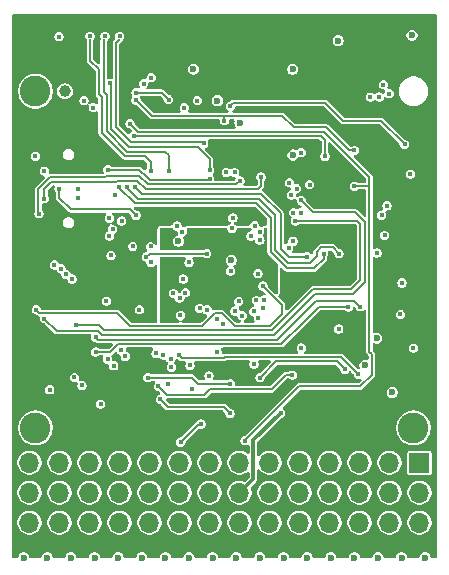
<source format=gbr>
%TF.GenerationSoftware,KiCad,Pcbnew,9.0.1*%
%TF.CreationDate,2025-04-15T01:41:33+09:00*%
%TF.ProjectId,STM32-FC_v2,53544d33-322d-4464-935f-76322e6b6963,rev?*%
%TF.SameCoordinates,Original*%
%TF.FileFunction,Copper,L3,Inr*%
%TF.FilePolarity,Positive*%
%FSLAX46Y46*%
G04 Gerber Fmt 4.6, Leading zero omitted, Abs format (unit mm)*
G04 Created by KiCad (PCBNEW 9.0.1) date 2025-04-15 01:41:33*
%MOMM*%
%LPD*%
G01*
G04 APERTURE LIST*
%TA.AperFunction,WasherPad*%
%ADD10C,2.600000*%
%TD*%
%TA.AperFunction,ComponentPad*%
%ADD11R,1.700000X1.700000*%
%TD*%
%TA.AperFunction,ComponentPad*%
%ADD12O,1.700000X1.700000*%
%TD*%
%TA.AperFunction,ViaPad*%
%ADD13C,0.450000*%
%TD*%
%TA.AperFunction,ViaPad*%
%ADD14C,0.600000*%
%TD*%
%TA.AperFunction,ViaPad*%
%ADD15C,1.000000*%
%TD*%
%TA.AperFunction,Conductor*%
%ADD16C,0.200000*%
%TD*%
%TA.AperFunction,Conductor*%
%ADD17C,0.300000*%
%TD*%
G04 APERTURE END LIST*
D10*
%TO.N,*%
%TO.C,H1*%
X123000000Y-77500000D03*
%TD*%
%TO.N,*%
%TO.C,H3*%
X123000000Y-106000000D03*
%TD*%
%TO.N,*%
%TO.C,H4*%
X155000000Y-106000000D03*
%TD*%
D11*
%TO.N,/TIM4_CH2*%
%TO.C,J6*%
X155510000Y-108960000D03*
D12*
%TO.N,/TIM3_CH1*%
X152970000Y-108960000D03*
%TO.N,/TIM3_CH2*%
X150430000Y-108960000D03*
%TO.N,/TIM4_CH4*%
X147890000Y-108960000D03*
%TO.N,/TIM5_CH1*%
X145350000Y-108960000D03*
%TO.N,/TIM5_CH2*%
X142810000Y-108960000D03*
%TO.N,/TIM5_CH3*%
X140270000Y-108960000D03*
%TO.N,/TIM5_CH4*%
X137730000Y-108960000D03*
%TO.N,/TIM3_CH3*%
X135190000Y-108960000D03*
%TO.N,/TIM3_CH4*%
X132650000Y-108960000D03*
%TO.N,/TIM1_CH2*%
X130110000Y-108960000D03*
%TO.N,/TIM1_CH3*%
X127570000Y-108960000D03*
%TO.N,/RSSI_IN*%
X125030000Y-108960000D03*
%TO.N,/RC_INPUT/RCIN*%
X122490000Y-108960000D03*
%TO.N,+5V_PWM1*%
X155510000Y-111500000D03*
X152970000Y-111500000D03*
X150430000Y-111500000D03*
X147890000Y-111500000D03*
X145350000Y-111500000D03*
X142810000Y-111500000D03*
%TO.N,+5V_PWM2*%
X140270000Y-111500000D03*
X137730000Y-111500000D03*
X135190000Y-111500000D03*
X132650000Y-111500000D03*
X130110000Y-111500000D03*
X127570000Y-111500000D03*
%TO.N,+5V*%
X125030000Y-111500000D03*
X122490000Y-111500000D03*
%TO.N,GND*%
X155510000Y-114040000D03*
X152970000Y-114040000D03*
X150430000Y-114040000D03*
X147890000Y-114040000D03*
X145350000Y-114040000D03*
X142810000Y-114040000D03*
X140270000Y-114040000D03*
X137730000Y-114040000D03*
X135190000Y-114040000D03*
X132650000Y-114040000D03*
X130110000Y-114040000D03*
X127570000Y-114040000D03*
X125030000Y-114040000D03*
X122490000Y-114040000D03*
%TD*%
D13*
%TO.N,/RC_TX*%
X153900000Y-96400000D03*
%TO.N,/RC_RX*%
X154024982Y-93724982D03*
%TO.N,+3.3V*%
X152300000Y-88700000D03*
%TO.N,Net-(J4-SWICTH)*%
X152750000Y-87200000D03*
%TO.N,+5V*%
X155000000Y-99250000D03*
%TO.N,GND*%
X130300000Y-88500000D03*
D14*
X144000000Y-117000000D03*
X130000000Y-117000000D03*
D13*
X136250000Y-102750000D03*
D14*
X154000000Y-117000000D03*
X144800000Y-82900000D03*
X122000000Y-117000000D03*
X138000000Y-117000000D03*
X139573267Y-91800000D03*
D13*
X141250000Y-89750000D03*
X136000000Y-92000000D03*
D14*
X124000000Y-117000000D03*
D13*
X141500000Y-100600000D03*
D14*
X135100000Y-90200000D03*
X152000000Y-117000000D03*
X150900000Y-100701574D03*
X142000000Y-117000000D03*
X156000000Y-117000000D03*
X150000000Y-117000000D03*
X146000000Y-117000000D03*
X132000000Y-117000000D03*
X136000000Y-117000000D03*
D13*
X148676774Y-97625000D03*
X151900000Y-91200000D03*
D14*
X126000000Y-117000000D03*
X134000000Y-117000000D03*
X128000000Y-117000000D03*
D13*
X137700000Y-101600000D03*
D14*
X151900000Y-98400000D03*
X147998091Y-116995379D03*
X140300000Y-80154975D03*
X153200000Y-103000000D03*
D13*
X132745000Y-90641100D03*
D14*
X140000000Y-117000000D03*
D13*
X123000000Y-83000000D03*
X154750000Y-84500000D03*
X152300000Y-88000000D03*
%TO.N,/NRST*%
X131800000Y-96000000D03*
X131500000Y-88000000D03*
X125000000Y-85750000D03*
%TO.N,/OSC_IN*%
X136076700Y-100715528D03*
%TO.N,/OSC_OUT*%
X134500000Y-100865000D03*
D14*
%TO.N,+5V*%
X138400000Y-78300000D03*
X154875000Y-72750000D03*
X136375000Y-75625000D03*
X144779135Y-75629135D03*
D13*
X139474965Y-104774999D03*
D14*
X148625000Y-73225000D03*
D13*
X124210270Y-102780901D03*
X128512668Y-103987332D03*
X126299000Y-101737332D03*
D15*
X125500000Y-77500000D03*
D13*
X133569839Y-103593188D03*
%TO.N,Net-(BZ1-+)*%
X135600000Y-78900000D03*
%TO.N,/BOOT0*%
X123750000Y-84250000D03*
X123073201Y-96001599D03*
X142250000Y-94000000D03*
%TO.N,+3.3V*%
X126500000Y-95000000D03*
X148634732Y-98495000D03*
D14*
X148800000Y-86000000D03*
D13*
X128503032Y-99050000D03*
D14*
X139525000Y-76400000D03*
D13*
X142500000Y-79000000D03*
X130490000Y-77775000D03*
X132334819Y-88665182D03*
D14*
X126375000Y-72750000D03*
D13*
X128500000Y-84271232D03*
X149250000Y-79250000D03*
X128001493Y-100293279D03*
D14*
X149400000Y-92600000D03*
D13*
X151767000Y-97600000D03*
X136800000Y-101600000D03*
X136800000Y-103741000D03*
X127800000Y-107000000D03*
X146600000Y-100866000D03*
X131712545Y-101696315D03*
X141900000Y-82000000D03*
X151000000Y-78900000D03*
X129500000Y-95750000D03*
D14*
X124200000Y-89725000D03*
X154350000Y-88100000D03*
D13*
X139980000Y-101000000D03*
X130500000Y-106000000D03*
%TO.N,/RC_INPUT/RCIN*%
X126940228Y-102414891D03*
%TO.N,/LED_RED*%
X142353599Y-95187567D03*
%TO.N,/LED_YELLOW*%
X142235851Y-95826815D03*
%TO.N,/LED_GREEN*%
X145500000Y-99250000D03*
%TO.N,/TIM3_CH2*%
X139708639Y-88223726D03*
%TO.N,/TIM5_CH1*%
X130595000Y-99935146D03*
%TO.N,/TIM5_CH2*%
X130250000Y-99420000D03*
%TO.N,/TIM5_CH3*%
X129627926Y-100750000D03*
%TO.N,/TIM5_CH4*%
X129102926Y-100188374D03*
%TO.N,/SPI1_SCK*%
X137536340Y-96007571D03*
X134680548Y-94609266D03*
%TO.N,/SPI1_MISO*%
X135200000Y-95000000D03*
%TO.N,/SPI1_MOSI*%
X136900000Y-95875002D03*
X135700000Y-94563068D03*
%TO.N,/TIM3_CH1*%
X139628071Y-89119921D03*
%TO.N,/TIM3_CH3*%
X126100000Y-93400000D03*
%TO.N,/MAG_NSS*%
X141477169Y-96150633D03*
%TO.N,/FLASH_NSS*%
X138896921Y-97200000D03*
%TO.N,/SPI2_SCK*%
X147400000Y-91250000D03*
X130099997Y-85600000D03*
%TO.N,/PM_VOLTAGE*%
X127900000Y-78900000D03*
X133200000Y-99700000D03*
%TO.N,/PM_CURRENT*%
X127100000Y-78300000D03*
X133835271Y-99837596D03*
%TO.N,/USB_D-*%
X139150000Y-84368784D03*
%TO.N,/USB_D+*%
X139850000Y-84368784D03*
%TO.N,/SWDIO*%
X140300000Y-85100000D03*
X123300000Y-87875000D03*
%TO.N,/SWCLK*%
X123750000Y-86600000D03*
X142100000Y-84754252D03*
%TO.N,/RSSI_IN*%
X134453770Y-100168767D03*
%TO.N,/UART4_TX*%
X145106062Y-85749853D03*
X132800000Y-76350000D03*
%TO.N,/UART4_RX*%
X132150000Y-76850000D03*
X144670599Y-86275000D03*
%TO.N,/GPS1_BUZZER*%
X125000000Y-72874998D03*
X136700000Y-78300000D03*
%TO.N,/I2C1_SDA*%
X150500000Y-95750000D03*
X128100000Y-98330000D03*
%TO.N,/I2C1_SCL*%
X149500000Y-95775000D03*
X128100000Y-99575000D03*
%TO.N,/I2C2_SCL*%
X126600000Y-86500000D03*
%TO.N,/SPI2_MISO*%
X148700000Y-91250000D03*
X130750000Y-85600000D03*
%TO.N,/SPI2_MOSI*%
X146000000Y-91500000D03*
X131400003Y-85600000D03*
%TO.N,/UART5_TX*%
X123750000Y-96750000D03*
X145500000Y-86750000D03*
%TO.N,/UART5_RX*%
X126400000Y-97275000D03*
X145000000Y-88500000D03*
%TO.N,/I2C2_SDA*%
X126600000Y-85750000D03*
%TO.N,/UART2_CTS*%
X152453498Y-76950000D03*
X141560947Y-88880961D03*
%TO.N,/UART2_RTS*%
X141978832Y-89378832D03*
X152950000Y-77700000D03*
%TO.N,/UART2_RX*%
X152100000Y-78000000D03*
X144800000Y-90200000D03*
%TO.N,/UART2_TX*%
X151350000Y-78000000D03*
X141994838Y-90105289D03*
%TO.N,/I2C3_SDA*%
X130125000Y-72850000D03*
X137250000Y-81900000D03*
%TO.N,/I2C3_SCL*%
X129294999Y-76825909D03*
X137750000Y-84200000D03*
%TO.N,/TIM4_CH4*%
X139510251Y-92715824D03*
%TO.N,/V_BATT*%
X150335713Y-101462046D03*
X135110000Y-99810000D03*
%TO.N,+3.3VA*%
X137000000Y-92000000D03*
X134674848Y-95846637D03*
X137191351Y-94266757D03*
X137019618Y-105685382D03*
X135284982Y-107215018D03*
%TO.N,/SPI3_SCK*%
X140200000Y-95300000D03*
%TO.N,/TIM3_CH4*%
X125586671Y-93017510D03*
%TO.N,/SPI3_MOSI*%
X140496446Y-96503554D03*
X141703783Y-95203027D03*
%TO.N,/SPI3_MISO*%
X141836623Y-92955482D03*
X139900000Y-96100000D03*
%TO.N,/PWR_SEL0*%
X144750000Y-101518165D03*
X129750000Y-86250000D03*
X133400000Y-102500000D03*
%TO.N,/GYRO2_NSS*%
X141857938Y-96677433D03*
%TO.N,/CAN1_RX*%
X145493415Y-87775000D03*
%TO.N,/GYRO1_NSS*%
X135503554Y-93396446D03*
%TO.N,/BARO_NSS*%
X135269242Y-96476350D03*
%TO.N,/PWR_SEL1*%
X142000000Y-101750000D03*
X144500000Y-85250000D03*
X149211815Y-101038184D03*
%TO.N,/CAN2_RX*%
X147500000Y-83000000D03*
X131300000Y-81300000D03*
%TO.N,/CAN2_TX*%
X145500000Y-82700000D03*
%TO.N,/MSD_NSS*%
X152550000Y-89700000D03*
X144430710Y-90761219D03*
%TO.N,/CAN1_STBY*%
X135435602Y-89383639D03*
%TO.N,/RC_TX*%
X139500000Y-78750000D03*
X154250000Y-82000000D03*
X129107721Y-84148440D03*
X137750000Y-84900000D03*
%TO.N,/TIM1_CH2*%
X125163350Y-92524253D03*
%TO.N,/CAN1_TX*%
X144843412Y-87775000D03*
%TO.N,/TIM1_CH3*%
X124600000Y-92200000D03*
%TO.N,/CAN2_STBY*%
X134975982Y-88924018D03*
%TO.N,/MSD_DETECT*%
X146200000Y-85400000D03*
X138375000Y-96812576D03*
%TO.N,/BARO_INT*%
X132780000Y-92000000D03*
%TO.N,/BOOT1*%
X129400000Y-91400000D03*
%TO.N,/GYRO2_INT*%
X138375894Y-99551324D03*
%TO.N,+5V_PWM2*%
X143750000Y-104760000D03*
%TO.N,/GYRO1_INT*%
X132378717Y-91527375D03*
X137500000Y-91250000D03*
%TO.N,/GPS1_SW_LED*%
X127625000Y-72850000D03*
X132750000Y-84250000D03*
%TO.N,/GPS1_SW*%
X128875000Y-72850000D03*
X134262241Y-84250000D03*
%TO.N,/RC_RX*%
X131505001Y-78239279D03*
X150000000Y-82500000D03*
X139000000Y-80000000D03*
%TO.N,Net-(Q1A-G)*%
X131508457Y-77619286D03*
X134262158Y-78205396D03*
%TO.N,+3.3VP*%
X150000000Y-85545000D03*
X131000000Y-80250000D03*
X140750000Y-107095000D03*
%TO.N,/SW_PWR_RC*%
X139505000Y-102250000D03*
X129003790Y-95249999D03*
X132500000Y-101750000D03*
%TO.N,/SW_PWR_IMU*%
X134250000Y-102250000D03*
X129250000Y-88250000D03*
%TO.N,/RC_PPM*%
X131232731Y-90641483D03*
%TO.N,/RC_SEL1*%
X129250000Y-89750000D03*
%TO.N,/RC_SEL0*%
X129527274Y-89195452D03*
%TD*%
D16*
%TO.N,/NRST*%
X125000000Y-85750000D02*
X125000000Y-86500000D01*
X131500000Y-88000000D02*
X131000000Y-87500000D01*
X125000000Y-86500000D02*
X126000000Y-87500000D01*
X131000000Y-87500000D02*
X130750000Y-87500000D01*
X126000000Y-87500000D02*
X130750000Y-87500000D01*
%TO.N,+5V*%
X137900000Y-104237000D02*
X138936966Y-104237000D01*
X133569839Y-103593188D02*
X134213651Y-104237000D01*
X138936966Y-104237000D02*
X139474965Y-104774999D01*
X134213651Y-104237000D02*
X137900000Y-104237000D01*
%TO.N,/BOOT0*%
X139854000Y-97354000D02*
X142871326Y-97354000D01*
X138169550Y-96316576D02*
X138816576Y-96316576D01*
X143862663Y-95612663D02*
X142250000Y-94000000D01*
X138816576Y-96316576D02*
X139854000Y-97354000D01*
X143862663Y-96362663D02*
X143862663Y-95612663D01*
X123325602Y-96254000D02*
X123073201Y-96001599D01*
X142871326Y-97354000D02*
X143862663Y-96362663D01*
X131000000Y-97354000D02*
X129900000Y-96254000D01*
X131000000Y-97354000D02*
X137132126Y-97354000D01*
X137132126Y-97354000D02*
X138169550Y-96316576D01*
X129900000Y-96254000D02*
X123325602Y-96254000D01*
%TO.N,+3.3V*%
X136579000Y-101379000D02*
X132830450Y-101379000D01*
X132830450Y-101379000D02*
X132705450Y-101254000D01*
X132705450Y-101254000D02*
X132154860Y-101254000D01*
X132154860Y-101254000D02*
X131712545Y-101696315D01*
X136800000Y-101600000D02*
X136579000Y-101379000D01*
%TO.N,/SPI2_SCK*%
X142900000Y-91108586D02*
X144291414Y-92500000D01*
X131407123Y-87001000D02*
X141700000Y-87001000D01*
X146600000Y-92500000D02*
X147400000Y-91700000D01*
X147400000Y-91700000D02*
X147400000Y-91250000D01*
X130099997Y-85693874D02*
X131407123Y-87001000D01*
X144291414Y-92500000D02*
X146600000Y-92500000D01*
X142900000Y-88201000D02*
X142900000Y-91108586D01*
X130099997Y-85600000D02*
X130099997Y-85693874D01*
X141700000Y-87001000D02*
X142900000Y-88201000D01*
%TO.N,/SWDIO*%
X132508980Y-85398000D02*
X131783980Y-84673000D01*
X140298000Y-85100000D02*
X140000000Y-85398000D01*
X140000000Y-85398000D02*
X132508980Y-85398000D01*
X123254000Y-87829000D02*
X123300000Y-87875000D01*
X129000000Y-84673000D02*
X128873000Y-84800000D01*
X123254000Y-85746000D02*
X123254000Y-87829000D01*
X140300000Y-85100000D02*
X140298000Y-85100000D01*
X124200000Y-84800000D02*
X123254000Y-85746000D01*
X128873000Y-84800000D02*
X124200000Y-84800000D01*
X131783980Y-84673000D02*
X129000000Y-84673000D01*
%TO.N,/SWCLK*%
X123750000Y-86600000D02*
X123750000Y-85774674D01*
X132342880Y-85799000D02*
X141800000Y-85799000D01*
X123750000Y-85774674D02*
X124353674Y-85171000D01*
X124353674Y-85171000D02*
X129827547Y-85171000D01*
X141800000Y-85799000D02*
X142100000Y-85499000D01*
X129827547Y-85171000D02*
X129924547Y-85074000D01*
X131617880Y-85074000D02*
X132342880Y-85799000D01*
X129924547Y-85074000D02*
X131617880Y-85074000D01*
X142100000Y-85499000D02*
X142100000Y-84754252D01*
%TO.N,/I2C1_SDA*%
X128295000Y-98525000D02*
X142750000Y-98525000D01*
X142750000Y-98525000D02*
X143475000Y-98525000D01*
X128100000Y-98330000D02*
X128295000Y-98525000D01*
X150000000Y-95250000D02*
X150500000Y-95750000D01*
X143475000Y-98525000D02*
X146750000Y-95250000D01*
X146750000Y-95250000D02*
X150000000Y-95250000D01*
%TO.N,/I2C1_SCL*%
X143825000Y-98925000D02*
X145750000Y-97000000D01*
X146975000Y-95775000D02*
X149500000Y-95775000D01*
X129350000Y-99575000D02*
X130000000Y-98925000D01*
X143000000Y-98925000D02*
X143825000Y-98925000D01*
X130000000Y-98925000D02*
X143000000Y-98925000D01*
X128100000Y-99575000D02*
X129350000Y-99575000D01*
X145750000Y-97000000D02*
X146975000Y-95775000D01*
%TO.N,/SPI2_MISO*%
X131656126Y-86600000D02*
X130750000Y-85693874D01*
X143300000Y-88000000D02*
X141900000Y-86600000D01*
X146217877Y-92026000D02*
X144384514Y-92026000D01*
X146800000Y-91443877D02*
X146217877Y-92026000D01*
X148700000Y-91250000D02*
X148174000Y-90724000D01*
X141900000Y-86600000D02*
X131656126Y-86600000D01*
X144384514Y-92026000D02*
X143300000Y-90941486D01*
X143300000Y-90941486D02*
X143300000Y-88000000D01*
X148174000Y-90724000D02*
X147182123Y-90724000D01*
X130750000Y-85693874D02*
X130750000Y-85600000D01*
X147182123Y-90724000D02*
X146800000Y-91106123D01*
X146800000Y-91106123D02*
X146800000Y-91443877D01*
%TO.N,/SPI2_MOSI*%
X142100000Y-86200000D02*
X143750000Y-87850000D01*
X132000003Y-86200000D02*
X142100000Y-86200000D01*
X143750000Y-87850000D02*
X143750000Y-90824386D01*
X144425614Y-91500000D02*
X146000000Y-91500000D01*
X131400003Y-85600000D02*
X132000003Y-86200000D01*
X143750000Y-90824386D02*
X144425614Y-91500000D01*
%TO.N,/UART5_TX*%
X124800000Y-97800000D02*
X128312463Y-97800000D01*
X146497232Y-87747232D02*
X145500000Y-86750000D01*
X150901000Y-93666100D02*
X150901000Y-88583900D01*
X143192100Y-98125000D02*
X146624943Y-94692157D01*
X150901000Y-88583900D02*
X150064332Y-87747232D01*
X128312463Y-97800000D02*
X128637463Y-98125000D01*
X150064332Y-87747232D02*
X146497232Y-87747232D01*
X123750000Y-96750000D02*
X124800000Y-97800000D01*
X128637463Y-98125000D02*
X143192100Y-98125000D01*
X149874943Y-94692157D02*
X150901000Y-93666100D01*
X146624943Y-94692157D02*
X149874943Y-94692157D01*
%TO.N,/UART5_RX*%
X126400000Y-97275000D02*
X128353148Y-97275000D01*
X146465686Y-94284314D02*
X149715686Y-94284314D01*
X149715686Y-94284314D02*
X150500000Y-93500000D01*
X150500000Y-93500000D02*
X150500000Y-88750000D01*
X150500000Y-88750000D02*
X150250000Y-88500000D01*
X143025000Y-97725000D02*
X146465686Y-94284314D01*
X128803148Y-97725000D02*
X143025000Y-97725000D01*
X150250000Y-88500000D02*
X145000000Y-88500000D01*
X128478149Y-97400000D02*
X128803148Y-97725000D01*
X128353148Y-97275000D02*
X128803148Y-97725000D01*
%TO.N,/I2C3_SDA*%
X131082537Y-81825000D02*
X129819999Y-80562462D01*
X137175000Y-81825000D02*
X131082537Y-81825000D01*
X137250000Y-81900000D02*
X137175000Y-81825000D01*
X129819999Y-80562462D02*
X129819999Y-73404999D01*
X129819999Y-73404999D02*
X130125000Y-73099998D01*
%TO.N,/I2C3_SCL*%
X129419999Y-80728148D02*
X129419999Y-76950909D01*
X136725000Y-82225000D02*
X130916851Y-82225000D01*
X130916851Y-82225000D02*
X129419999Y-80728148D01*
X129419999Y-76950909D02*
X129294999Y-76825909D01*
X137750000Y-83250000D02*
X136725000Y-82225000D01*
X137750000Y-84200000D02*
X137750000Y-83250000D01*
%TO.N,/V_BATT*%
X148873667Y-100000000D02*
X150335713Y-101462046D01*
X135110000Y-99810000D02*
X135377324Y-100077324D01*
X147500000Y-100000000D02*
X139000000Y-100000000D01*
X147500000Y-100000000D02*
X148873667Y-100000000D01*
X138922676Y-100077324D02*
X139000000Y-100000000D01*
X135377324Y-100077324D02*
X138922676Y-100077324D01*
%TO.N,+3.3VA*%
X137250000Y-94250000D02*
X137233243Y-94266757D01*
X136814618Y-105685382D02*
X137019618Y-105685382D01*
X137000000Y-92000000D02*
X137000000Y-94000000D01*
X135284982Y-107215018D02*
X136814618Y-105685382D01*
X137000000Y-94000000D02*
X137250000Y-94250000D01*
X137233243Y-94266757D02*
X137191351Y-94266757D01*
%TO.N,/PWR_SEL0*%
X133400000Y-102500000D02*
X134146000Y-103246000D01*
X137750000Y-102750000D02*
X142985983Y-102750000D01*
X144217818Y-101518165D02*
X144750000Y-101518165D01*
X142985983Y-102750000D02*
X144217818Y-101518165D01*
X134146000Y-103246000D02*
X137254000Y-103246000D01*
X137254000Y-103246000D02*
X137750000Y-102750000D01*
%TO.N,/PWR_SEL1*%
X143379000Y-100371000D02*
X144000000Y-100371000D01*
X142000000Y-101750000D02*
X143379000Y-100371000D01*
X144000000Y-100371000D02*
X148544631Y-100371000D01*
X148544631Y-100371000D02*
X149211815Y-101038184D01*
%TO.N,/CAN2_RX*%
X147500000Y-83000000D02*
X147500000Y-81600000D01*
X131300000Y-81300000D02*
X147200000Y-81300000D01*
X147500000Y-81600000D02*
X147200000Y-81300000D01*
%TO.N,/RC_TX*%
X132662654Y-85027000D02*
X132267826Y-84632173D01*
X133350000Y-85027000D02*
X132662654Y-85027000D01*
X139500000Y-78750000D02*
X139746000Y-78504000D01*
X147504000Y-78504000D02*
X149000000Y-80000000D01*
X149000000Y-80000000D02*
X152250000Y-80000000D01*
X152250000Y-80000000D02*
X154250000Y-82000000D01*
X129107721Y-84148440D02*
X131784093Y-84148440D01*
X132267826Y-84632173D02*
X131937653Y-84302000D01*
X131784093Y-84148440D02*
X131937653Y-84302000D01*
X137750000Y-84900000D02*
X137623000Y-85027000D01*
X137623000Y-85027000D02*
X133350000Y-85027000D01*
X139746000Y-78504000D02*
X147504000Y-78504000D01*
D17*
%TO.N,+5V_PWM2*%
X141441000Y-107069000D02*
X143750000Y-104760000D01*
X140270000Y-111500000D02*
X141441000Y-110329000D01*
X141441000Y-110329000D02*
X141441000Y-107069000D01*
D16*
%TO.N,/GYRO1_INT*%
X137500000Y-91250000D02*
X132656092Y-91250000D01*
X132656092Y-91250000D02*
X132378717Y-91527375D01*
%TO.N,/GPS1_SW_LED*%
X132750000Y-83500000D02*
X132275000Y-83025000D01*
X128369999Y-75644999D02*
X127625000Y-74900000D01*
X128604314Y-78000000D02*
X128369999Y-77765686D01*
X127625000Y-74900000D02*
X127625000Y-73099998D01*
X130585480Y-83025000D02*
X128604314Y-81043833D01*
X132275000Y-83025000D02*
X130585480Y-83025000D01*
X128604314Y-81043833D02*
X128604314Y-78000000D01*
X132750000Y-84250000D02*
X132750000Y-83500000D01*
X128369999Y-77765686D02*
X128369999Y-75644999D01*
%TO.N,/GPS1_SW*%
X128769999Y-73204999D02*
X128875000Y-73099998D01*
X129019999Y-80893833D02*
X129019999Y-77850000D01*
X128769999Y-77600000D02*
X128769999Y-73204999D01*
X129019999Y-77850000D02*
X128769999Y-77600000D01*
X134262241Y-82937241D02*
X133950000Y-82625000D01*
X130751166Y-82625000D02*
X129019999Y-80893833D01*
X134262241Y-84250000D02*
X134262241Y-82937241D01*
X133950000Y-82625000D02*
X130751166Y-82625000D01*
%TO.N,/RC_RX*%
X149012337Y-81987663D02*
X149524674Y-82500000D01*
X147582674Y-80558000D02*
X149012337Y-81987663D01*
X131505001Y-78239279D02*
X132849697Y-79583975D01*
X144856550Y-80558000D02*
X147582674Y-80558000D01*
X132849697Y-79583975D02*
X139000000Y-79583975D01*
X139000000Y-79583975D02*
X143882525Y-79583975D01*
X149524674Y-82500000D02*
X150000000Y-82500000D01*
X139000000Y-80000000D02*
X139000000Y-79583975D01*
X143882525Y-79583975D02*
X144856550Y-80558000D01*
%TO.N,Net-(Q1A-G)*%
X133676048Y-77619286D02*
X134262158Y-78205396D01*
X131508457Y-77619286D02*
X133676048Y-77619286D01*
%TO.N,+3.3VP*%
X146250000Y-80929000D02*
X131679000Y-80929000D01*
X151227000Y-85545000D02*
X151272000Y-85500000D01*
X149750000Y-83250000D02*
X151272000Y-84772000D01*
X151471000Y-101529000D02*
X150500000Y-102500000D01*
X151272000Y-84772000D02*
X151272000Y-85500000D01*
X151272000Y-85500000D02*
X151272000Y-86817000D01*
X149750000Y-83250000D02*
X147429000Y-80929000D01*
X151471000Y-99750000D02*
X151471000Y-101529000D01*
X145308550Y-102500000D02*
X140750000Y-107058550D01*
X150500000Y-102500000D02*
X145308550Y-102500000D01*
X151272000Y-99551000D02*
X151471000Y-99750000D01*
X150000000Y-85545000D02*
X151227000Y-85545000D01*
X131679000Y-80929000D02*
X131000000Y-80250000D01*
X140750000Y-107058550D02*
X140750000Y-107095000D01*
X151272000Y-86817000D02*
X151272000Y-99551000D01*
X147429000Y-80929000D02*
X146250000Y-80929000D01*
%TO.N,/SW_PWR_RC*%
X132500000Y-101750000D02*
X136248550Y-101750000D01*
X136748550Y-102250000D02*
X139505000Y-102250000D01*
X136248550Y-101750000D02*
X136748550Y-102250000D01*
%TD*%
%TA.AperFunction,Conductor*%
%TO.N,+3.3VA*%
G36*
X134529783Y-89049612D02*
G01*
X134541733Y-89048472D01*
X134562687Y-89059274D01*
X134585305Y-89065916D01*
X134594717Y-89075786D01*
X134603836Y-89080488D01*
X134625652Y-89108230D01*
X134659503Y-89166861D01*
X134733139Y-89240497D01*
X134823325Y-89292566D01*
X134923913Y-89319518D01*
X134923921Y-89319518D01*
X134931973Y-89320579D01*
X134931516Y-89324044D01*
X134983141Y-89339203D01*
X135028896Y-89392007D01*
X135034329Y-89406125D01*
X135040102Y-89424377D01*
X135040102Y-89435708D01*
X135067054Y-89536296D01*
X135085731Y-89568647D01*
X135089811Y-89581544D01*
X135090266Y-89603495D01*
X135095444Y-89624837D01*
X135090976Y-89637743D01*
X135091260Y-89651398D01*
X135079772Y-89670114D01*
X135072591Y-89690864D01*
X135061856Y-89699305D01*
X135054712Y-89710947D01*
X135034929Y-89720481D01*
X135017670Y-89734055D01*
X135003684Y-89738710D01*
X134918394Y-89761564D01*
X134918392Y-89761564D01*
X134918392Y-89761565D01*
X134811107Y-89823505D01*
X134811104Y-89823507D01*
X134723507Y-89911104D01*
X134723505Y-89911107D01*
X134661564Y-90018393D01*
X134652232Y-90053220D01*
X134629500Y-90138057D01*
X134629500Y-90261943D01*
X134661564Y-90381606D01*
X134723506Y-90488894D01*
X134811106Y-90576494D01*
X134918394Y-90638436D01*
X135038057Y-90670500D01*
X135038060Y-90670500D01*
X135161940Y-90670500D01*
X135161943Y-90670500D01*
X135281606Y-90638436D01*
X135388894Y-90576494D01*
X135476494Y-90488894D01*
X135538436Y-90381606D01*
X135570500Y-90261943D01*
X135570500Y-90138057D01*
X135538436Y-90018394D01*
X135492807Y-89939361D01*
X135476336Y-89871461D01*
X135499188Y-89805434D01*
X135554110Y-89762244D01*
X135568082Y-89757593D01*
X135588259Y-89752187D01*
X135678445Y-89700118D01*
X135752081Y-89626482D01*
X135804150Y-89536296D01*
X135831102Y-89435708D01*
X135831102Y-89331570D01*
X135804150Y-89230982D01*
X135804146Y-89230975D01*
X135801039Y-89223472D01*
X135802590Y-89222829D01*
X135788398Y-89164333D01*
X135811249Y-89098306D01*
X135866170Y-89055114D01*
X135912258Y-89046231D01*
X139108571Y-89046231D01*
X139175610Y-89065916D01*
X139221365Y-89118720D01*
X139231208Y-89163969D01*
X139231510Y-89163930D01*
X139231984Y-89167537D01*
X139232571Y-89170231D01*
X139232571Y-89171990D01*
X139250928Y-89240498D01*
X139259523Y-89272577D01*
X139259524Y-89272580D01*
X139271063Y-89292566D01*
X139311592Y-89362764D01*
X139385228Y-89436400D01*
X139475414Y-89488469D01*
X139576002Y-89515421D01*
X139576004Y-89515421D01*
X139680138Y-89515421D01*
X139680140Y-89515421D01*
X139780728Y-89488469D01*
X139870914Y-89436400D01*
X139944550Y-89362764D01*
X139996619Y-89272578D01*
X140023571Y-89171990D01*
X140023571Y-89170231D01*
X140023990Y-89168802D01*
X140024632Y-89163930D01*
X140025391Y-89164030D01*
X140043256Y-89103192D01*
X140096060Y-89057437D01*
X140147571Y-89046231D01*
X141128090Y-89046231D01*
X141195129Y-89065916D01*
X141225053Y-89092938D01*
X141230836Y-89100192D01*
X141244468Y-89123804D01*
X141270048Y-89149384D01*
X141274394Y-89154836D01*
X141285063Y-89180985D01*
X141298597Y-89205771D01*
X141298086Y-89212905D01*
X141300789Y-89219529D01*
X141295627Y-89247293D01*
X141293613Y-89275463D01*
X141289326Y-89281189D01*
X141288019Y-89288221D01*
X141268664Y-89308789D01*
X141251741Y-89331396D01*
X141244689Y-89334268D01*
X141240138Y-89339105D01*
X141221222Y-89343826D01*
X141205229Y-89350339D01*
X141205781Y-89352397D01*
X141197932Y-89354500D01*
X141197931Y-89354500D01*
X141097343Y-89381452D01*
X141097340Y-89381453D01*
X141007160Y-89433519D01*
X141007154Y-89433523D01*
X140933523Y-89507154D01*
X140933519Y-89507160D01*
X140881453Y-89597340D01*
X140881452Y-89597343D01*
X140854500Y-89697931D01*
X140854500Y-89802069D01*
X140881452Y-89902657D01*
X140933521Y-89992843D01*
X141007157Y-90066479D01*
X141097343Y-90118548D01*
X141197931Y-90145500D01*
X141197933Y-90145500D01*
X141302067Y-90145500D01*
X141302069Y-90145500D01*
X141402657Y-90118548D01*
X141424031Y-90106207D01*
X141491928Y-90089733D01*
X141557956Y-90112583D01*
X141601148Y-90167503D01*
X141605805Y-90181495D01*
X141626290Y-90257946D01*
X141678359Y-90348132D01*
X141751995Y-90421768D01*
X141842181Y-90473837D01*
X141942769Y-90500789D01*
X141942771Y-90500789D01*
X142046905Y-90500789D01*
X142046907Y-90500789D01*
X142147495Y-90473837D01*
X142237681Y-90421768D01*
X142311317Y-90348132D01*
X142363386Y-90257946D01*
X142385726Y-90174570D01*
X142422089Y-90114912D01*
X142441501Y-90105481D01*
X142424297Y-90097625D01*
X142386523Y-90038847D01*
X142385725Y-90036005D01*
X142363386Y-89952632D01*
X142311317Y-89862446D01*
X142270609Y-89821738D01*
X142237124Y-89760415D01*
X142242108Y-89690723D01*
X142270606Y-89646379D01*
X142295311Y-89621675D01*
X142347380Y-89531489D01*
X142374332Y-89430901D01*
X142374332Y-89326763D01*
X142347380Y-89226175D01*
X142347376Y-89226168D01*
X142344269Y-89218665D01*
X142347288Y-89217414D01*
X142334401Y-89164375D01*
X142357230Y-89098340D01*
X142412136Y-89055130D01*
X142458263Y-89046231D01*
X142505500Y-89046231D01*
X142572539Y-89065916D01*
X142618294Y-89118720D01*
X142629500Y-89170231D01*
X142629500Y-90003912D01*
X142609815Y-90070951D01*
X142569894Y-90105542D01*
X142608190Y-90137161D01*
X142629465Y-90203713D01*
X142629500Y-90206665D01*
X142629500Y-91162392D01*
X142643501Y-91196194D01*
X142648311Y-91207804D01*
X142648311Y-91207806D01*
X142670678Y-91261806D01*
X142670679Y-91261808D01*
X142670681Y-91261812D01*
X143390475Y-91981606D01*
X143463681Y-92054811D01*
X143497166Y-92116134D01*
X143500000Y-92142492D01*
X143500000Y-94568093D01*
X143480315Y-94635132D01*
X143427511Y-94680887D01*
X143358353Y-94690831D01*
X143294797Y-94661806D01*
X143288319Y-94655774D01*
X142681819Y-94049274D01*
X142648334Y-93987951D01*
X142645500Y-93961593D01*
X142645500Y-93947933D01*
X142645500Y-93947931D01*
X142618548Y-93847343D01*
X142566479Y-93757157D01*
X142492843Y-93683521D01*
X142402657Y-93631452D01*
X142302069Y-93604500D01*
X142197931Y-93604500D01*
X142097343Y-93631452D01*
X142097340Y-93631453D01*
X142007160Y-93683519D01*
X142007154Y-93683523D01*
X141933523Y-93757154D01*
X141933519Y-93757160D01*
X141881453Y-93847340D01*
X141881452Y-93847343D01*
X141854500Y-93947931D01*
X141854500Y-94052069D01*
X141881452Y-94152657D01*
X141933521Y-94242843D01*
X142007157Y-94316479D01*
X142097343Y-94368548D01*
X142197931Y-94395500D01*
X142211593Y-94395500D01*
X142241033Y-94404144D01*
X142271020Y-94410668D01*
X142276035Y-94414422D01*
X142278632Y-94415185D01*
X142299274Y-94431819D01*
X142447841Y-94580386D01*
X142481326Y-94641709D01*
X142476342Y-94711401D01*
X142434470Y-94767334D01*
X142369006Y-94791751D01*
X142360160Y-94792067D01*
X142301530Y-94792067D01*
X142200942Y-94819019D01*
X142200939Y-94819020D01*
X142110759Y-94871086D01*
X142110750Y-94871092D01*
X142107636Y-94874207D01*
X142104364Y-94875993D01*
X142104310Y-94876035D01*
X142104303Y-94876026D01*
X142046311Y-94907689D01*
X141976620Y-94902700D01*
X141953938Y-94890137D01*
X141953665Y-94890612D01*
X141856442Y-94834480D01*
X141856441Y-94834479D01*
X141856440Y-94834479D01*
X141755852Y-94807527D01*
X141651714Y-94807527D01*
X141551126Y-94834479D01*
X141551123Y-94834480D01*
X141460943Y-94886546D01*
X141460937Y-94886550D01*
X141387306Y-94960181D01*
X141387302Y-94960187D01*
X141335236Y-95050367D01*
X141335235Y-95050370D01*
X141308283Y-95150958D01*
X141308283Y-95255096D01*
X141335235Y-95355684D01*
X141387304Y-95445870D01*
X141460940Y-95519506D01*
X141470271Y-95524893D01*
X141518485Y-95575461D01*
X141531706Y-95644069D01*
X141505737Y-95708933D01*
X141448822Y-95749460D01*
X141427243Y-95754558D01*
X141324512Y-95782085D01*
X141324509Y-95782086D01*
X141234329Y-95834152D01*
X141234323Y-95834156D01*
X141160692Y-95907787D01*
X141160688Y-95907793D01*
X141108622Y-95997973D01*
X141108621Y-95997976D01*
X141081669Y-96098564D01*
X141081669Y-96202703D01*
X141101242Y-96275754D01*
X141101266Y-96275843D01*
X141108621Y-96303290D01*
X141109138Y-96304186D01*
X141109139Y-96304188D01*
X141120605Y-96324047D01*
X141160690Y-96393476D01*
X141234326Y-96467112D01*
X141324512Y-96519181D01*
X141370532Y-96531511D01*
X141430191Y-96567875D01*
X141460721Y-96630722D01*
X141462438Y-96651286D01*
X141462438Y-96729502D01*
X141487872Y-96824422D01*
X141489390Y-96830089D01*
X141489391Y-96830092D01*
X141528309Y-96897500D01*
X141544782Y-96965400D01*
X141521929Y-97031427D01*
X141467008Y-97074618D01*
X141420922Y-97083500D01*
X140745725Y-97083500D01*
X140678686Y-97063815D01*
X140632931Y-97011011D01*
X140622987Y-96941853D01*
X140652012Y-96878297D01*
X140683725Y-96852113D01*
X140687984Y-96849654D01*
X140739289Y-96820033D01*
X140812925Y-96746397D01*
X140864994Y-96656211D01*
X140891946Y-96555623D01*
X140891946Y-96451485D01*
X140864994Y-96350897D01*
X140812925Y-96260711D01*
X140739289Y-96187075D01*
X140649103Y-96135006D01*
X140548515Y-96108054D01*
X140444377Y-96108054D01*
X140444375Y-96108054D01*
X140444370Y-96108055D01*
X140440268Y-96109154D01*
X140436676Y-96109068D01*
X140436321Y-96109115D01*
X140436313Y-96109059D01*
X140370419Y-96107486D01*
X140312559Y-96068319D01*
X140294179Y-96038150D01*
X140290700Y-96030020D01*
X140268548Y-95947343D01*
X140217512Y-95858947D01*
X140214600Y-95852139D01*
X140211306Y-95824511D01*
X140204745Y-95797466D01*
X140207227Y-95790294D01*
X140206329Y-95782761D01*
X140218494Y-95757740D01*
X140227597Y-95731439D01*
X140233562Y-95726747D01*
X140236880Y-95719925D01*
X140260642Y-95705452D01*
X140282518Y-95688249D01*
X140296505Y-95683593D01*
X140352657Y-95668548D01*
X140442843Y-95616479D01*
X140516479Y-95542843D01*
X140568548Y-95452657D01*
X140595500Y-95352069D01*
X140595500Y-95247931D01*
X140568548Y-95147343D01*
X140516479Y-95057157D01*
X140442843Y-94983521D01*
X140352941Y-94931616D01*
X140352659Y-94931453D01*
X140352658Y-94931452D01*
X140352657Y-94931452D01*
X140252069Y-94904500D01*
X140147931Y-94904500D01*
X140047343Y-94931452D01*
X140047340Y-94931453D01*
X139957160Y-94983519D01*
X139957154Y-94983523D01*
X139883523Y-95057154D01*
X139883519Y-95057160D01*
X139831453Y-95147340D01*
X139831452Y-95147343D01*
X139804500Y-95247931D01*
X139804500Y-95352069D01*
X139829634Y-95445870D01*
X139831452Y-95452656D01*
X139831453Y-95452659D01*
X139878781Y-95534633D01*
X139895254Y-95602533D01*
X139872402Y-95668560D01*
X139817480Y-95711751D01*
X139803489Y-95716407D01*
X139747343Y-95731452D01*
X139747342Y-95731452D01*
X139747340Y-95731453D01*
X139657160Y-95783519D01*
X139657154Y-95783523D01*
X139583523Y-95857154D01*
X139583519Y-95857160D01*
X139531453Y-95947340D01*
X139531452Y-95947343D01*
X139504500Y-96047931D01*
X139504500Y-96152069D01*
X139531452Y-96252657D01*
X139583521Y-96342843D01*
X139657157Y-96416479D01*
X139747343Y-96468548D01*
X139847931Y-96495500D01*
X139847933Y-96495500D01*
X139952067Y-96495500D01*
X139952069Y-96495500D01*
X139956166Y-96494402D01*
X139959757Y-96494487D01*
X139960125Y-96494439D01*
X139960132Y-96494496D01*
X140026015Y-96496063D01*
X140083878Y-96535224D01*
X140108035Y-96582082D01*
X140127898Y-96656211D01*
X140179967Y-96746397D01*
X140253603Y-96820033D01*
X140296844Y-96844998D01*
X140309167Y-96852113D01*
X140357383Y-96902680D01*
X140370605Y-96971287D01*
X140344637Y-97036152D01*
X140287723Y-97076680D01*
X140247167Y-97083500D01*
X140017407Y-97083500D01*
X139950368Y-97063815D01*
X139929726Y-97047181D01*
X138969804Y-96087259D01*
X138969802Y-96087257D01*
X138969799Y-96087255D01*
X138969798Y-96087255D01*
X138927313Y-96069657D01*
X138927311Y-96069657D01*
X138870382Y-96046076D01*
X138115744Y-96046076D01*
X138115743Y-96046076D01*
X138115738Y-96046077D01*
X138101953Y-96051787D01*
X138032483Y-96059254D01*
X137970005Y-96027978D01*
X137934354Y-95967888D01*
X137932295Y-95957203D01*
X137931840Y-95955504D01*
X137931840Y-95955502D01*
X137904888Y-95854914D01*
X137852819Y-95764728D01*
X137779183Y-95691092D01*
X137697041Y-95643667D01*
X137688999Y-95639024D01*
X137688998Y-95639023D01*
X137688997Y-95639023D01*
X137588409Y-95612071D01*
X137484271Y-95612071D01*
X137383683Y-95639023D01*
X137383678Y-95639025D01*
X137364430Y-95650138D01*
X137296530Y-95666609D01*
X137230503Y-95643756D01*
X137214751Y-95630431D01*
X137142845Y-95558525D01*
X137142843Y-95558523D01*
X137075262Y-95519505D01*
X137052659Y-95506455D01*
X137052658Y-95506454D01*
X137052657Y-95506454D01*
X136952069Y-95479502D01*
X136847931Y-95479502D01*
X136747343Y-95506454D01*
X136747340Y-95506455D01*
X136657160Y-95558521D01*
X136657154Y-95558525D01*
X136583523Y-95632156D01*
X136583519Y-95632162D01*
X136531453Y-95722342D01*
X136531452Y-95722345D01*
X136504500Y-95822933D01*
X136504500Y-95927071D01*
X136531452Y-96027659D01*
X136583521Y-96117845D01*
X136657157Y-96191481D01*
X136747343Y-96243550D01*
X136847931Y-96270502D01*
X136847933Y-96270502D01*
X136952067Y-96270502D01*
X136952069Y-96270502D01*
X137052657Y-96243550D01*
X137071906Y-96232436D01*
X137139803Y-96215962D01*
X137205831Y-96238812D01*
X137221588Y-96252141D01*
X137293497Y-96324050D01*
X137383683Y-96376119D01*
X137447358Y-96393180D01*
X137507017Y-96429543D01*
X137537547Y-96492389D01*
X137529253Y-96561765D01*
X137502945Y-96600635D01*
X137056400Y-97047181D01*
X136995077Y-97080666D01*
X136968719Y-97083500D01*
X135469253Y-97083500D01*
X135402214Y-97063815D01*
X135356459Y-97011011D01*
X135346515Y-96941853D01*
X135375540Y-96878297D01*
X135415259Y-96849654D01*
X135414860Y-96848962D01*
X135421682Y-96845023D01*
X135421799Y-96844939D01*
X135421891Y-96844900D01*
X135421899Y-96844898D01*
X135512085Y-96792829D01*
X135585721Y-96719193D01*
X135637790Y-96629007D01*
X135664742Y-96528419D01*
X135664742Y-96424281D01*
X135637790Y-96323693D01*
X135585721Y-96233507D01*
X135512085Y-96159871D01*
X135451961Y-96125158D01*
X135421901Y-96107803D01*
X135421900Y-96107802D01*
X135421899Y-96107802D01*
X135321311Y-96080850D01*
X135217173Y-96080850D01*
X135116585Y-96107802D01*
X135116582Y-96107803D01*
X135026402Y-96159869D01*
X135026396Y-96159873D01*
X134952765Y-96233504D01*
X134952761Y-96233510D01*
X134900695Y-96323690D01*
X134900694Y-96323693D01*
X134873742Y-96424281D01*
X134873742Y-96528419D01*
X134900694Y-96629007D01*
X134952763Y-96719193D01*
X135026399Y-96792829D01*
X135116585Y-96844898D01*
X135116589Y-96844899D01*
X135116685Y-96844939D01*
X135116758Y-96844998D01*
X135123624Y-96848962D01*
X135123005Y-96850032D01*
X135171088Y-96888781D01*
X135193152Y-96955075D01*
X135175872Y-97022774D01*
X135124735Y-97070384D01*
X135069231Y-97083500D01*
X133624000Y-97083500D01*
X133556961Y-97063815D01*
X133511206Y-97011011D01*
X133500000Y-96959500D01*
X133500000Y-94557197D01*
X134285048Y-94557197D01*
X134285048Y-94661335D01*
X134312000Y-94761923D01*
X134364069Y-94852109D01*
X134437705Y-94925745D01*
X134527891Y-94977814D01*
X134628479Y-95004766D01*
X134628481Y-95004766D01*
X134696677Y-95004766D01*
X134763716Y-95024451D01*
X134809471Y-95077255D01*
X134816449Y-95096666D01*
X134831452Y-95152657D01*
X134883521Y-95242843D01*
X134957157Y-95316479D01*
X135047343Y-95368548D01*
X135147931Y-95395500D01*
X135147933Y-95395500D01*
X135252067Y-95395500D01*
X135252069Y-95395500D01*
X135352657Y-95368548D01*
X135442843Y-95316479D01*
X135516479Y-95242843D01*
X135568548Y-95152657D01*
X135595500Y-95052069D01*
X135595500Y-95052068D01*
X135595927Y-95050475D01*
X135632292Y-94990814D01*
X135695139Y-94960285D01*
X135715702Y-94958568D01*
X135752067Y-94958568D01*
X135752069Y-94958568D01*
X135852657Y-94931616D01*
X135942843Y-94879547D01*
X136016479Y-94805911D01*
X136068548Y-94715725D01*
X136095500Y-94615137D01*
X136095500Y-94510999D01*
X136068548Y-94410411D01*
X136016479Y-94320225D01*
X135942843Y-94246589D01*
X135852657Y-94194520D01*
X135752069Y-94167568D01*
X135647931Y-94167568D01*
X135547343Y-94194520D01*
X135547340Y-94194521D01*
X135457160Y-94246587D01*
X135457154Y-94246591D01*
X135383523Y-94320222D01*
X135383519Y-94320228D01*
X135331453Y-94410408D01*
X135331452Y-94410411D01*
X135317405Y-94462838D01*
X135304073Y-94512593D01*
X135289579Y-94536370D01*
X135278011Y-94561703D01*
X135271645Y-94565793D01*
X135267708Y-94572254D01*
X135242660Y-94584421D01*
X135219233Y-94599477D01*
X135208485Y-94601022D01*
X135204861Y-94602783D01*
X135184298Y-94604500D01*
X135183871Y-94604500D01*
X135116832Y-94584815D01*
X135071077Y-94532011D01*
X135064098Y-94512599D01*
X135049096Y-94456609D01*
X134997027Y-94366423D01*
X134923391Y-94292787D01*
X134843374Y-94246589D01*
X134833207Y-94240719D01*
X134833206Y-94240718D01*
X134833205Y-94240718D01*
X134732617Y-94213766D01*
X134628479Y-94213766D01*
X134527891Y-94240718D01*
X134527888Y-94240719D01*
X134437708Y-94292785D01*
X134437702Y-94292789D01*
X134364071Y-94366420D01*
X134364067Y-94366426D01*
X134312001Y-94456606D01*
X134312000Y-94456609D01*
X134285048Y-94557197D01*
X133500000Y-94557197D01*
X133500000Y-93344377D01*
X135108054Y-93344377D01*
X135108054Y-93448515D01*
X135135006Y-93549103D01*
X135187075Y-93639289D01*
X135260711Y-93712925D01*
X135350897Y-93764994D01*
X135451485Y-93791946D01*
X135451487Y-93791946D01*
X135555621Y-93791946D01*
X135555623Y-93791946D01*
X135656211Y-93764994D01*
X135746397Y-93712925D01*
X135820033Y-93639289D01*
X135872102Y-93549103D01*
X135899054Y-93448515D01*
X135899054Y-93344377D01*
X135872102Y-93243789D01*
X135820033Y-93153603D01*
X135746397Y-93079967D01*
X135686273Y-93045254D01*
X135656213Y-93027899D01*
X135656212Y-93027898D01*
X135656211Y-93027898D01*
X135555623Y-93000946D01*
X135451485Y-93000946D01*
X135350897Y-93027898D01*
X135350894Y-93027899D01*
X135260714Y-93079965D01*
X135260708Y-93079969D01*
X135187077Y-93153600D01*
X135187073Y-93153606D01*
X135135007Y-93243786D01*
X135135006Y-93243789D01*
X135108054Y-93344377D01*
X133500000Y-93344377D01*
X133500000Y-91644500D01*
X133519685Y-91577461D01*
X133572489Y-91531706D01*
X133624000Y-91520500D01*
X135620816Y-91520500D01*
X135687855Y-91540185D01*
X135733610Y-91592989D01*
X135743554Y-91662147D01*
X135714529Y-91725703D01*
X135708497Y-91732181D01*
X135683523Y-91757154D01*
X135683519Y-91757160D01*
X135631453Y-91847340D01*
X135631452Y-91847343D01*
X135604500Y-91947931D01*
X135604500Y-92052069D01*
X135631452Y-92152657D01*
X135683521Y-92242843D01*
X135757157Y-92316479D01*
X135847343Y-92368548D01*
X135947931Y-92395500D01*
X135947933Y-92395500D01*
X136052067Y-92395500D01*
X136052069Y-92395500D01*
X136152657Y-92368548D01*
X136242843Y-92316479D01*
X136316479Y-92242843D01*
X136368548Y-92152657D01*
X136395500Y-92052069D01*
X136395500Y-91947931D01*
X136368548Y-91847343D01*
X136316479Y-91757157D01*
X136297379Y-91738057D01*
X139102767Y-91738057D01*
X139102767Y-91861943D01*
X139134831Y-91981606D01*
X139196773Y-92088894D01*
X139284373Y-92176494D01*
X139284375Y-92176495D01*
X139290824Y-92181444D01*
X139289753Y-92182839D01*
X139331098Y-92226198D01*
X139344324Y-92294804D01*
X139318359Y-92359670D01*
X139282886Y-92390408D01*
X139267414Y-92399340D01*
X139267405Y-92399347D01*
X139193774Y-92472978D01*
X139193770Y-92472984D01*
X139141704Y-92563164D01*
X139141703Y-92563167D01*
X139114751Y-92663755D01*
X139114751Y-92767893D01*
X139141703Y-92868481D01*
X139193772Y-92958667D01*
X139267408Y-93032303D01*
X139357594Y-93084372D01*
X139458182Y-93111324D01*
X139458184Y-93111324D01*
X139562318Y-93111324D01*
X139562320Y-93111324D01*
X139662908Y-93084372D01*
X139753094Y-93032303D01*
X139826730Y-92958667D01*
X139858631Y-92903413D01*
X141441123Y-92903413D01*
X141441123Y-93007551D01*
X141468075Y-93108139D01*
X141520144Y-93198325D01*
X141593780Y-93271961D01*
X141683966Y-93324030D01*
X141784554Y-93350982D01*
X141784556Y-93350982D01*
X141888690Y-93350982D01*
X141888692Y-93350982D01*
X141989280Y-93324030D01*
X142079466Y-93271961D01*
X142153102Y-93198325D01*
X142205171Y-93108139D01*
X142232123Y-93007551D01*
X142232123Y-92903413D01*
X142205171Y-92802825D01*
X142153102Y-92712639D01*
X142079466Y-92639003D01*
X141989280Y-92586934D01*
X141888692Y-92559982D01*
X141784554Y-92559982D01*
X141683966Y-92586934D01*
X141683963Y-92586935D01*
X141593783Y-92639001D01*
X141593777Y-92639005D01*
X141520146Y-92712636D01*
X141520142Y-92712642D01*
X141468076Y-92802822D01*
X141468075Y-92802825D01*
X141441123Y-92903413D01*
X139858631Y-92903413D01*
X139878799Y-92868481D01*
X139905751Y-92767893D01*
X139905751Y-92663755D01*
X139878799Y-92563167D01*
X139826730Y-92472981D01*
X139766001Y-92412252D01*
X139732516Y-92350929D01*
X139737500Y-92281237D01*
X139779372Y-92225304D01*
X139791678Y-92217186D01*
X139862161Y-92176494D01*
X139949761Y-92088894D01*
X140011703Y-91981606D01*
X140043767Y-91861943D01*
X140043767Y-91738057D01*
X140011703Y-91618394D01*
X139949761Y-91511106D01*
X139862161Y-91423506D01*
X139754873Y-91361564D01*
X139754874Y-91361564D01*
X139724957Y-91353548D01*
X139635210Y-91329500D01*
X139511324Y-91329500D01*
X139421576Y-91353548D01*
X139391660Y-91361564D01*
X139284374Y-91423505D01*
X139284371Y-91423507D01*
X139196774Y-91511104D01*
X139196772Y-91511107D01*
X139134831Y-91618393D01*
X139131332Y-91631452D01*
X139102767Y-91738057D01*
X136297379Y-91738057D01*
X136291503Y-91732181D01*
X136258018Y-91670858D01*
X136263002Y-91601166D01*
X136304874Y-91545233D01*
X136370338Y-91520816D01*
X136379184Y-91520500D01*
X137159816Y-91520500D01*
X137226855Y-91540185D01*
X137247497Y-91556819D01*
X137257157Y-91566479D01*
X137347343Y-91618548D01*
X137447931Y-91645500D01*
X137447933Y-91645500D01*
X137552067Y-91645500D01*
X137552069Y-91645500D01*
X137652657Y-91618548D01*
X137742843Y-91566479D01*
X137816479Y-91492843D01*
X137868548Y-91402657D01*
X137895500Y-91302069D01*
X137895500Y-91197931D01*
X137868548Y-91097343D01*
X137816479Y-91007157D01*
X137742843Y-90933521D01*
X137652657Y-90881452D01*
X137552069Y-90854500D01*
X137447931Y-90854500D01*
X137347343Y-90881452D01*
X137347340Y-90881453D01*
X137257160Y-90933519D01*
X137257154Y-90933523D01*
X137247497Y-90943181D01*
X137186174Y-90976666D01*
X137159816Y-90979500D01*
X133624000Y-90979500D01*
X133556961Y-90959815D01*
X133511206Y-90907011D01*
X133500000Y-90855500D01*
X133500000Y-89170231D01*
X133519685Y-89103192D01*
X133572489Y-89057437D01*
X133624000Y-89046231D01*
X134518266Y-89046231D01*
X134529783Y-89049612D01*
G37*
%TD.AperFunction*%
%TD*%
%TA.AperFunction,Conductor*%
%TO.N,+3.3V*%
G36*
X150052160Y-95789679D02*
G01*
X150106039Y-95834164D01*
X150123124Y-95871575D01*
X150131452Y-95902656D01*
X150131453Y-95902659D01*
X150136275Y-95911011D01*
X150183521Y-95992843D01*
X150257157Y-96066479D01*
X150347343Y-96118548D01*
X150447931Y-96145500D01*
X150447933Y-96145500D01*
X150552067Y-96145500D01*
X150552069Y-96145500D01*
X150652657Y-96118548D01*
X150742843Y-96066479D01*
X150789819Y-96019503D01*
X150851142Y-95986018D01*
X150920834Y-95991002D01*
X150976767Y-96032874D01*
X151001184Y-96098338D01*
X151001500Y-96107184D01*
X151001500Y-99604806D01*
X151023261Y-99657342D01*
X151025540Y-99662842D01*
X151025540Y-99662844D01*
X151042678Y-99704220D01*
X151042679Y-99704222D01*
X151042681Y-99704226D01*
X151042683Y-99704228D01*
X151164181Y-99825726D01*
X151178884Y-99852653D01*
X151195477Y-99878472D01*
X151196368Y-99884672D01*
X151197666Y-99887049D01*
X151200500Y-99913407D01*
X151200500Y-100133395D01*
X151180815Y-100200434D01*
X151128011Y-100246189D01*
X151058853Y-100256133D01*
X151044407Y-100253170D01*
X150974945Y-100234558D01*
X150961943Y-100231074D01*
X150838057Y-100231074D01*
X150755595Y-100253170D01*
X150718393Y-100263138D01*
X150611107Y-100325079D01*
X150611104Y-100325081D01*
X150523507Y-100412678D01*
X150523505Y-100412681D01*
X150461564Y-100519967D01*
X150456255Y-100539782D01*
X150429500Y-100639631D01*
X150429500Y-100763517D01*
X150459712Y-100876271D01*
X150458050Y-100946120D01*
X150418888Y-101003983D01*
X150354659Y-101031487D01*
X150285757Y-101019901D01*
X150252257Y-100996045D01*
X149026895Y-99770683D01*
X149026893Y-99770681D01*
X148981959Y-99752069D01*
X148981958Y-99752068D01*
X148981958Y-99752069D01*
X148927473Y-99729500D01*
X147553806Y-99729500D01*
X145879184Y-99729500D01*
X145812145Y-99709815D01*
X145766390Y-99657011D01*
X145756446Y-99587853D01*
X145785471Y-99524297D01*
X145791503Y-99517819D01*
X145803174Y-99506148D01*
X145816479Y-99492843D01*
X145868548Y-99402657D01*
X145895500Y-99302069D01*
X145895500Y-99197931D01*
X145868548Y-99097343D01*
X145816479Y-99007157D01*
X145742843Y-98933521D01*
X145652657Y-98881452D01*
X145552069Y-98854500D01*
X145447931Y-98854500D01*
X145347343Y-98881452D01*
X145347340Y-98881453D01*
X145257160Y-98933519D01*
X145257154Y-98933523D01*
X145183523Y-99007154D01*
X145183519Y-99007160D01*
X145131453Y-99097340D01*
X145131452Y-99097343D01*
X145104500Y-99197931D01*
X145104500Y-99302069D01*
X145130929Y-99400703D01*
X145131452Y-99402656D01*
X145131453Y-99402659D01*
X145148808Y-99432719D01*
X145183521Y-99492843D01*
X145183523Y-99492845D01*
X145208497Y-99517819D01*
X145241982Y-99579142D01*
X145236998Y-99648834D01*
X145195126Y-99704767D01*
X145129662Y-99729184D01*
X145120816Y-99729500D01*
X138946190Y-99729500D01*
X138942170Y-99731166D01*
X138872700Y-99738630D01*
X138810223Y-99707352D01*
X138774574Y-99647261D01*
X138772449Y-99611520D01*
X138771394Y-99611520D01*
X138771394Y-99499257D01*
X138771394Y-99499255D01*
X138744442Y-99398667D01*
X138734529Y-99381498D01*
X138718059Y-99313599D01*
X138740911Y-99247572D01*
X138795833Y-99204382D01*
X138841918Y-99195500D01*
X143878804Y-99195500D01*
X143878806Y-99195500D01*
X143937044Y-99171376D01*
X143978226Y-99154319D01*
X145559614Y-97572931D01*
X148281274Y-97572931D01*
X148281274Y-97677069D01*
X148308226Y-97777657D01*
X148360295Y-97867843D01*
X148433931Y-97941479D01*
X148524117Y-97993548D01*
X148624705Y-98020500D01*
X148624707Y-98020500D01*
X148728841Y-98020500D01*
X148728843Y-98020500D01*
X148829431Y-97993548D01*
X148919617Y-97941479D01*
X148993253Y-97867843D01*
X149045322Y-97777657D01*
X149072274Y-97677069D01*
X149072274Y-97572931D01*
X149045322Y-97472343D01*
X148993253Y-97382157D01*
X148919617Y-97308521D01*
X148829431Y-97256452D01*
X148728843Y-97229500D01*
X148624705Y-97229500D01*
X148524117Y-97256452D01*
X148524114Y-97256453D01*
X148433934Y-97308519D01*
X148433928Y-97308523D01*
X148360297Y-97382154D01*
X148360293Y-97382160D01*
X148308227Y-97472340D01*
X148308226Y-97472343D01*
X148281274Y-97572931D01*
X145559614Y-97572931D01*
X145979319Y-97153226D01*
X147050726Y-96081819D01*
X147112049Y-96048334D01*
X147138407Y-96045500D01*
X149159816Y-96045500D01*
X149226855Y-96065185D01*
X149247497Y-96081819D01*
X149257157Y-96091479D01*
X149347343Y-96143548D01*
X149447931Y-96170500D01*
X149447933Y-96170500D01*
X149552067Y-96170500D01*
X149552069Y-96170500D01*
X149652657Y-96143548D01*
X149742843Y-96091479D01*
X149816479Y-96017843D01*
X149868548Y-95927657D01*
X149883575Y-95871574D01*
X149919938Y-95811915D01*
X149982785Y-95781385D01*
X150052160Y-95789679D01*
G37*
%TD.AperFunction*%
%TA.AperFunction,Conductor*%
G36*
X147103632Y-81590185D02*
G01*
X147124274Y-81606819D01*
X147193181Y-81675726D01*
X147226666Y-81737049D01*
X147229500Y-81763407D01*
X147229500Y-82659816D01*
X147209815Y-82726855D01*
X147193181Y-82747497D01*
X147183523Y-82757154D01*
X147183519Y-82757160D01*
X147131453Y-82847340D01*
X147131452Y-82847343D01*
X147104500Y-82947931D01*
X147104500Y-83052069D01*
X147131452Y-83152657D01*
X147183521Y-83242843D01*
X147257157Y-83316479D01*
X147347343Y-83368548D01*
X147447931Y-83395500D01*
X147447933Y-83395500D01*
X147552067Y-83395500D01*
X147552069Y-83395500D01*
X147652657Y-83368548D01*
X147742843Y-83316479D01*
X147816479Y-83242843D01*
X147868548Y-83152657D01*
X147895500Y-83052069D01*
X147895500Y-82947931D01*
X147868548Y-82847343D01*
X147816479Y-82757157D01*
X147806819Y-82747497D01*
X147773334Y-82686174D01*
X147770500Y-82659816D01*
X147770500Y-81952407D01*
X147790185Y-81885368D01*
X147842989Y-81839613D01*
X147912147Y-81829669D01*
X147975703Y-81858694D01*
X147982181Y-81864726D01*
X150965181Y-84847726D01*
X150979884Y-84874653D01*
X150996477Y-84900472D01*
X150997368Y-84906672D01*
X150998666Y-84909049D01*
X151001500Y-84935407D01*
X151001500Y-85150500D01*
X150981815Y-85217539D01*
X150929011Y-85263294D01*
X150877500Y-85274500D01*
X150340184Y-85274500D01*
X150273145Y-85254815D01*
X150252503Y-85238181D01*
X150242845Y-85228523D01*
X150242843Y-85228521D01*
X150152657Y-85176452D01*
X150052069Y-85149500D01*
X149947931Y-85149500D01*
X149847343Y-85176452D01*
X149847340Y-85176453D01*
X149757160Y-85228519D01*
X149757154Y-85228523D01*
X149683523Y-85302154D01*
X149683519Y-85302160D01*
X149631453Y-85392340D01*
X149631452Y-85392343D01*
X149604500Y-85492931D01*
X149604500Y-85597069D01*
X149631452Y-85697657D01*
X149683521Y-85787843D01*
X149757157Y-85861479D01*
X149847343Y-85913548D01*
X149947931Y-85940500D01*
X149947933Y-85940500D01*
X150052067Y-85940500D01*
X150052069Y-85940500D01*
X150152657Y-85913548D01*
X150242843Y-85861479D01*
X150252503Y-85851819D01*
X150313826Y-85818334D01*
X150340184Y-85815500D01*
X150877500Y-85815500D01*
X150944539Y-85835185D01*
X150990294Y-85887989D01*
X151001500Y-85939500D01*
X151001500Y-88002493D01*
X150981815Y-88069532D01*
X150929011Y-88115287D01*
X150859853Y-88125231D01*
X150796297Y-88096206D01*
X150789819Y-88090174D01*
X150217560Y-87517915D01*
X150217558Y-87517913D01*
X150171074Y-87498659D01*
X150171073Y-87498658D01*
X150171073Y-87498659D01*
X150118138Y-87476732D01*
X146660639Y-87476732D01*
X146593600Y-87457047D01*
X146572958Y-87440413D01*
X145931819Y-86799274D01*
X145898334Y-86737951D01*
X145895500Y-86711593D01*
X145895500Y-86697933D01*
X145895500Y-86697931D01*
X145868548Y-86597343D01*
X145816479Y-86507157D01*
X145742843Y-86433521D01*
X145652657Y-86381452D01*
X145552069Y-86354500D01*
X145447931Y-86354500D01*
X145347343Y-86381452D01*
X145347340Y-86381453D01*
X145252099Y-86436441D01*
X145246197Y-86437872D01*
X145241610Y-86441848D01*
X145212645Y-86446012D01*
X145184199Y-86452914D01*
X145178460Y-86450927D01*
X145172452Y-86451792D01*
X145145827Y-86439632D01*
X145118172Y-86430061D01*
X145114419Y-86425289D01*
X145108896Y-86422767D01*
X145093072Y-86398144D01*
X145074981Y-86375140D01*
X145073564Y-86367789D01*
X145071122Y-86363989D01*
X145066099Y-86329054D01*
X145066099Y-86265161D01*
X145085784Y-86198122D01*
X145138588Y-86152367D01*
X145158006Y-86145386D01*
X145158129Y-86145353D01*
X145158131Y-86145353D01*
X145258719Y-86118401D01*
X145348905Y-86066332D01*
X145422541Y-85992696D01*
X145474610Y-85902510D01*
X145501562Y-85801922D01*
X145501562Y-85697784D01*
X145474610Y-85597196D01*
X145422541Y-85507010D01*
X145348905Y-85433374D01*
X145268505Y-85386955D01*
X145258721Y-85381306D01*
X145258720Y-85381305D01*
X145258719Y-85381305D01*
X145158131Y-85354353D01*
X145053993Y-85354353D01*
X145053988Y-85354353D01*
X145051588Y-85354997D01*
X145049484Y-85354946D01*
X145045937Y-85355414D01*
X145045864Y-85354860D01*
X144981739Y-85353331D01*
X144973761Y-85347931D01*
X145804500Y-85347931D01*
X145804500Y-85452069D01*
X145831452Y-85552657D01*
X145883521Y-85642843D01*
X145957157Y-85716479D01*
X146047343Y-85768548D01*
X146147931Y-85795500D01*
X146147933Y-85795500D01*
X146252067Y-85795500D01*
X146252069Y-85795500D01*
X146352657Y-85768548D01*
X146442843Y-85716479D01*
X146516479Y-85642843D01*
X146568548Y-85552657D01*
X146595500Y-85452069D01*
X146595500Y-85347931D01*
X146568548Y-85247343D01*
X146516479Y-85157157D01*
X146442843Y-85083521D01*
X146365583Y-85038915D01*
X146352659Y-85031453D01*
X146352658Y-85031452D01*
X146352657Y-85031452D01*
X146252069Y-85004500D01*
X146147931Y-85004500D01*
X146047343Y-85031452D01*
X146047340Y-85031453D01*
X145957160Y-85083519D01*
X145957154Y-85083523D01*
X145883523Y-85157154D01*
X145883519Y-85157160D01*
X145831453Y-85247340D01*
X145831452Y-85247343D01*
X145804500Y-85347931D01*
X144973761Y-85347931D01*
X144923878Y-85314166D01*
X144896376Y-85249937D01*
X144895500Y-85235221D01*
X144895500Y-85197933D01*
X144895500Y-85197931D01*
X144868548Y-85097343D01*
X144816479Y-85007157D01*
X144742843Y-84933521D01*
X144652657Y-84881452D01*
X144552069Y-84854500D01*
X144447931Y-84854500D01*
X144347343Y-84881452D01*
X144347340Y-84881453D01*
X144257160Y-84933519D01*
X144257154Y-84933523D01*
X144183523Y-85007154D01*
X144183519Y-85007160D01*
X144131453Y-85097340D01*
X144131452Y-85097343D01*
X144104500Y-85197931D01*
X144104500Y-85302069D01*
X144131452Y-85402657D01*
X144183521Y-85492843D01*
X144257157Y-85566479D01*
X144347343Y-85618548D01*
X144447931Y-85645500D01*
X144447933Y-85645500D01*
X144549957Y-85645500D01*
X144616996Y-85665185D01*
X144662751Y-85717989D01*
X144672695Y-85787147D01*
X144643670Y-85850703D01*
X144584892Y-85888477D01*
X144582079Y-85889266D01*
X144532098Y-85902659D01*
X144517942Y-85906452D01*
X144517939Y-85906453D01*
X144427759Y-85958519D01*
X144427753Y-85958523D01*
X144354122Y-86032154D01*
X144354118Y-86032160D01*
X144302052Y-86122340D01*
X144302051Y-86122343D01*
X144275099Y-86222931D01*
X144275099Y-86327069D01*
X144295353Y-86402657D01*
X144302051Y-86427656D01*
X144302052Y-86427659D01*
X144305438Y-86433523D01*
X144354120Y-86517843D01*
X144427756Y-86591479D01*
X144517942Y-86643548D01*
X144618530Y-86670500D01*
X144618532Y-86670500D01*
X144722666Y-86670500D01*
X144722668Y-86670500D01*
X144823256Y-86643548D01*
X144913442Y-86591479D01*
X144913445Y-86591475D01*
X144918499Y-86588558D01*
X144986399Y-86572085D01*
X145052426Y-86594937D01*
X145095617Y-86649858D01*
X145104500Y-86695945D01*
X145104500Y-86697931D01*
X145104500Y-86802069D01*
X145131452Y-86902657D01*
X145183521Y-86992843D01*
X145257157Y-87066479D01*
X145347343Y-87118548D01*
X145434284Y-87141843D01*
X145493943Y-87178206D01*
X145524473Y-87241053D01*
X145516179Y-87310428D01*
X145471694Y-87364307D01*
X145434284Y-87381392D01*
X145340756Y-87406452D01*
X145340755Y-87406453D01*
X145250575Y-87458519D01*
X145244126Y-87463468D01*
X145242024Y-87460729D01*
X145194501Y-87486542D01*
X145124821Y-87481402D01*
X145094117Y-87461621D01*
X145092701Y-87463468D01*
X145086259Y-87458525D01*
X145086255Y-87458521D01*
X144996069Y-87406452D01*
X144895481Y-87379500D01*
X144791343Y-87379500D01*
X144690755Y-87406452D01*
X144690752Y-87406453D01*
X144600572Y-87458519D01*
X144600566Y-87458523D01*
X144526935Y-87532154D01*
X144526931Y-87532160D01*
X144474865Y-87622340D01*
X144474864Y-87622343D01*
X144447912Y-87722931D01*
X144447912Y-87827069D01*
X144474707Y-87927069D01*
X144474864Y-87927656D01*
X144474865Y-87927659D01*
X144486569Y-87947931D01*
X144526933Y-88017843D01*
X144600569Y-88091479D01*
X144627136Y-88106818D01*
X144675351Y-88157383D01*
X144688575Y-88225990D01*
X144672524Y-88276203D01*
X144631452Y-88347342D01*
X144631452Y-88347343D01*
X144604500Y-88447931D01*
X144604500Y-88552069D01*
X144631452Y-88652657D01*
X144683521Y-88742843D01*
X144757157Y-88816479D01*
X144847343Y-88868548D01*
X144947931Y-88895500D01*
X144947933Y-88895500D01*
X145052067Y-88895500D01*
X145052069Y-88895500D01*
X145152657Y-88868548D01*
X145242843Y-88816479D01*
X145252503Y-88806819D01*
X145313826Y-88773334D01*
X145340184Y-88770500D01*
X150086593Y-88770500D01*
X150116033Y-88779144D01*
X150146020Y-88785668D01*
X150151035Y-88789422D01*
X150153632Y-88790185D01*
X150174274Y-88806819D01*
X150193181Y-88825726D01*
X150226666Y-88887049D01*
X150229500Y-88913407D01*
X150229500Y-93336593D01*
X150209815Y-93403632D01*
X150193181Y-93424274D01*
X149639960Y-93977495D01*
X149578637Y-94010980D01*
X149552279Y-94013814D01*
X146411877Y-94013814D01*
X146395301Y-94020681D01*
X146395300Y-94020681D01*
X146312463Y-94054992D01*
X146312460Y-94054994D01*
X144344844Y-96022611D01*
X144283521Y-96056096D01*
X144213829Y-96051112D01*
X144157896Y-96009240D01*
X144133479Y-95943776D01*
X144133163Y-95934930D01*
X144133163Y-95558858D01*
X144133163Y-95558857D01*
X144116390Y-95518365D01*
X144091982Y-95459437D01*
X143584982Y-94952437D01*
X143551497Y-94891114D01*
X143556481Y-94821422D01*
X143591463Y-94771041D01*
X143595243Y-94767766D01*
X143606439Y-94757169D01*
X143648706Y-94684577D01*
X143668391Y-94617538D01*
X143675500Y-94568093D01*
X143675500Y-92565992D01*
X143695185Y-92498953D01*
X143747989Y-92453198D01*
X143817147Y-92443254D01*
X143880703Y-92472279D01*
X143887181Y-92478311D01*
X144138189Y-92729319D01*
X144175537Y-92744789D01*
X144237608Y-92770500D01*
X144237609Y-92770500D01*
X146653805Y-92770500D01*
X146653806Y-92770500D01*
X146715877Y-92744789D01*
X146753226Y-92729319D01*
X147629319Y-91853226D01*
X147658438Y-91782925D01*
X147670500Y-91753806D01*
X147670500Y-91584646D01*
X147670994Y-91579128D01*
X147681840Y-91551564D01*
X147690185Y-91523145D01*
X147695730Y-91516262D01*
X147696578Y-91514110D01*
X147698696Y-91512582D01*
X147706819Y-91502503D01*
X147711639Y-91497683D01*
X147716479Y-91492843D01*
X147768548Y-91402657D01*
X147795500Y-91302069D01*
X147795500Y-91197931D01*
X147784536Y-91157011D01*
X147782816Y-91150592D01*
X147783411Y-91125598D01*
X147779853Y-91100853D01*
X147784228Y-91091272D01*
X147784479Y-91080743D01*
X147798492Y-91060038D01*
X147808878Y-91037297D01*
X147817738Y-91031603D01*
X147823642Y-91022880D01*
X147846625Y-91013038D01*
X147867656Y-90999523D01*
X147883513Y-90997243D01*
X147887871Y-90995377D01*
X147902591Y-90994500D01*
X148010593Y-90994500D01*
X148077632Y-91014185D01*
X148098274Y-91030819D01*
X148268181Y-91200726D01*
X148301666Y-91262049D01*
X148304500Y-91288407D01*
X148304500Y-91302069D01*
X148331452Y-91402657D01*
X148383521Y-91492843D01*
X148457157Y-91566479D01*
X148547343Y-91618548D01*
X148647931Y-91645500D01*
X148647933Y-91645500D01*
X148752067Y-91645500D01*
X148752069Y-91645500D01*
X148852657Y-91618548D01*
X148942843Y-91566479D01*
X149016479Y-91492843D01*
X149068548Y-91402657D01*
X149095500Y-91302069D01*
X149095500Y-91197931D01*
X149068548Y-91097343D01*
X149016479Y-91007157D01*
X148942843Y-90933521D01*
X148872324Y-90892807D01*
X148852659Y-90881453D01*
X148852658Y-90881452D01*
X148852657Y-90881452D01*
X148752069Y-90854500D01*
X148752068Y-90854500D01*
X148738407Y-90854500D01*
X148671368Y-90834815D01*
X148650726Y-90818181D01*
X148327228Y-90494683D01*
X148327226Y-90494681D01*
X148327223Y-90494679D01*
X148327222Y-90494679D01*
X148279456Y-90474894D01*
X148227808Y-90453500D01*
X148227806Y-90453500D01*
X147128317Y-90453500D01*
X147106445Y-90462560D01*
X147028897Y-90494681D01*
X147028896Y-90494682D01*
X146570680Y-90952897D01*
X146568583Y-90957962D01*
X146566918Y-90961983D01*
X146559662Y-90979500D01*
X146529500Y-91052316D01*
X146529500Y-91170816D01*
X146509815Y-91237855D01*
X146457011Y-91283610D01*
X146387853Y-91293554D01*
X146324297Y-91264529D01*
X146317819Y-91258497D01*
X146242845Y-91183523D01*
X146242843Y-91183521D01*
X146152657Y-91131452D01*
X146052069Y-91104500D01*
X145947931Y-91104500D01*
X145847343Y-91131452D01*
X145847340Y-91131453D01*
X145757160Y-91183519D01*
X145757154Y-91183523D01*
X145747497Y-91193181D01*
X145686174Y-91226666D01*
X145659816Y-91229500D01*
X144821113Y-91229500D01*
X144754074Y-91209815D01*
X144708319Y-91157011D01*
X144698375Y-91087853D01*
X144727400Y-91024297D01*
X144733432Y-91017819D01*
X144738213Y-91013038D01*
X144747189Y-91004062D01*
X144799258Y-90913876D01*
X144826210Y-90813288D01*
X144826210Y-90709150D01*
X144826210Y-90701023D01*
X144828841Y-90701023D01*
X144837586Y-90644868D01*
X144883955Y-90592602D01*
X144917671Y-90577922D01*
X144952657Y-90568548D01*
X145042843Y-90516479D01*
X145116479Y-90442843D01*
X145168548Y-90352657D01*
X145195500Y-90252069D01*
X145195500Y-90147931D01*
X145168548Y-90047343D01*
X145116479Y-89957157D01*
X145042843Y-89883521D01*
X144952657Y-89831452D01*
X144852069Y-89804500D01*
X144747931Y-89804500D01*
X144647343Y-89831452D01*
X144647340Y-89831453D01*
X144557160Y-89883519D01*
X144557154Y-89883523D01*
X144483523Y-89957154D01*
X144483519Y-89957160D01*
X144431453Y-90047340D01*
X144431452Y-90047343D01*
X144404500Y-90147931D01*
X144404500Y-90260196D01*
X144401873Y-90260196D01*
X144393109Y-90316379D01*
X144346727Y-90368633D01*
X144332969Y-90376080D01*
X144323312Y-90380544D01*
X144278053Y-90392671D01*
X144201630Y-90436793D01*
X144196531Y-90439151D01*
X144167309Y-90443489D01*
X144138600Y-90450455D01*
X144133136Y-90448564D01*
X144127419Y-90449413D01*
X144100489Y-90437264D01*
X144072573Y-90427602D01*
X144068999Y-90423058D01*
X144063730Y-90420681D01*
X144047643Y-90395902D01*
X144029382Y-90372681D01*
X144028036Y-90365700D01*
X144025685Y-90362078D01*
X144025644Y-90353288D01*
X144020500Y-90326595D01*
X144020500Y-87796195D01*
X144020500Y-87796194D01*
X143992799Y-87729319D01*
X143979319Y-87696774D01*
X142253226Y-85970681D01*
X142253223Y-85970679D01*
X142243069Y-85963895D01*
X142243689Y-85962966D01*
X142198897Y-85926869D01*
X142176834Y-85860574D01*
X142194115Y-85792875D01*
X142213067Y-85768477D01*
X142329319Y-85652226D01*
X142346376Y-85611044D01*
X142370500Y-85552806D01*
X142370500Y-85094436D01*
X142390185Y-85027397D01*
X142406819Y-85006755D01*
X142409074Y-85004500D01*
X142416479Y-84997095D01*
X142468548Y-84906909D01*
X142495500Y-84806321D01*
X142495500Y-84702183D01*
X142468548Y-84601595D01*
X142416479Y-84511409D01*
X142342843Y-84437773D01*
X142252657Y-84385704D01*
X142152069Y-84358752D01*
X142047931Y-84358752D01*
X141947343Y-84385704D01*
X141947340Y-84385705D01*
X141857160Y-84437771D01*
X141857154Y-84437775D01*
X141783523Y-84511406D01*
X141783519Y-84511412D01*
X141731453Y-84601592D01*
X141731452Y-84601595D01*
X141704500Y-84702183D01*
X141704500Y-84806321D01*
X141731389Y-84906672D01*
X141731452Y-84906908D01*
X141731453Y-84906911D01*
X141741146Y-84923699D01*
X141783521Y-84997095D01*
X141783523Y-84997097D01*
X141793181Y-85006755D01*
X141807884Y-85033682D01*
X141824477Y-85059501D01*
X141825368Y-85065701D01*
X141826666Y-85068078D01*
X141829500Y-85094436D01*
X141829500Y-85335593D01*
X141809815Y-85402632D01*
X141793181Y-85423274D01*
X141724274Y-85492181D01*
X141662951Y-85525666D01*
X141636593Y-85528500D01*
X140724064Y-85528500D01*
X140657025Y-85508815D01*
X140611270Y-85456011D01*
X140601326Y-85386853D01*
X140616677Y-85342500D01*
X140620665Y-85335593D01*
X140668548Y-85252657D01*
X140695500Y-85152069D01*
X140695500Y-85047931D01*
X140668548Y-84947343D01*
X140616479Y-84857157D01*
X140542843Y-84783521D01*
X140472167Y-84742716D01*
X140452659Y-84731453D01*
X140452658Y-84731452D01*
X140452657Y-84731452D01*
X140352069Y-84704500D01*
X140327633Y-84704500D01*
X140260594Y-84684815D01*
X140214839Y-84632011D01*
X140204895Y-84562853D01*
X140216479Y-84529382D01*
X140215437Y-84528951D01*
X140218543Y-84521449D01*
X140218548Y-84521441D01*
X140245500Y-84420853D01*
X140245500Y-84316715D01*
X140218548Y-84216127D01*
X140166479Y-84125941D01*
X140092843Y-84052305D01*
X140002657Y-84000236D01*
X139902069Y-83973284D01*
X139797931Y-83973284D01*
X139697343Y-84000236D01*
X139697340Y-84000237D01*
X139607160Y-84052303D01*
X139607154Y-84052307D01*
X139587681Y-84071781D01*
X139526358Y-84105266D01*
X139456666Y-84100282D01*
X139412319Y-84071781D01*
X139392845Y-84052307D01*
X139392843Y-84052305D01*
X139302657Y-84000236D01*
X139202069Y-83973284D01*
X139097931Y-83973284D01*
X138997343Y-84000236D01*
X138997340Y-84000237D01*
X138907160Y-84052303D01*
X138907154Y-84052307D01*
X138833523Y-84125938D01*
X138833519Y-84125944D01*
X138781453Y-84216124D01*
X138781452Y-84216127D01*
X138754500Y-84316715D01*
X138754500Y-84420853D01*
X138781452Y-84521441D01*
X138833521Y-84611627D01*
X138907157Y-84685263D01*
X138997343Y-84737332D01*
X139097931Y-84764284D01*
X139097933Y-84764284D01*
X139202067Y-84764284D01*
X139202069Y-84764284D01*
X139302657Y-84737332D01*
X139392843Y-84685263D01*
X139412319Y-84665787D01*
X139473642Y-84632302D01*
X139543334Y-84637286D01*
X139587681Y-84665787D01*
X139607157Y-84685263D01*
X139697343Y-84737332D01*
X139797931Y-84764284D01*
X139797933Y-84764284D01*
X139822367Y-84764284D01*
X139889406Y-84783969D01*
X139935161Y-84836773D01*
X139945105Y-84905931D01*
X139941202Y-84923699D01*
X139937040Y-84937663D01*
X139931452Y-84947343D01*
X139907359Y-85037259D01*
X139906866Y-85038915D01*
X139888759Y-85066840D01*
X139871441Y-85095254D01*
X139869829Y-85096036D01*
X139868855Y-85097540D01*
X139838523Y-85111244D01*
X139808594Y-85125783D01*
X139805835Y-85126013D01*
X139805183Y-85126308D01*
X139804145Y-85126154D01*
X139788031Y-85127500D01*
X138260093Y-85127500D01*
X138193054Y-85107815D01*
X138147299Y-85055011D01*
X138137355Y-84985853D01*
X138140315Y-84971418D01*
X138145500Y-84952069D01*
X138145500Y-84847931D01*
X138118548Y-84747343D01*
X138066479Y-84657157D01*
X138047003Y-84637681D01*
X138013518Y-84576358D01*
X138018502Y-84506666D01*
X138047003Y-84462319D01*
X138052311Y-84457011D01*
X138066479Y-84442843D01*
X138118548Y-84352657D01*
X138145500Y-84252069D01*
X138145500Y-84147931D01*
X138118548Y-84047343D01*
X138066479Y-83957157D01*
X138056819Y-83947497D01*
X138023334Y-83886174D01*
X138020500Y-83859816D01*
X138020500Y-83196195D01*
X138020500Y-83196194D01*
X138002179Y-83151964D01*
X138002178Y-83151962D01*
X137979321Y-83096779D01*
X137979319Y-83096774D01*
X137720602Y-82838057D01*
X144329500Y-82838057D01*
X144329500Y-82961943D01*
X144361564Y-83081606D01*
X144423506Y-83188894D01*
X144511106Y-83276494D01*
X144618394Y-83338436D01*
X144738057Y-83370500D01*
X144738060Y-83370500D01*
X144861940Y-83370500D01*
X144861943Y-83370500D01*
X144981606Y-83338436D01*
X145088894Y-83276494D01*
X145176494Y-83188894D01*
X145211982Y-83127425D01*
X145262548Y-83079211D01*
X145331155Y-83065987D01*
X145351454Y-83069649D01*
X145447931Y-83095500D01*
X145447933Y-83095500D01*
X145552067Y-83095500D01*
X145552069Y-83095500D01*
X145652657Y-83068548D01*
X145742843Y-83016479D01*
X145816479Y-82942843D01*
X145868548Y-82852657D01*
X145895500Y-82752069D01*
X145895500Y-82647931D01*
X145868548Y-82547343D01*
X145816479Y-82457157D01*
X145742843Y-82383521D01*
X145652657Y-82331452D01*
X145552069Y-82304500D01*
X145447931Y-82304500D01*
X145347343Y-82331452D01*
X145347340Y-82331453D01*
X145257160Y-82383519D01*
X145257154Y-82383523D01*
X145177774Y-82462904D01*
X145176261Y-82461391D01*
X145128943Y-82495932D01*
X145059196Y-82500077D01*
X145025013Y-82486625D01*
X145002198Y-82473453D01*
X144981606Y-82461564D01*
X144981607Y-82461564D01*
X144951690Y-82453548D01*
X144861943Y-82429500D01*
X144738057Y-82429500D01*
X144648309Y-82453548D01*
X144618393Y-82461564D01*
X144511107Y-82523505D01*
X144511104Y-82523507D01*
X144423507Y-82611104D01*
X144423505Y-82611107D01*
X144361564Y-82718393D01*
X144361564Y-82718394D01*
X144329500Y-82838057D01*
X137720602Y-82838057D01*
X137355998Y-82473453D01*
X137322513Y-82412130D01*
X137327497Y-82342438D01*
X137369369Y-82286505D01*
X137396231Y-82271209D01*
X137402648Y-82268550D01*
X137402657Y-82268548D01*
X137492843Y-82216479D01*
X137566479Y-82142843D01*
X137618548Y-82052657D01*
X137645500Y-81952069D01*
X137645500Y-81847931D01*
X137618548Y-81747343D01*
X137618545Y-81747339D01*
X137616315Y-81741953D01*
X137608846Y-81672484D01*
X137640121Y-81610005D01*
X137700210Y-81574352D01*
X137730876Y-81570500D01*
X147036593Y-81570500D01*
X147103632Y-81590185D01*
G37*
%TD.AperFunction*%
%TA.AperFunction,Conductor*%
G36*
X156943039Y-71019685D02*
G01*
X156988794Y-71072489D01*
X157000000Y-71124000D01*
X157000000Y-116876000D01*
X156980315Y-116943039D01*
X156927511Y-116988794D01*
X156876000Y-117000000D01*
X156582246Y-117000000D01*
X156515207Y-116980315D01*
X156469452Y-116927511D01*
X156462471Y-116908094D01*
X156438436Y-116818394D01*
X156376494Y-116711106D01*
X156288894Y-116623506D01*
X156181606Y-116561564D01*
X156181607Y-116561564D01*
X156151690Y-116553548D01*
X156061943Y-116529500D01*
X155938057Y-116529500D01*
X155848309Y-116553548D01*
X155818393Y-116561564D01*
X155711107Y-116623505D01*
X155711104Y-116623507D01*
X155623507Y-116711104D01*
X155623505Y-116711107D01*
X155561564Y-116818393D01*
X155537529Y-116908094D01*
X155501163Y-116967754D01*
X155438316Y-116998283D01*
X155417754Y-117000000D01*
X154582246Y-117000000D01*
X154515207Y-116980315D01*
X154469452Y-116927511D01*
X154462471Y-116908094D01*
X154438436Y-116818394D01*
X154376494Y-116711106D01*
X154288894Y-116623506D01*
X154181606Y-116561564D01*
X154181607Y-116561564D01*
X154151690Y-116553548D01*
X154061943Y-116529500D01*
X153938057Y-116529500D01*
X153848309Y-116553548D01*
X153818393Y-116561564D01*
X153711107Y-116623505D01*
X153711104Y-116623507D01*
X153623507Y-116711104D01*
X153623505Y-116711107D01*
X153561564Y-116818393D01*
X153537529Y-116908094D01*
X153501163Y-116967754D01*
X153438316Y-116998283D01*
X153417754Y-117000000D01*
X152582246Y-117000000D01*
X152515207Y-116980315D01*
X152469452Y-116927511D01*
X152462471Y-116908094D01*
X152438436Y-116818394D01*
X152376494Y-116711106D01*
X152288894Y-116623506D01*
X152181606Y-116561564D01*
X152181607Y-116561564D01*
X152151690Y-116553548D01*
X152061943Y-116529500D01*
X151938057Y-116529500D01*
X151848309Y-116553548D01*
X151818393Y-116561564D01*
X151711107Y-116623505D01*
X151711104Y-116623507D01*
X151623507Y-116711104D01*
X151623505Y-116711107D01*
X151561564Y-116818393D01*
X151537529Y-116908094D01*
X151501163Y-116967754D01*
X151438316Y-116998283D01*
X151417754Y-117000000D01*
X150582246Y-117000000D01*
X150515207Y-116980315D01*
X150469452Y-116927511D01*
X150462471Y-116908094D01*
X150438436Y-116818394D01*
X150376494Y-116711106D01*
X150288894Y-116623506D01*
X150181606Y-116561564D01*
X150181607Y-116561564D01*
X150151690Y-116553548D01*
X150061943Y-116529500D01*
X149938057Y-116529500D01*
X149848309Y-116553548D01*
X149818393Y-116561564D01*
X149711107Y-116623505D01*
X149711104Y-116623507D01*
X149623507Y-116711104D01*
X149623505Y-116711107D01*
X149561564Y-116818393D01*
X149537529Y-116908094D01*
X149501163Y-116967754D01*
X149438316Y-116998283D01*
X149417754Y-117000000D01*
X148581575Y-117000000D01*
X148514536Y-116980315D01*
X148468781Y-116927511D01*
X148461802Y-116908099D01*
X148436527Y-116813773D01*
X148374585Y-116706485D01*
X148286985Y-116618885D01*
X148179697Y-116556943D01*
X148179698Y-116556943D01*
X148149781Y-116548927D01*
X148060034Y-116524879D01*
X147936148Y-116524879D01*
X147846400Y-116548927D01*
X147816484Y-116556943D01*
X147709198Y-116618884D01*
X147709195Y-116618886D01*
X147621598Y-116706483D01*
X147621596Y-116706486D01*
X147559655Y-116813772D01*
X147559655Y-116813773D01*
X147534381Y-116908095D01*
X147498017Y-116967754D01*
X147435170Y-116998283D01*
X147414607Y-117000000D01*
X146582246Y-117000000D01*
X146515207Y-116980315D01*
X146469452Y-116927511D01*
X146462471Y-116908094D01*
X146438436Y-116818394D01*
X146376494Y-116711106D01*
X146288894Y-116623506D01*
X146181606Y-116561564D01*
X146181607Y-116561564D01*
X146151690Y-116553548D01*
X146061943Y-116529500D01*
X145938057Y-116529500D01*
X145848309Y-116553548D01*
X145818393Y-116561564D01*
X145711107Y-116623505D01*
X145711104Y-116623507D01*
X145623507Y-116711104D01*
X145623505Y-116711107D01*
X145561564Y-116818393D01*
X145537529Y-116908094D01*
X145501163Y-116967754D01*
X145438316Y-116998283D01*
X145417754Y-117000000D01*
X144582246Y-117000000D01*
X144515207Y-116980315D01*
X144469452Y-116927511D01*
X144462471Y-116908094D01*
X144438436Y-116818394D01*
X144376494Y-116711106D01*
X144288894Y-116623506D01*
X144181606Y-116561564D01*
X144181607Y-116561564D01*
X144151690Y-116553548D01*
X144061943Y-116529500D01*
X143938057Y-116529500D01*
X143848309Y-116553548D01*
X143818393Y-116561564D01*
X143711107Y-116623505D01*
X143711104Y-116623507D01*
X143623507Y-116711104D01*
X143623505Y-116711107D01*
X143561564Y-116818393D01*
X143537529Y-116908094D01*
X143501163Y-116967754D01*
X143438316Y-116998283D01*
X143417754Y-117000000D01*
X142582246Y-117000000D01*
X142515207Y-116980315D01*
X142469452Y-116927511D01*
X142462471Y-116908094D01*
X142438436Y-116818394D01*
X142376494Y-116711106D01*
X142288894Y-116623506D01*
X142181606Y-116561564D01*
X142181607Y-116561564D01*
X142151690Y-116553548D01*
X142061943Y-116529500D01*
X141938057Y-116529500D01*
X141848309Y-116553548D01*
X141818393Y-116561564D01*
X141711107Y-116623505D01*
X141711104Y-116623507D01*
X141623507Y-116711104D01*
X141623505Y-116711107D01*
X141561564Y-116818393D01*
X141537529Y-116908094D01*
X141501163Y-116967754D01*
X141438316Y-116998283D01*
X141417754Y-117000000D01*
X140582246Y-117000000D01*
X140515207Y-116980315D01*
X140469452Y-116927511D01*
X140462471Y-116908094D01*
X140438436Y-116818394D01*
X140376494Y-116711106D01*
X140288894Y-116623506D01*
X140181606Y-116561564D01*
X140181607Y-116561564D01*
X140151690Y-116553548D01*
X140061943Y-116529500D01*
X139938057Y-116529500D01*
X139848309Y-116553548D01*
X139818393Y-116561564D01*
X139711107Y-116623505D01*
X139711104Y-116623507D01*
X139623507Y-116711104D01*
X139623505Y-116711107D01*
X139561564Y-116818393D01*
X139537529Y-116908094D01*
X139501163Y-116967754D01*
X139438316Y-116998283D01*
X139417754Y-117000000D01*
X138582246Y-117000000D01*
X138515207Y-116980315D01*
X138469452Y-116927511D01*
X138462471Y-116908094D01*
X138438436Y-116818394D01*
X138376494Y-116711106D01*
X138288894Y-116623506D01*
X138181606Y-116561564D01*
X138181607Y-116561564D01*
X138151690Y-116553548D01*
X138061943Y-116529500D01*
X137938057Y-116529500D01*
X137848309Y-116553548D01*
X137818393Y-116561564D01*
X137711107Y-116623505D01*
X137711104Y-116623507D01*
X137623507Y-116711104D01*
X137623505Y-116711107D01*
X137561564Y-116818393D01*
X137537529Y-116908094D01*
X137501163Y-116967754D01*
X137438316Y-116998283D01*
X137417754Y-117000000D01*
X136582246Y-117000000D01*
X136515207Y-116980315D01*
X136469452Y-116927511D01*
X136462471Y-116908094D01*
X136438436Y-116818394D01*
X136376494Y-116711106D01*
X136288894Y-116623506D01*
X136181606Y-116561564D01*
X136181607Y-116561564D01*
X136151690Y-116553548D01*
X136061943Y-116529500D01*
X135938057Y-116529500D01*
X135848309Y-116553548D01*
X135818393Y-116561564D01*
X135711107Y-116623505D01*
X135711104Y-116623507D01*
X135623507Y-116711104D01*
X135623505Y-116711107D01*
X135561564Y-116818393D01*
X135537529Y-116908094D01*
X135501163Y-116967754D01*
X135438316Y-116998283D01*
X135417754Y-117000000D01*
X134582246Y-117000000D01*
X134515207Y-116980315D01*
X134469452Y-116927511D01*
X134462471Y-116908094D01*
X134438436Y-116818394D01*
X134376494Y-116711106D01*
X134288894Y-116623506D01*
X134181606Y-116561564D01*
X134181607Y-116561564D01*
X134151690Y-116553548D01*
X134061943Y-116529500D01*
X133938057Y-116529500D01*
X133848309Y-116553548D01*
X133818393Y-116561564D01*
X133711107Y-116623505D01*
X133711104Y-116623507D01*
X133623507Y-116711104D01*
X133623505Y-116711107D01*
X133561564Y-116818393D01*
X133537529Y-116908094D01*
X133501163Y-116967754D01*
X133438316Y-116998283D01*
X133417754Y-117000000D01*
X132582246Y-117000000D01*
X132515207Y-116980315D01*
X132469452Y-116927511D01*
X132462471Y-116908094D01*
X132438436Y-116818394D01*
X132376494Y-116711106D01*
X132288894Y-116623506D01*
X132181606Y-116561564D01*
X132181607Y-116561564D01*
X132151690Y-116553548D01*
X132061943Y-116529500D01*
X131938057Y-116529500D01*
X131848309Y-116553548D01*
X131818393Y-116561564D01*
X131711107Y-116623505D01*
X131711104Y-116623507D01*
X131623507Y-116711104D01*
X131623505Y-116711107D01*
X131561564Y-116818393D01*
X131537529Y-116908094D01*
X131501163Y-116967754D01*
X131438316Y-116998283D01*
X131417754Y-117000000D01*
X130582246Y-117000000D01*
X130515207Y-116980315D01*
X130469452Y-116927511D01*
X130462471Y-116908094D01*
X130438436Y-116818394D01*
X130376494Y-116711106D01*
X130288894Y-116623506D01*
X130181606Y-116561564D01*
X130181607Y-116561564D01*
X130151690Y-116553548D01*
X130061943Y-116529500D01*
X129938057Y-116529500D01*
X129848309Y-116553548D01*
X129818393Y-116561564D01*
X129711107Y-116623505D01*
X129711104Y-116623507D01*
X129623507Y-116711104D01*
X129623505Y-116711107D01*
X129561564Y-116818393D01*
X129537529Y-116908094D01*
X129501163Y-116967754D01*
X129438316Y-116998283D01*
X129417754Y-117000000D01*
X128582246Y-117000000D01*
X128515207Y-116980315D01*
X128469452Y-116927511D01*
X128462471Y-116908094D01*
X128438436Y-116818394D01*
X128376494Y-116711106D01*
X128288894Y-116623506D01*
X128181606Y-116561564D01*
X128181607Y-116561564D01*
X128151690Y-116553548D01*
X128061943Y-116529500D01*
X127938057Y-116529500D01*
X127848309Y-116553548D01*
X127818393Y-116561564D01*
X127711107Y-116623505D01*
X127711104Y-116623507D01*
X127623507Y-116711104D01*
X127623505Y-116711107D01*
X127561564Y-116818393D01*
X127537529Y-116908094D01*
X127501163Y-116967754D01*
X127438316Y-116998283D01*
X127417754Y-117000000D01*
X126582246Y-117000000D01*
X126515207Y-116980315D01*
X126469452Y-116927511D01*
X126462471Y-116908094D01*
X126438436Y-116818394D01*
X126376494Y-116711106D01*
X126288894Y-116623506D01*
X126181606Y-116561564D01*
X126181607Y-116561564D01*
X126151690Y-116553548D01*
X126061943Y-116529500D01*
X125938057Y-116529500D01*
X125848309Y-116553548D01*
X125818393Y-116561564D01*
X125711107Y-116623505D01*
X125711104Y-116623507D01*
X125623507Y-116711104D01*
X125623505Y-116711107D01*
X125561564Y-116818393D01*
X125537529Y-116908094D01*
X125501163Y-116967754D01*
X125438316Y-116998283D01*
X125417754Y-117000000D01*
X124582246Y-117000000D01*
X124515207Y-116980315D01*
X124469452Y-116927511D01*
X124462471Y-116908094D01*
X124438436Y-116818394D01*
X124376494Y-116711106D01*
X124288894Y-116623506D01*
X124181606Y-116561564D01*
X124181607Y-116561564D01*
X124151690Y-116553548D01*
X124061943Y-116529500D01*
X123938057Y-116529500D01*
X123848309Y-116553548D01*
X123818393Y-116561564D01*
X123711107Y-116623505D01*
X123711104Y-116623507D01*
X123623507Y-116711104D01*
X123623505Y-116711107D01*
X123561564Y-116818393D01*
X123537529Y-116908094D01*
X123501163Y-116967754D01*
X123438316Y-116998283D01*
X123417754Y-117000000D01*
X122582246Y-117000000D01*
X122515207Y-116980315D01*
X122469452Y-116927511D01*
X122462471Y-116908094D01*
X122438436Y-116818394D01*
X122376494Y-116711106D01*
X122288894Y-116623506D01*
X122181606Y-116561564D01*
X122181607Y-116561564D01*
X122151690Y-116553548D01*
X122061943Y-116529500D01*
X121938057Y-116529500D01*
X121848309Y-116553548D01*
X121818393Y-116561564D01*
X121711107Y-116623505D01*
X121711104Y-116623507D01*
X121623507Y-116711104D01*
X121623505Y-116711107D01*
X121561564Y-116818393D01*
X121537529Y-116908094D01*
X121501163Y-116967754D01*
X121438316Y-116998283D01*
X121417754Y-117000000D01*
X121124000Y-117000000D01*
X121056961Y-116980315D01*
X121011206Y-116927511D01*
X121000000Y-116876000D01*
X121000000Y-113939484D01*
X121469500Y-113939484D01*
X121469500Y-114140515D01*
X121508715Y-114337661D01*
X121508718Y-114337673D01*
X121585640Y-114523381D01*
X121585647Y-114523394D01*
X121697325Y-114690530D01*
X121697328Y-114690534D01*
X121839465Y-114832671D01*
X121839469Y-114832674D01*
X122006605Y-114944352D01*
X122006618Y-114944359D01*
X122192326Y-115021281D01*
X122192331Y-115021283D01*
X122389484Y-115060499D01*
X122389488Y-115060500D01*
X122389489Y-115060500D01*
X122590512Y-115060500D01*
X122590513Y-115060499D01*
X122787669Y-115021283D01*
X122973388Y-114944356D01*
X123140531Y-114832674D01*
X123282674Y-114690531D01*
X123394356Y-114523388D01*
X123471283Y-114337669D01*
X123510500Y-114140511D01*
X123510500Y-113939489D01*
X123510499Y-113939484D01*
X124009500Y-113939484D01*
X124009500Y-114140515D01*
X124048715Y-114337661D01*
X124048718Y-114337673D01*
X124125640Y-114523381D01*
X124125647Y-114523394D01*
X124237325Y-114690530D01*
X124237328Y-114690534D01*
X124379465Y-114832671D01*
X124379469Y-114832674D01*
X124546605Y-114944352D01*
X124546618Y-114944359D01*
X124732326Y-115021281D01*
X124732331Y-115021283D01*
X124929484Y-115060499D01*
X124929488Y-115060500D01*
X124929489Y-115060500D01*
X125130512Y-115060500D01*
X125130513Y-115060499D01*
X125327669Y-115021283D01*
X125513388Y-114944356D01*
X125680531Y-114832674D01*
X125822674Y-114690531D01*
X125934356Y-114523388D01*
X126011283Y-114337669D01*
X126050500Y-114140511D01*
X126050500Y-113939489D01*
X126050499Y-113939484D01*
X126549500Y-113939484D01*
X126549500Y-114140515D01*
X126588715Y-114337661D01*
X126588718Y-114337673D01*
X126665640Y-114523381D01*
X126665647Y-114523394D01*
X126777325Y-114690530D01*
X126777328Y-114690534D01*
X126919465Y-114832671D01*
X126919469Y-114832674D01*
X127086605Y-114944352D01*
X127086618Y-114944359D01*
X127272326Y-115021281D01*
X127272331Y-115021283D01*
X127469484Y-115060499D01*
X127469488Y-115060500D01*
X127469489Y-115060500D01*
X127670512Y-115060500D01*
X127670513Y-115060499D01*
X127867669Y-115021283D01*
X128053388Y-114944356D01*
X128220531Y-114832674D01*
X128362674Y-114690531D01*
X128474356Y-114523388D01*
X128551283Y-114337669D01*
X128590500Y-114140511D01*
X128590500Y-113939489D01*
X128590499Y-113939484D01*
X129089500Y-113939484D01*
X129089500Y-114140515D01*
X129128715Y-114337661D01*
X129128718Y-114337673D01*
X129205640Y-114523381D01*
X129205647Y-114523394D01*
X129317325Y-114690530D01*
X129317328Y-114690534D01*
X129459465Y-114832671D01*
X129459469Y-114832674D01*
X129626605Y-114944352D01*
X129626618Y-114944359D01*
X129812326Y-115021281D01*
X129812331Y-115021283D01*
X130009484Y-115060499D01*
X130009488Y-115060500D01*
X130009489Y-115060500D01*
X130210512Y-115060500D01*
X130210513Y-115060499D01*
X130407669Y-115021283D01*
X130593388Y-114944356D01*
X130760531Y-114832674D01*
X130902674Y-114690531D01*
X131014356Y-114523388D01*
X131091283Y-114337669D01*
X131130500Y-114140511D01*
X131130500Y-113939489D01*
X131130499Y-113939484D01*
X131629500Y-113939484D01*
X131629500Y-114140515D01*
X131668715Y-114337661D01*
X131668718Y-114337673D01*
X131745640Y-114523381D01*
X131745647Y-114523394D01*
X131857325Y-114690530D01*
X131857328Y-114690534D01*
X131999465Y-114832671D01*
X131999469Y-114832674D01*
X132166605Y-114944352D01*
X132166618Y-114944359D01*
X132352326Y-115021281D01*
X132352331Y-115021283D01*
X132549484Y-115060499D01*
X132549488Y-115060500D01*
X132549489Y-115060500D01*
X132750512Y-115060500D01*
X132750513Y-115060499D01*
X132947669Y-115021283D01*
X133133388Y-114944356D01*
X133300531Y-114832674D01*
X133442674Y-114690531D01*
X133554356Y-114523388D01*
X133631283Y-114337669D01*
X133670500Y-114140511D01*
X133670500Y-113939489D01*
X133670499Y-113939484D01*
X134169500Y-113939484D01*
X134169500Y-114140515D01*
X134208715Y-114337661D01*
X134208718Y-114337673D01*
X134285640Y-114523381D01*
X134285647Y-114523394D01*
X134397325Y-114690530D01*
X134397328Y-114690534D01*
X134539465Y-114832671D01*
X134539469Y-114832674D01*
X134706605Y-114944352D01*
X134706618Y-114944359D01*
X134892326Y-115021281D01*
X134892331Y-115021283D01*
X135089484Y-115060499D01*
X135089488Y-115060500D01*
X135089489Y-115060500D01*
X135290512Y-115060500D01*
X135290513Y-115060499D01*
X135487669Y-115021283D01*
X135673388Y-114944356D01*
X135840531Y-114832674D01*
X135982674Y-114690531D01*
X136094356Y-114523388D01*
X136171283Y-114337669D01*
X136210500Y-114140511D01*
X136210500Y-113939489D01*
X136210499Y-113939484D01*
X136709500Y-113939484D01*
X136709500Y-114140515D01*
X136748715Y-114337661D01*
X136748718Y-114337673D01*
X136825640Y-114523381D01*
X136825647Y-114523394D01*
X136937325Y-114690530D01*
X136937328Y-114690534D01*
X137079465Y-114832671D01*
X137079469Y-114832674D01*
X137246605Y-114944352D01*
X137246618Y-114944359D01*
X137432326Y-115021281D01*
X137432331Y-115021283D01*
X137629484Y-115060499D01*
X137629488Y-115060500D01*
X137629489Y-115060500D01*
X137830512Y-115060500D01*
X137830513Y-115060499D01*
X138027669Y-115021283D01*
X138213388Y-114944356D01*
X138380531Y-114832674D01*
X138522674Y-114690531D01*
X138634356Y-114523388D01*
X138711283Y-114337669D01*
X138750500Y-114140511D01*
X138750500Y-113939489D01*
X138750499Y-113939484D01*
X139249500Y-113939484D01*
X139249500Y-114140515D01*
X139288715Y-114337661D01*
X139288718Y-114337673D01*
X139365640Y-114523381D01*
X139365647Y-114523394D01*
X139477325Y-114690530D01*
X139477328Y-114690534D01*
X139619465Y-114832671D01*
X139619469Y-114832674D01*
X139786605Y-114944352D01*
X139786618Y-114944359D01*
X139972326Y-115021281D01*
X139972331Y-115021283D01*
X140169484Y-115060499D01*
X140169488Y-115060500D01*
X140169489Y-115060500D01*
X140370512Y-115060500D01*
X140370513Y-115060499D01*
X140567669Y-115021283D01*
X140753388Y-114944356D01*
X140920531Y-114832674D01*
X141062674Y-114690531D01*
X141174356Y-114523388D01*
X141251283Y-114337669D01*
X141290500Y-114140511D01*
X141290500Y-113939489D01*
X141290499Y-113939484D01*
X141789500Y-113939484D01*
X141789500Y-114140515D01*
X141828715Y-114337661D01*
X141828718Y-114337673D01*
X141905640Y-114523381D01*
X141905647Y-114523394D01*
X142017325Y-114690530D01*
X142017328Y-114690534D01*
X142159465Y-114832671D01*
X142159469Y-114832674D01*
X142326605Y-114944352D01*
X142326618Y-114944359D01*
X142512326Y-115021281D01*
X142512331Y-115021283D01*
X142709484Y-115060499D01*
X142709488Y-115060500D01*
X142709489Y-115060500D01*
X142910512Y-115060500D01*
X142910513Y-115060499D01*
X143107669Y-115021283D01*
X143293388Y-114944356D01*
X143460531Y-114832674D01*
X143602674Y-114690531D01*
X143714356Y-114523388D01*
X143791283Y-114337669D01*
X143830500Y-114140511D01*
X143830500Y-113939489D01*
X143830499Y-113939484D01*
X144329500Y-113939484D01*
X144329500Y-114140515D01*
X144368715Y-114337661D01*
X144368718Y-114337673D01*
X144445640Y-114523381D01*
X144445647Y-114523394D01*
X144557325Y-114690530D01*
X144557328Y-114690534D01*
X144699465Y-114832671D01*
X144699469Y-114832674D01*
X144866605Y-114944352D01*
X144866618Y-114944359D01*
X145052326Y-115021281D01*
X145052331Y-115021283D01*
X145249484Y-115060499D01*
X145249488Y-115060500D01*
X145249489Y-115060500D01*
X145450512Y-115060500D01*
X145450513Y-115060499D01*
X145647669Y-115021283D01*
X145833388Y-114944356D01*
X146000531Y-114832674D01*
X146142674Y-114690531D01*
X146254356Y-114523388D01*
X146331283Y-114337669D01*
X146370500Y-114140511D01*
X146370500Y-113939489D01*
X146370499Y-113939484D01*
X146869500Y-113939484D01*
X146869500Y-114140515D01*
X146908715Y-114337661D01*
X146908718Y-114337673D01*
X146985640Y-114523381D01*
X146985647Y-114523394D01*
X147097325Y-114690530D01*
X147097328Y-114690534D01*
X147239465Y-114832671D01*
X147239469Y-114832674D01*
X147406605Y-114944352D01*
X147406618Y-114944359D01*
X147592326Y-115021281D01*
X147592331Y-115021283D01*
X147789484Y-115060499D01*
X147789488Y-115060500D01*
X147789489Y-115060500D01*
X147990512Y-115060500D01*
X147990513Y-115060499D01*
X148187669Y-115021283D01*
X148373388Y-114944356D01*
X148540531Y-114832674D01*
X148682674Y-114690531D01*
X148794356Y-114523388D01*
X148871283Y-114337669D01*
X148910500Y-114140511D01*
X148910500Y-113939489D01*
X148910499Y-113939484D01*
X149409500Y-113939484D01*
X149409500Y-114140515D01*
X149448715Y-114337661D01*
X149448718Y-114337673D01*
X149525640Y-114523381D01*
X149525647Y-114523394D01*
X149637325Y-114690530D01*
X149637328Y-114690534D01*
X149779465Y-114832671D01*
X149779469Y-114832674D01*
X149946605Y-114944352D01*
X149946618Y-114944359D01*
X150132326Y-115021281D01*
X150132331Y-115021283D01*
X150329484Y-115060499D01*
X150329488Y-115060500D01*
X150329489Y-115060500D01*
X150530512Y-115060500D01*
X150530513Y-115060499D01*
X150727669Y-115021283D01*
X150913388Y-114944356D01*
X151080531Y-114832674D01*
X151222674Y-114690531D01*
X151334356Y-114523388D01*
X151411283Y-114337669D01*
X151450500Y-114140511D01*
X151450500Y-113939489D01*
X151450499Y-113939484D01*
X151949500Y-113939484D01*
X151949500Y-114140515D01*
X151988715Y-114337661D01*
X151988718Y-114337673D01*
X152065640Y-114523381D01*
X152065647Y-114523394D01*
X152177325Y-114690530D01*
X152177328Y-114690534D01*
X152319465Y-114832671D01*
X152319469Y-114832674D01*
X152486605Y-114944352D01*
X152486618Y-114944359D01*
X152672326Y-115021281D01*
X152672331Y-115021283D01*
X152869484Y-115060499D01*
X152869488Y-115060500D01*
X152869489Y-115060500D01*
X153070512Y-115060500D01*
X153070513Y-115060499D01*
X153267669Y-115021283D01*
X153453388Y-114944356D01*
X153620531Y-114832674D01*
X153762674Y-114690531D01*
X153874356Y-114523388D01*
X153951283Y-114337669D01*
X153990500Y-114140511D01*
X153990500Y-113939489D01*
X153990499Y-113939484D01*
X154489500Y-113939484D01*
X154489500Y-114140515D01*
X154528715Y-114337661D01*
X154528718Y-114337673D01*
X154605640Y-114523381D01*
X154605647Y-114523394D01*
X154717325Y-114690530D01*
X154717328Y-114690534D01*
X154859465Y-114832671D01*
X154859469Y-114832674D01*
X155026605Y-114944352D01*
X155026618Y-114944359D01*
X155212326Y-115021281D01*
X155212331Y-115021283D01*
X155409484Y-115060499D01*
X155409488Y-115060500D01*
X155409489Y-115060500D01*
X155610512Y-115060500D01*
X155610513Y-115060499D01*
X155807669Y-115021283D01*
X155993388Y-114944356D01*
X156160531Y-114832674D01*
X156302674Y-114690531D01*
X156414356Y-114523388D01*
X156491283Y-114337669D01*
X156530500Y-114140511D01*
X156530500Y-113939489D01*
X156491283Y-113742331D01*
X156491281Y-113742326D01*
X156414359Y-113556618D01*
X156414352Y-113556605D01*
X156302674Y-113389469D01*
X156302671Y-113389465D01*
X156160534Y-113247328D01*
X156160530Y-113247325D01*
X155993394Y-113135647D01*
X155993381Y-113135640D01*
X155807673Y-113058718D01*
X155807661Y-113058715D01*
X155610515Y-113019500D01*
X155610511Y-113019500D01*
X155409489Y-113019500D01*
X155409484Y-113019500D01*
X155212338Y-113058715D01*
X155212326Y-113058718D01*
X155026618Y-113135640D01*
X155026605Y-113135647D01*
X154859469Y-113247325D01*
X154859465Y-113247328D01*
X154717328Y-113389465D01*
X154717325Y-113389469D01*
X154605647Y-113556605D01*
X154605640Y-113556618D01*
X154528718Y-113742326D01*
X154528715Y-113742338D01*
X154489500Y-113939484D01*
X153990499Y-113939484D01*
X153951283Y-113742331D01*
X153951281Y-113742326D01*
X153874359Y-113556618D01*
X153874352Y-113556605D01*
X153762674Y-113389469D01*
X153762671Y-113389465D01*
X153620534Y-113247328D01*
X153620530Y-113247325D01*
X153453394Y-113135647D01*
X153453381Y-113135640D01*
X153267673Y-113058718D01*
X153267661Y-113058715D01*
X153070515Y-113019500D01*
X153070511Y-113019500D01*
X152869489Y-113019500D01*
X152869484Y-113019500D01*
X152672338Y-113058715D01*
X152672326Y-113058718D01*
X152486618Y-113135640D01*
X152486605Y-113135647D01*
X152319469Y-113247325D01*
X152319465Y-113247328D01*
X152177328Y-113389465D01*
X152177325Y-113389469D01*
X152065647Y-113556605D01*
X152065640Y-113556618D01*
X151988718Y-113742326D01*
X151988715Y-113742338D01*
X151949500Y-113939484D01*
X151450499Y-113939484D01*
X151411283Y-113742331D01*
X151411281Y-113742326D01*
X151334359Y-113556618D01*
X151334352Y-113556605D01*
X151222674Y-113389469D01*
X151222671Y-113389465D01*
X151080534Y-113247328D01*
X151080530Y-113247325D01*
X150913394Y-113135647D01*
X150913381Y-113135640D01*
X150727673Y-113058718D01*
X150727661Y-113058715D01*
X150530515Y-113019500D01*
X150530511Y-113019500D01*
X150329489Y-113019500D01*
X150329484Y-113019500D01*
X150132338Y-113058715D01*
X150132326Y-113058718D01*
X149946618Y-113135640D01*
X149946605Y-113135647D01*
X149779469Y-113247325D01*
X149779465Y-113247328D01*
X149637328Y-113389465D01*
X149637325Y-113389469D01*
X149525647Y-113556605D01*
X149525640Y-113556618D01*
X149448718Y-113742326D01*
X149448715Y-113742338D01*
X149409500Y-113939484D01*
X148910499Y-113939484D01*
X148871283Y-113742331D01*
X148871281Y-113742326D01*
X148794359Y-113556618D01*
X148794352Y-113556605D01*
X148682674Y-113389469D01*
X148682671Y-113389465D01*
X148540534Y-113247328D01*
X148540530Y-113247325D01*
X148373394Y-113135647D01*
X148373381Y-113135640D01*
X148187673Y-113058718D01*
X148187661Y-113058715D01*
X147990515Y-113019500D01*
X147990511Y-113019500D01*
X147789489Y-113019500D01*
X147789484Y-113019500D01*
X147592338Y-113058715D01*
X147592326Y-113058718D01*
X147406618Y-113135640D01*
X147406605Y-113135647D01*
X147239469Y-113247325D01*
X147239465Y-113247328D01*
X147097328Y-113389465D01*
X147097325Y-113389469D01*
X146985647Y-113556605D01*
X146985640Y-113556618D01*
X146908718Y-113742326D01*
X146908715Y-113742338D01*
X146869500Y-113939484D01*
X146370499Y-113939484D01*
X146331283Y-113742331D01*
X146331281Y-113742326D01*
X146254359Y-113556618D01*
X146254352Y-113556605D01*
X146142674Y-113389469D01*
X146142671Y-113389465D01*
X146000534Y-113247328D01*
X146000530Y-113247325D01*
X145833394Y-113135647D01*
X145833381Y-113135640D01*
X145647673Y-113058718D01*
X145647661Y-113058715D01*
X145450515Y-113019500D01*
X145450511Y-113019500D01*
X145249489Y-113019500D01*
X145249484Y-113019500D01*
X145052338Y-113058715D01*
X145052326Y-113058718D01*
X144866618Y-113135640D01*
X144866605Y-113135647D01*
X144699469Y-113247325D01*
X144699465Y-113247328D01*
X144557328Y-113389465D01*
X144557325Y-113389469D01*
X144445647Y-113556605D01*
X144445640Y-113556618D01*
X144368718Y-113742326D01*
X144368715Y-113742338D01*
X144329500Y-113939484D01*
X143830499Y-113939484D01*
X143791283Y-113742331D01*
X143791281Y-113742326D01*
X143714359Y-113556618D01*
X143714352Y-113556605D01*
X143602674Y-113389469D01*
X143602671Y-113389465D01*
X143460534Y-113247328D01*
X143460530Y-113247325D01*
X143293394Y-113135647D01*
X143293381Y-113135640D01*
X143107673Y-113058718D01*
X143107661Y-113058715D01*
X142910515Y-113019500D01*
X142910511Y-113019500D01*
X142709489Y-113019500D01*
X142709484Y-113019500D01*
X142512338Y-113058715D01*
X142512326Y-113058718D01*
X142326618Y-113135640D01*
X142326605Y-113135647D01*
X142159469Y-113247325D01*
X142159465Y-113247328D01*
X142017328Y-113389465D01*
X142017325Y-113389469D01*
X141905647Y-113556605D01*
X141905640Y-113556618D01*
X141828718Y-113742326D01*
X141828715Y-113742338D01*
X141789500Y-113939484D01*
X141290499Y-113939484D01*
X141251283Y-113742331D01*
X141251281Y-113742326D01*
X141174359Y-113556618D01*
X141174352Y-113556605D01*
X141062674Y-113389469D01*
X141062671Y-113389465D01*
X140920534Y-113247328D01*
X140920530Y-113247325D01*
X140753394Y-113135647D01*
X140753381Y-113135640D01*
X140567673Y-113058718D01*
X140567661Y-113058715D01*
X140370515Y-113019500D01*
X140370511Y-113019500D01*
X140169489Y-113019500D01*
X140169484Y-113019500D01*
X139972338Y-113058715D01*
X139972326Y-113058718D01*
X139786618Y-113135640D01*
X139786605Y-113135647D01*
X139619469Y-113247325D01*
X139619465Y-113247328D01*
X139477328Y-113389465D01*
X139477325Y-113389469D01*
X139365647Y-113556605D01*
X139365640Y-113556618D01*
X139288718Y-113742326D01*
X139288715Y-113742338D01*
X139249500Y-113939484D01*
X138750499Y-113939484D01*
X138711283Y-113742331D01*
X138711281Y-113742326D01*
X138634359Y-113556618D01*
X138634352Y-113556605D01*
X138522674Y-113389469D01*
X138522671Y-113389465D01*
X138380534Y-113247328D01*
X138380530Y-113247325D01*
X138213394Y-113135647D01*
X138213381Y-113135640D01*
X138027673Y-113058718D01*
X138027661Y-113058715D01*
X137830515Y-113019500D01*
X137830511Y-113019500D01*
X137629489Y-113019500D01*
X137629484Y-113019500D01*
X137432338Y-113058715D01*
X137432326Y-113058718D01*
X137246618Y-113135640D01*
X137246605Y-113135647D01*
X137079469Y-113247325D01*
X137079465Y-113247328D01*
X136937328Y-113389465D01*
X136937325Y-113389469D01*
X136825647Y-113556605D01*
X136825640Y-113556618D01*
X136748718Y-113742326D01*
X136748715Y-113742338D01*
X136709500Y-113939484D01*
X136210499Y-113939484D01*
X136171283Y-113742331D01*
X136171281Y-113742326D01*
X136094359Y-113556618D01*
X136094352Y-113556605D01*
X135982674Y-113389469D01*
X135982671Y-113389465D01*
X135840534Y-113247328D01*
X135840530Y-113247325D01*
X135673394Y-113135647D01*
X135673381Y-113135640D01*
X135487673Y-113058718D01*
X135487661Y-113058715D01*
X135290515Y-113019500D01*
X135290511Y-113019500D01*
X135089489Y-113019500D01*
X135089484Y-113019500D01*
X134892338Y-113058715D01*
X134892326Y-113058718D01*
X134706618Y-113135640D01*
X134706605Y-113135647D01*
X134539469Y-113247325D01*
X134539465Y-113247328D01*
X134397328Y-113389465D01*
X134397325Y-113389469D01*
X134285647Y-113556605D01*
X134285640Y-113556618D01*
X134208718Y-113742326D01*
X134208715Y-113742338D01*
X134169500Y-113939484D01*
X133670499Y-113939484D01*
X133631283Y-113742331D01*
X133631281Y-113742326D01*
X133554359Y-113556618D01*
X133554352Y-113556605D01*
X133442674Y-113389469D01*
X133442671Y-113389465D01*
X133300534Y-113247328D01*
X133300530Y-113247325D01*
X133133394Y-113135647D01*
X133133381Y-113135640D01*
X132947673Y-113058718D01*
X132947661Y-113058715D01*
X132750515Y-113019500D01*
X132750511Y-113019500D01*
X132549489Y-113019500D01*
X132549484Y-113019500D01*
X132352338Y-113058715D01*
X132352326Y-113058718D01*
X132166618Y-113135640D01*
X132166605Y-113135647D01*
X131999469Y-113247325D01*
X131999465Y-113247328D01*
X131857328Y-113389465D01*
X131857325Y-113389469D01*
X131745647Y-113556605D01*
X131745640Y-113556618D01*
X131668718Y-113742326D01*
X131668715Y-113742338D01*
X131629500Y-113939484D01*
X131130499Y-113939484D01*
X131091283Y-113742331D01*
X131091281Y-113742326D01*
X131014359Y-113556618D01*
X131014352Y-113556605D01*
X130902674Y-113389469D01*
X130902671Y-113389465D01*
X130760534Y-113247328D01*
X130760530Y-113247325D01*
X130593394Y-113135647D01*
X130593381Y-113135640D01*
X130407673Y-113058718D01*
X130407661Y-113058715D01*
X130210515Y-113019500D01*
X130210511Y-113019500D01*
X130009489Y-113019500D01*
X130009484Y-113019500D01*
X129812338Y-113058715D01*
X129812326Y-113058718D01*
X129626618Y-113135640D01*
X129626605Y-113135647D01*
X129459469Y-113247325D01*
X129459465Y-113247328D01*
X129317328Y-113389465D01*
X129317325Y-113389469D01*
X129205647Y-113556605D01*
X129205640Y-113556618D01*
X129128718Y-113742326D01*
X129128715Y-113742338D01*
X129089500Y-113939484D01*
X128590499Y-113939484D01*
X128551283Y-113742331D01*
X128551281Y-113742326D01*
X128474359Y-113556618D01*
X128474352Y-113556605D01*
X128362674Y-113389469D01*
X128362671Y-113389465D01*
X128220534Y-113247328D01*
X128220530Y-113247325D01*
X128053394Y-113135647D01*
X128053381Y-113135640D01*
X127867673Y-113058718D01*
X127867661Y-113058715D01*
X127670515Y-113019500D01*
X127670511Y-113019500D01*
X127469489Y-113019500D01*
X127469484Y-113019500D01*
X127272338Y-113058715D01*
X127272326Y-113058718D01*
X127086618Y-113135640D01*
X127086605Y-113135647D01*
X126919469Y-113247325D01*
X126919465Y-113247328D01*
X126777328Y-113389465D01*
X126777325Y-113389469D01*
X126665647Y-113556605D01*
X126665640Y-113556618D01*
X126588718Y-113742326D01*
X126588715Y-113742338D01*
X126549500Y-113939484D01*
X126050499Y-113939484D01*
X126011283Y-113742331D01*
X126011281Y-113742326D01*
X125934359Y-113556618D01*
X125934352Y-113556605D01*
X125822674Y-113389469D01*
X125822671Y-113389465D01*
X125680534Y-113247328D01*
X125680530Y-113247325D01*
X125513394Y-113135647D01*
X125513381Y-113135640D01*
X125327673Y-113058718D01*
X125327661Y-113058715D01*
X125130515Y-113019500D01*
X125130511Y-113019500D01*
X124929489Y-113019500D01*
X124929484Y-113019500D01*
X124732338Y-113058715D01*
X124732326Y-113058718D01*
X124546618Y-113135640D01*
X124546605Y-113135647D01*
X124379469Y-113247325D01*
X124379465Y-113247328D01*
X124237328Y-113389465D01*
X124237325Y-113389469D01*
X124125647Y-113556605D01*
X124125640Y-113556618D01*
X124048718Y-113742326D01*
X124048715Y-113742338D01*
X124009500Y-113939484D01*
X123510499Y-113939484D01*
X123471283Y-113742331D01*
X123471281Y-113742326D01*
X123394359Y-113556618D01*
X123394352Y-113556605D01*
X123282674Y-113389469D01*
X123282671Y-113389465D01*
X123140534Y-113247328D01*
X123140530Y-113247325D01*
X122973394Y-113135647D01*
X122973381Y-113135640D01*
X122787673Y-113058718D01*
X122787661Y-113058715D01*
X122590515Y-113019500D01*
X122590511Y-113019500D01*
X122389489Y-113019500D01*
X122389484Y-113019500D01*
X122192338Y-113058715D01*
X122192326Y-113058718D01*
X122006618Y-113135640D01*
X122006605Y-113135647D01*
X121839469Y-113247325D01*
X121839465Y-113247328D01*
X121697328Y-113389465D01*
X121697325Y-113389469D01*
X121585647Y-113556605D01*
X121585640Y-113556618D01*
X121508718Y-113742326D01*
X121508715Y-113742338D01*
X121469500Y-113939484D01*
X121000000Y-113939484D01*
X121000000Y-111399484D01*
X121469500Y-111399484D01*
X121469500Y-111600515D01*
X121508715Y-111797661D01*
X121508718Y-111797673D01*
X121585640Y-111983381D01*
X121585647Y-111983394D01*
X121697325Y-112150530D01*
X121697328Y-112150534D01*
X121839465Y-112292671D01*
X121839469Y-112292674D01*
X122006605Y-112404352D01*
X122006618Y-112404359D01*
X122192326Y-112481281D01*
X122192331Y-112481283D01*
X122389484Y-112520499D01*
X122389488Y-112520500D01*
X122389489Y-112520500D01*
X122590512Y-112520500D01*
X122590513Y-112520499D01*
X122787669Y-112481283D01*
X122973388Y-112404356D01*
X123140531Y-112292674D01*
X123282674Y-112150531D01*
X123394356Y-111983388D01*
X123471283Y-111797669D01*
X123510500Y-111600511D01*
X123510500Y-111399489D01*
X123510499Y-111399484D01*
X124009500Y-111399484D01*
X124009500Y-111600515D01*
X124048715Y-111797661D01*
X124048718Y-111797673D01*
X124125640Y-111983381D01*
X124125647Y-111983394D01*
X124237325Y-112150530D01*
X124237328Y-112150534D01*
X124379465Y-112292671D01*
X124379469Y-112292674D01*
X124546605Y-112404352D01*
X124546618Y-112404359D01*
X124732326Y-112481281D01*
X124732331Y-112481283D01*
X124929484Y-112520499D01*
X124929488Y-112520500D01*
X124929489Y-112520500D01*
X125130512Y-112520500D01*
X125130513Y-112520499D01*
X125327669Y-112481283D01*
X125513388Y-112404356D01*
X125680531Y-112292674D01*
X125822674Y-112150531D01*
X125934356Y-111983388D01*
X126011283Y-111797669D01*
X126050500Y-111600511D01*
X126050500Y-111399489D01*
X126050499Y-111399484D01*
X126549500Y-111399484D01*
X126549500Y-111600515D01*
X126588715Y-111797661D01*
X126588718Y-111797673D01*
X126665640Y-111983381D01*
X126665647Y-111983394D01*
X126777325Y-112150530D01*
X126777328Y-112150534D01*
X126919465Y-112292671D01*
X126919469Y-112292674D01*
X127086605Y-112404352D01*
X127086618Y-112404359D01*
X127272326Y-112481281D01*
X127272331Y-112481283D01*
X127469484Y-112520499D01*
X127469488Y-112520500D01*
X127469489Y-112520500D01*
X127670512Y-112520500D01*
X127670513Y-112520499D01*
X127867669Y-112481283D01*
X128053388Y-112404356D01*
X128220531Y-112292674D01*
X128362674Y-112150531D01*
X128474356Y-111983388D01*
X128551283Y-111797669D01*
X128590500Y-111600511D01*
X128590500Y-111399489D01*
X128590499Y-111399484D01*
X129089500Y-111399484D01*
X129089500Y-111600515D01*
X129128715Y-111797661D01*
X129128718Y-111797673D01*
X129205640Y-111983381D01*
X129205647Y-111983394D01*
X129317325Y-112150530D01*
X129317328Y-112150534D01*
X129459465Y-112292671D01*
X129459469Y-112292674D01*
X129626605Y-112404352D01*
X129626618Y-112404359D01*
X129812326Y-112481281D01*
X129812331Y-112481283D01*
X130009484Y-112520499D01*
X130009488Y-112520500D01*
X130009489Y-112520500D01*
X130210512Y-112520500D01*
X130210513Y-112520499D01*
X130407669Y-112481283D01*
X130593388Y-112404356D01*
X130760531Y-112292674D01*
X130902674Y-112150531D01*
X131014356Y-111983388D01*
X131091283Y-111797669D01*
X131130500Y-111600511D01*
X131130500Y-111399489D01*
X131130499Y-111399484D01*
X131629500Y-111399484D01*
X131629500Y-111600515D01*
X131668715Y-111797661D01*
X131668718Y-111797673D01*
X131745640Y-111983381D01*
X131745647Y-111983394D01*
X131857325Y-112150530D01*
X131857328Y-112150534D01*
X131999465Y-112292671D01*
X131999469Y-112292674D01*
X132166605Y-112404352D01*
X132166618Y-112404359D01*
X132352326Y-112481281D01*
X132352331Y-112481283D01*
X132549484Y-112520499D01*
X132549488Y-112520500D01*
X132549489Y-112520500D01*
X132750512Y-112520500D01*
X132750513Y-112520499D01*
X132947669Y-112481283D01*
X133133388Y-112404356D01*
X133300531Y-112292674D01*
X133442674Y-112150531D01*
X133554356Y-111983388D01*
X133631283Y-111797669D01*
X133670500Y-111600511D01*
X133670500Y-111399489D01*
X133670499Y-111399484D01*
X134169500Y-111399484D01*
X134169500Y-111600515D01*
X134208715Y-111797661D01*
X134208718Y-111797673D01*
X134285640Y-111983381D01*
X134285647Y-111983394D01*
X134397325Y-112150530D01*
X134397328Y-112150534D01*
X134539465Y-112292671D01*
X134539469Y-112292674D01*
X134706605Y-112404352D01*
X134706618Y-112404359D01*
X134892326Y-112481281D01*
X134892331Y-112481283D01*
X135089484Y-112520499D01*
X135089488Y-112520500D01*
X135089489Y-112520500D01*
X135290512Y-112520500D01*
X135290513Y-112520499D01*
X135487669Y-112481283D01*
X135673388Y-112404356D01*
X135840531Y-112292674D01*
X135982674Y-112150531D01*
X136094356Y-111983388D01*
X136171283Y-111797669D01*
X136210500Y-111600511D01*
X136210500Y-111399489D01*
X136210499Y-111399484D01*
X136709500Y-111399484D01*
X136709500Y-111600515D01*
X136748715Y-111797661D01*
X136748718Y-111797673D01*
X136825640Y-111983381D01*
X136825647Y-111983394D01*
X136937325Y-112150530D01*
X136937328Y-112150534D01*
X137079465Y-112292671D01*
X137079469Y-112292674D01*
X137246605Y-112404352D01*
X137246618Y-112404359D01*
X137432326Y-112481281D01*
X137432331Y-112481283D01*
X137629484Y-112520499D01*
X137629488Y-112520500D01*
X137629489Y-112520500D01*
X137830512Y-112520500D01*
X137830513Y-112520499D01*
X138027669Y-112481283D01*
X138213388Y-112404356D01*
X138380531Y-112292674D01*
X138522674Y-112150531D01*
X138634356Y-111983388D01*
X138711283Y-111797669D01*
X138750500Y-111600511D01*
X138750500Y-111399489D01*
X138711283Y-111202331D01*
X138675520Y-111115990D01*
X138634359Y-111016618D01*
X138634352Y-111016605D01*
X138522674Y-110849469D01*
X138522671Y-110849465D01*
X138380534Y-110707328D01*
X138380530Y-110707325D01*
X138213394Y-110595647D01*
X138213381Y-110595640D01*
X138027673Y-110518718D01*
X138027661Y-110518715D01*
X137830515Y-110479500D01*
X137830511Y-110479500D01*
X137629489Y-110479500D01*
X137629484Y-110479500D01*
X137432338Y-110518715D01*
X137432326Y-110518718D01*
X137246618Y-110595640D01*
X137246605Y-110595647D01*
X137079469Y-110707325D01*
X137079465Y-110707328D01*
X136937328Y-110849465D01*
X136937325Y-110849469D01*
X136825647Y-111016605D01*
X136825640Y-111016618D01*
X136748718Y-111202326D01*
X136748715Y-111202338D01*
X136709500Y-111399484D01*
X136210499Y-111399484D01*
X136171283Y-111202331D01*
X136135520Y-111115990D01*
X136094359Y-111016618D01*
X136094352Y-111016605D01*
X135982674Y-110849469D01*
X135982671Y-110849465D01*
X135840534Y-110707328D01*
X135840530Y-110707325D01*
X135673394Y-110595647D01*
X135673381Y-110595640D01*
X135487673Y-110518718D01*
X135487661Y-110518715D01*
X135290515Y-110479500D01*
X135290511Y-110479500D01*
X135089489Y-110479500D01*
X135089484Y-110479500D01*
X134892338Y-110518715D01*
X134892326Y-110518718D01*
X134706618Y-110595640D01*
X134706605Y-110595647D01*
X134539469Y-110707325D01*
X134539465Y-110707328D01*
X134397328Y-110849465D01*
X134397325Y-110849469D01*
X134285647Y-111016605D01*
X134285640Y-111016618D01*
X134208718Y-111202326D01*
X134208715Y-111202338D01*
X134169500Y-111399484D01*
X133670499Y-111399484D01*
X133631283Y-111202331D01*
X133595520Y-111115990D01*
X133554359Y-111016618D01*
X133554352Y-111016605D01*
X133442674Y-110849469D01*
X133442671Y-110849465D01*
X133300534Y-110707328D01*
X133300530Y-110707325D01*
X133133394Y-110595647D01*
X133133381Y-110595640D01*
X132947673Y-110518718D01*
X132947661Y-110518715D01*
X132750515Y-110479500D01*
X132750511Y-110479500D01*
X132549489Y-110479500D01*
X132549484Y-110479500D01*
X132352338Y-110518715D01*
X132352326Y-110518718D01*
X132166618Y-110595640D01*
X132166605Y-110595647D01*
X131999469Y-110707325D01*
X131999465Y-110707328D01*
X131857328Y-110849465D01*
X131857325Y-110849469D01*
X131745647Y-111016605D01*
X131745640Y-111016618D01*
X131668718Y-111202326D01*
X131668715Y-111202338D01*
X131629500Y-111399484D01*
X131130499Y-111399484D01*
X131091283Y-111202331D01*
X131055520Y-111115990D01*
X131014359Y-111016618D01*
X131014352Y-111016605D01*
X130902674Y-110849469D01*
X130902671Y-110849465D01*
X130760534Y-110707328D01*
X130760530Y-110707325D01*
X130593394Y-110595647D01*
X130593381Y-110595640D01*
X130407673Y-110518718D01*
X130407661Y-110518715D01*
X130210515Y-110479500D01*
X130210511Y-110479500D01*
X130009489Y-110479500D01*
X130009484Y-110479500D01*
X129812338Y-110518715D01*
X129812326Y-110518718D01*
X129626618Y-110595640D01*
X129626605Y-110595647D01*
X129459469Y-110707325D01*
X129459465Y-110707328D01*
X129317328Y-110849465D01*
X129317325Y-110849469D01*
X129205647Y-111016605D01*
X129205640Y-111016618D01*
X129128718Y-111202326D01*
X129128715Y-111202338D01*
X129089500Y-111399484D01*
X128590499Y-111399484D01*
X128551283Y-111202331D01*
X128515520Y-111115990D01*
X128474359Y-111016618D01*
X128474352Y-111016605D01*
X128362674Y-110849469D01*
X128362671Y-110849465D01*
X128220534Y-110707328D01*
X128220530Y-110707325D01*
X128053394Y-110595647D01*
X128053381Y-110595640D01*
X127867673Y-110518718D01*
X127867661Y-110518715D01*
X127670515Y-110479500D01*
X127670511Y-110479500D01*
X127469489Y-110479500D01*
X127469484Y-110479500D01*
X127272338Y-110518715D01*
X127272326Y-110518718D01*
X127086618Y-110595640D01*
X127086605Y-110595647D01*
X126919469Y-110707325D01*
X126919465Y-110707328D01*
X126777328Y-110849465D01*
X126777325Y-110849469D01*
X126665647Y-111016605D01*
X126665640Y-111016618D01*
X126588718Y-111202326D01*
X126588715Y-111202338D01*
X126549500Y-111399484D01*
X126050499Y-111399484D01*
X126011283Y-111202331D01*
X125975520Y-111115990D01*
X125934359Y-111016618D01*
X125934352Y-111016605D01*
X125822674Y-110849469D01*
X125822671Y-110849465D01*
X125680534Y-110707328D01*
X125680530Y-110707325D01*
X125513394Y-110595647D01*
X125513381Y-110595640D01*
X125327673Y-110518718D01*
X125327661Y-110518715D01*
X125130515Y-110479500D01*
X125130511Y-110479500D01*
X124929489Y-110479500D01*
X124929484Y-110479500D01*
X124732338Y-110518715D01*
X124732326Y-110518718D01*
X124546618Y-110595640D01*
X124546605Y-110595647D01*
X124379469Y-110707325D01*
X124379465Y-110707328D01*
X124237328Y-110849465D01*
X124237325Y-110849469D01*
X124125647Y-111016605D01*
X124125640Y-111016618D01*
X124048718Y-111202326D01*
X124048715Y-111202338D01*
X124009500Y-111399484D01*
X123510499Y-111399484D01*
X123471283Y-111202331D01*
X123435520Y-111115990D01*
X123394359Y-111016618D01*
X123394352Y-111016605D01*
X123282674Y-110849469D01*
X123282671Y-110849465D01*
X123140534Y-110707328D01*
X123140530Y-110707325D01*
X122973394Y-110595647D01*
X122973381Y-110595640D01*
X122787673Y-110518718D01*
X122787661Y-110518715D01*
X122590515Y-110479500D01*
X122590511Y-110479500D01*
X122389489Y-110479500D01*
X122389484Y-110479500D01*
X122192338Y-110518715D01*
X122192326Y-110518718D01*
X122006618Y-110595640D01*
X122006605Y-110595647D01*
X121839469Y-110707325D01*
X121839465Y-110707328D01*
X121697328Y-110849465D01*
X121697325Y-110849469D01*
X121585647Y-111016605D01*
X121585640Y-111016618D01*
X121508718Y-111202326D01*
X121508715Y-111202338D01*
X121469500Y-111399484D01*
X121000000Y-111399484D01*
X121000000Y-108859484D01*
X121469500Y-108859484D01*
X121469500Y-109060515D01*
X121508715Y-109257661D01*
X121508718Y-109257673D01*
X121585640Y-109443381D01*
X121585647Y-109443394D01*
X121697325Y-109610530D01*
X121697328Y-109610534D01*
X121839465Y-109752671D01*
X121839469Y-109752674D01*
X122006605Y-109864352D01*
X122006618Y-109864359D01*
X122172148Y-109932923D01*
X122192331Y-109941283D01*
X122389484Y-109980499D01*
X122389488Y-109980500D01*
X122389489Y-109980500D01*
X122590512Y-109980500D01*
X122590513Y-109980499D01*
X122787669Y-109941283D01*
X122973388Y-109864356D01*
X123140531Y-109752674D01*
X123282674Y-109610531D01*
X123394356Y-109443388D01*
X123471283Y-109257669D01*
X123510500Y-109060511D01*
X123510500Y-108859489D01*
X123510499Y-108859484D01*
X124009500Y-108859484D01*
X124009500Y-109060515D01*
X124048715Y-109257661D01*
X124048718Y-109257673D01*
X124125640Y-109443381D01*
X124125647Y-109443394D01*
X124237325Y-109610530D01*
X124237328Y-109610534D01*
X124379465Y-109752671D01*
X124379469Y-109752674D01*
X124546605Y-109864352D01*
X124546618Y-109864359D01*
X124712148Y-109932923D01*
X124732331Y-109941283D01*
X124929484Y-109980499D01*
X124929488Y-109980500D01*
X124929489Y-109980500D01*
X125130512Y-109980500D01*
X125130513Y-109980499D01*
X125327669Y-109941283D01*
X125513388Y-109864356D01*
X125680531Y-109752674D01*
X125822674Y-109610531D01*
X125934356Y-109443388D01*
X126011283Y-109257669D01*
X126050500Y-109060511D01*
X126050500Y-108859489D01*
X126050499Y-108859484D01*
X126549500Y-108859484D01*
X126549500Y-109060515D01*
X126588715Y-109257661D01*
X126588718Y-109257673D01*
X126665640Y-109443381D01*
X126665647Y-109443394D01*
X126777325Y-109610530D01*
X126777328Y-109610534D01*
X126919465Y-109752671D01*
X126919469Y-109752674D01*
X127086605Y-109864352D01*
X127086618Y-109864359D01*
X127252148Y-109932923D01*
X127272331Y-109941283D01*
X127469484Y-109980499D01*
X127469488Y-109980500D01*
X127469489Y-109980500D01*
X127670512Y-109980500D01*
X127670513Y-109980499D01*
X127867669Y-109941283D01*
X128053388Y-109864356D01*
X128220531Y-109752674D01*
X128362674Y-109610531D01*
X128474356Y-109443388D01*
X128551283Y-109257669D01*
X128590500Y-109060511D01*
X128590500Y-108859489D01*
X128590499Y-108859484D01*
X129089500Y-108859484D01*
X129089500Y-109060515D01*
X129128715Y-109257661D01*
X129128718Y-109257673D01*
X129205640Y-109443381D01*
X129205647Y-109443394D01*
X129317325Y-109610530D01*
X129317328Y-109610534D01*
X129459465Y-109752671D01*
X129459469Y-109752674D01*
X129626605Y-109864352D01*
X129626618Y-109864359D01*
X129792148Y-109932923D01*
X129812331Y-109941283D01*
X130009484Y-109980499D01*
X130009488Y-109980500D01*
X130009489Y-109980500D01*
X130210512Y-109980500D01*
X130210513Y-109980499D01*
X130407669Y-109941283D01*
X130593388Y-109864356D01*
X130760531Y-109752674D01*
X130902674Y-109610531D01*
X131014356Y-109443388D01*
X131091283Y-109257669D01*
X131130500Y-109060511D01*
X131130500Y-108859489D01*
X131130499Y-108859484D01*
X131629500Y-108859484D01*
X131629500Y-109060515D01*
X131668715Y-109257661D01*
X131668718Y-109257673D01*
X131745640Y-109443381D01*
X131745647Y-109443394D01*
X131857325Y-109610530D01*
X131857328Y-109610534D01*
X131999465Y-109752671D01*
X131999469Y-109752674D01*
X132166605Y-109864352D01*
X132166618Y-109864359D01*
X132332148Y-109932923D01*
X132352331Y-109941283D01*
X132549484Y-109980499D01*
X132549488Y-109980500D01*
X132549489Y-109980500D01*
X132750512Y-109980500D01*
X132750513Y-109980499D01*
X132947669Y-109941283D01*
X133133388Y-109864356D01*
X133300531Y-109752674D01*
X133442674Y-109610531D01*
X133554356Y-109443388D01*
X133631283Y-109257669D01*
X133670500Y-109060511D01*
X133670500Y-108859489D01*
X133670499Y-108859484D01*
X134169500Y-108859484D01*
X134169500Y-109060515D01*
X134208715Y-109257661D01*
X134208718Y-109257673D01*
X134285640Y-109443381D01*
X134285647Y-109443394D01*
X134397325Y-109610530D01*
X134397328Y-109610534D01*
X134539465Y-109752671D01*
X134539469Y-109752674D01*
X134706605Y-109864352D01*
X134706618Y-109864359D01*
X134872148Y-109932923D01*
X134892331Y-109941283D01*
X135089484Y-109980499D01*
X135089488Y-109980500D01*
X135089489Y-109980500D01*
X135290512Y-109980500D01*
X135290513Y-109980499D01*
X135487669Y-109941283D01*
X135673388Y-109864356D01*
X135840531Y-109752674D01*
X135982674Y-109610531D01*
X136094356Y-109443388D01*
X136171283Y-109257669D01*
X136210500Y-109060511D01*
X136210500Y-108859489D01*
X136210499Y-108859484D01*
X136709500Y-108859484D01*
X136709500Y-109060515D01*
X136748715Y-109257661D01*
X136748718Y-109257673D01*
X136825640Y-109443381D01*
X136825647Y-109443394D01*
X136937325Y-109610530D01*
X136937328Y-109610534D01*
X137079465Y-109752671D01*
X137079469Y-109752674D01*
X137246605Y-109864352D01*
X137246618Y-109864359D01*
X137412148Y-109932923D01*
X137432331Y-109941283D01*
X137629484Y-109980499D01*
X137629488Y-109980500D01*
X137629489Y-109980500D01*
X137830512Y-109980500D01*
X137830513Y-109980499D01*
X138027669Y-109941283D01*
X138213388Y-109864356D01*
X138380531Y-109752674D01*
X138522674Y-109610531D01*
X138634356Y-109443388D01*
X138711283Y-109257669D01*
X138750500Y-109060511D01*
X138750500Y-108859489D01*
X138711283Y-108662331D01*
X138711281Y-108662326D01*
X138634359Y-108476618D01*
X138634352Y-108476605D01*
X138522674Y-108309469D01*
X138522671Y-108309465D01*
X138380534Y-108167328D01*
X138380530Y-108167325D01*
X138213394Y-108055647D01*
X138213381Y-108055640D01*
X138027673Y-107978718D01*
X138027661Y-107978715D01*
X137830515Y-107939500D01*
X137830511Y-107939500D01*
X137629489Y-107939500D01*
X137629484Y-107939500D01*
X137432338Y-107978715D01*
X137432326Y-107978718D01*
X137246618Y-108055640D01*
X137246605Y-108055647D01*
X137079469Y-108167325D01*
X137079465Y-108167328D01*
X136937328Y-108309465D01*
X136937325Y-108309469D01*
X136825647Y-108476605D01*
X136825640Y-108476618D01*
X136748718Y-108662326D01*
X136748715Y-108662338D01*
X136709500Y-108859484D01*
X136210499Y-108859484D01*
X136171283Y-108662331D01*
X136171281Y-108662326D01*
X136094359Y-108476618D01*
X136094352Y-108476605D01*
X135982674Y-108309469D01*
X135982671Y-108309465D01*
X135840534Y-108167328D01*
X135840530Y-108167325D01*
X135673394Y-108055647D01*
X135673381Y-108055640D01*
X135487673Y-107978718D01*
X135487661Y-107978715D01*
X135290515Y-107939500D01*
X135290511Y-107939500D01*
X135089489Y-107939500D01*
X135089484Y-107939500D01*
X134892338Y-107978715D01*
X134892326Y-107978718D01*
X134706618Y-108055640D01*
X134706605Y-108055647D01*
X134539469Y-108167325D01*
X134539465Y-108167328D01*
X134397328Y-108309465D01*
X134397325Y-108309469D01*
X134285647Y-108476605D01*
X134285640Y-108476618D01*
X134208718Y-108662326D01*
X134208715Y-108662338D01*
X134169500Y-108859484D01*
X133670499Y-108859484D01*
X133631283Y-108662331D01*
X133631281Y-108662326D01*
X133554359Y-108476618D01*
X133554352Y-108476605D01*
X133442674Y-108309469D01*
X133442671Y-108309465D01*
X133300534Y-108167328D01*
X133300530Y-108167325D01*
X133133394Y-108055647D01*
X133133381Y-108055640D01*
X132947673Y-107978718D01*
X132947661Y-107978715D01*
X132750515Y-107939500D01*
X132750511Y-107939500D01*
X132549489Y-107939500D01*
X132549484Y-107939500D01*
X132352338Y-107978715D01*
X132352326Y-107978718D01*
X132166618Y-108055640D01*
X132166605Y-108055647D01*
X131999469Y-108167325D01*
X131999465Y-108167328D01*
X131857328Y-108309465D01*
X131857325Y-108309469D01*
X131745647Y-108476605D01*
X131745640Y-108476618D01*
X131668718Y-108662326D01*
X131668715Y-108662338D01*
X131629500Y-108859484D01*
X131130499Y-108859484D01*
X131091283Y-108662331D01*
X131091281Y-108662326D01*
X131014359Y-108476618D01*
X131014352Y-108476605D01*
X130902674Y-108309469D01*
X130902671Y-108309465D01*
X130760534Y-108167328D01*
X130760530Y-108167325D01*
X130593394Y-108055647D01*
X130593381Y-108055640D01*
X130407673Y-107978718D01*
X130407661Y-107978715D01*
X130210515Y-107939500D01*
X130210511Y-107939500D01*
X130009489Y-107939500D01*
X130009484Y-107939500D01*
X129812338Y-107978715D01*
X129812326Y-107978718D01*
X129626618Y-108055640D01*
X129626605Y-108055647D01*
X129459469Y-108167325D01*
X129459465Y-108167328D01*
X129317328Y-108309465D01*
X129317325Y-108309469D01*
X129205647Y-108476605D01*
X129205640Y-108476618D01*
X129128718Y-108662326D01*
X129128715Y-108662338D01*
X129089500Y-108859484D01*
X128590499Y-108859484D01*
X128551283Y-108662331D01*
X128551281Y-108662326D01*
X128474359Y-108476618D01*
X128474352Y-108476605D01*
X128362674Y-108309469D01*
X128362671Y-108309465D01*
X128220534Y-108167328D01*
X128220530Y-108167325D01*
X128053394Y-108055647D01*
X128053381Y-108055640D01*
X127867673Y-107978718D01*
X127867661Y-107978715D01*
X127670515Y-107939500D01*
X127670511Y-107939500D01*
X127469489Y-107939500D01*
X127469484Y-107939500D01*
X127272338Y-107978715D01*
X127272326Y-107978718D01*
X127086618Y-108055640D01*
X127086605Y-108055647D01*
X126919469Y-108167325D01*
X126919465Y-108167328D01*
X126777328Y-108309465D01*
X126777325Y-108309469D01*
X126665647Y-108476605D01*
X126665640Y-108476618D01*
X126588718Y-108662326D01*
X126588715Y-108662338D01*
X126549500Y-108859484D01*
X126050499Y-108859484D01*
X126011283Y-108662331D01*
X126011281Y-108662326D01*
X125934359Y-108476618D01*
X125934352Y-108476605D01*
X125822674Y-108309469D01*
X125822671Y-108309465D01*
X125680534Y-108167328D01*
X125680530Y-108167325D01*
X125513394Y-108055647D01*
X125513381Y-108055640D01*
X125327673Y-107978718D01*
X125327661Y-107978715D01*
X125130515Y-107939500D01*
X125130511Y-107939500D01*
X124929489Y-107939500D01*
X124929484Y-107939500D01*
X124732338Y-107978715D01*
X124732326Y-107978718D01*
X124546618Y-108055640D01*
X124546605Y-108055647D01*
X124379469Y-108167325D01*
X124379465Y-108167328D01*
X124237328Y-108309465D01*
X124237325Y-108309469D01*
X124125647Y-108476605D01*
X124125640Y-108476618D01*
X124048718Y-108662326D01*
X124048715Y-108662338D01*
X124009500Y-108859484D01*
X123510499Y-108859484D01*
X123471283Y-108662331D01*
X123471281Y-108662326D01*
X123394359Y-108476618D01*
X123394352Y-108476605D01*
X123282674Y-108309469D01*
X123282671Y-108309465D01*
X123140534Y-108167328D01*
X123140530Y-108167325D01*
X122973394Y-108055647D01*
X122973381Y-108055640D01*
X122787673Y-107978718D01*
X122787661Y-107978715D01*
X122590515Y-107939500D01*
X122590511Y-107939500D01*
X122389489Y-107939500D01*
X122389484Y-107939500D01*
X122192338Y-107978715D01*
X122192326Y-107978718D01*
X122006618Y-108055640D01*
X122006605Y-108055647D01*
X121839469Y-108167325D01*
X121839465Y-108167328D01*
X121697328Y-108309465D01*
X121697325Y-108309469D01*
X121585647Y-108476605D01*
X121585640Y-108476618D01*
X121508718Y-108662326D01*
X121508715Y-108662338D01*
X121469500Y-108859484D01*
X121000000Y-108859484D01*
X121000000Y-105884269D01*
X121529500Y-105884269D01*
X121529500Y-106115730D01*
X121565709Y-106344344D01*
X121637232Y-106564473D01*
X121637233Y-106564476D01*
X121742318Y-106770713D01*
X121878359Y-106957959D01*
X121878363Y-106957964D01*
X122042035Y-107121636D01*
X122042040Y-107121640D01*
X122130731Y-107186077D01*
X122229290Y-107257684D01*
X122364106Y-107326376D01*
X122435523Y-107362766D01*
X122435526Y-107362767D01*
X122545590Y-107398528D01*
X122655657Y-107434291D01*
X122884269Y-107470500D01*
X122884270Y-107470500D01*
X123115730Y-107470500D01*
X123115731Y-107470500D01*
X123344343Y-107434291D01*
X123564476Y-107362766D01*
X123770710Y-107257684D01*
X123901102Y-107162949D01*
X134889482Y-107162949D01*
X134889482Y-107267087D01*
X134916434Y-107367675D01*
X134968503Y-107457861D01*
X135042139Y-107531497D01*
X135132325Y-107583566D01*
X135232913Y-107610518D01*
X135232915Y-107610518D01*
X135337049Y-107610518D01*
X135337051Y-107610518D01*
X135437639Y-107583566D01*
X135527825Y-107531497D01*
X135601461Y-107457861D01*
X135653530Y-107367675D01*
X135680482Y-107267087D01*
X135680482Y-107253424D01*
X135700167Y-107186385D01*
X135716796Y-107165747D01*
X136786097Y-106096446D01*
X136847418Y-106062963D01*
X136905864Y-106064353D01*
X136967549Y-106080882D01*
X136967552Y-106080882D01*
X137071685Y-106080882D01*
X137071687Y-106080882D01*
X137172275Y-106053930D01*
X137262461Y-106001861D01*
X137336097Y-105928225D01*
X137388166Y-105838039D01*
X137415118Y-105737451D01*
X137415118Y-105633313D01*
X137388166Y-105532725D01*
X137336097Y-105442539D01*
X137262461Y-105368903D01*
X137172275Y-105316834D01*
X137071687Y-105289882D01*
X136967549Y-105289882D01*
X136866961Y-105316834D01*
X136866958Y-105316835D01*
X136776775Y-105368902D01*
X136727008Y-105418668D01*
X136686783Y-105445545D01*
X136661393Y-105456062D01*
X136661390Y-105456064D01*
X135334256Y-106783199D01*
X135272933Y-106816684D01*
X135246575Y-106819518D01*
X135232913Y-106819518D01*
X135132325Y-106846470D01*
X135132322Y-106846471D01*
X135042142Y-106898537D01*
X135042136Y-106898541D01*
X134968505Y-106972172D01*
X134968501Y-106972178D01*
X134916435Y-107062358D01*
X134916434Y-107062361D01*
X134889482Y-107162949D01*
X123901102Y-107162949D01*
X123957966Y-107121635D01*
X124121635Y-106957966D01*
X124257684Y-106770710D01*
X124362766Y-106564476D01*
X124434291Y-106344343D01*
X124470500Y-106115731D01*
X124470500Y-105884269D01*
X124434291Y-105655657D01*
X124369440Y-105456064D01*
X124362767Y-105435526D01*
X124362766Y-105435523D01*
X124326376Y-105364106D01*
X124257684Y-105229290D01*
X124196312Y-105144818D01*
X124121640Y-105042040D01*
X124121636Y-105042035D01*
X123957964Y-104878363D01*
X123957959Y-104878359D01*
X123770713Y-104742318D01*
X123770712Y-104742317D01*
X123770710Y-104742316D01*
X123703226Y-104707931D01*
X123564476Y-104637233D01*
X123564473Y-104637232D01*
X123344344Y-104565709D01*
X123230037Y-104547604D01*
X123115731Y-104529500D01*
X122884269Y-104529500D01*
X122808065Y-104541569D01*
X122655655Y-104565709D01*
X122435526Y-104637232D01*
X122435523Y-104637233D01*
X122229286Y-104742318D01*
X122042040Y-104878359D01*
X122042035Y-104878363D01*
X121878363Y-105042035D01*
X121878359Y-105042040D01*
X121742318Y-105229286D01*
X121637233Y-105435523D01*
X121637232Y-105435526D01*
X121565709Y-105655655D01*
X121529500Y-105884269D01*
X121000000Y-105884269D01*
X121000000Y-103935263D01*
X128117168Y-103935263D01*
X128117168Y-104039401D01*
X128144120Y-104139989D01*
X128196189Y-104230175D01*
X128269825Y-104303811D01*
X128360011Y-104355880D01*
X128460599Y-104382832D01*
X128460601Y-104382832D01*
X128564735Y-104382832D01*
X128564737Y-104382832D01*
X128665325Y-104355880D01*
X128755511Y-104303811D01*
X128829147Y-104230175D01*
X128881216Y-104139989D01*
X128908168Y-104039401D01*
X128908168Y-103935263D01*
X128881216Y-103834675D01*
X128829147Y-103744489D01*
X128755511Y-103670853D01*
X128665325Y-103618784D01*
X128564737Y-103591832D01*
X128460599Y-103591832D01*
X128360011Y-103618784D01*
X128360008Y-103618785D01*
X128269828Y-103670851D01*
X128269822Y-103670855D01*
X128196191Y-103744486D01*
X128196187Y-103744492D01*
X128144121Y-103834672D01*
X128144120Y-103834675D01*
X128117168Y-103935263D01*
X121000000Y-103935263D01*
X121000000Y-102728832D01*
X123814770Y-102728832D01*
X123814770Y-102832970D01*
X123833443Y-102902657D01*
X123841722Y-102933557D01*
X123841723Y-102933560D01*
X123844321Y-102938059D01*
X123893791Y-103023744D01*
X123967427Y-103097380D01*
X124057613Y-103149449D01*
X124158201Y-103176401D01*
X124158203Y-103176401D01*
X124262337Y-103176401D01*
X124262339Y-103176401D01*
X124362927Y-103149449D01*
X124453113Y-103097380D01*
X124526749Y-103023744D01*
X124578818Y-102933558D01*
X124605770Y-102832970D01*
X124605770Y-102728832D01*
X124578818Y-102628244D01*
X124526749Y-102538058D01*
X124453113Y-102464422D01*
X124362927Y-102412353D01*
X124262339Y-102385401D01*
X124158201Y-102385401D01*
X124057613Y-102412353D01*
X124057610Y-102412354D01*
X123967430Y-102464420D01*
X123967424Y-102464424D01*
X123893793Y-102538055D01*
X123893789Y-102538061D01*
X123841723Y-102628241D01*
X123841722Y-102628244D01*
X123814770Y-102728832D01*
X121000000Y-102728832D01*
X121000000Y-101685263D01*
X125903500Y-101685263D01*
X125903500Y-101789401D01*
X125930452Y-101889989D01*
X125982521Y-101980175D01*
X126056157Y-102053811D01*
X126146343Y-102105880D01*
X126246931Y-102132832D01*
X126246933Y-102132832D01*
X126351067Y-102132832D01*
X126351069Y-102132832D01*
X126418646Y-102114725D01*
X126488493Y-102116388D01*
X126546356Y-102155550D01*
X126573860Y-102219779D01*
X126570511Y-102266593D01*
X126544728Y-102362822D01*
X126544728Y-102466960D01*
X126571680Y-102567548D01*
X126623749Y-102657734D01*
X126697385Y-102731370D01*
X126787571Y-102783439D01*
X126888159Y-102810391D01*
X126888161Y-102810391D01*
X126992295Y-102810391D01*
X126992297Y-102810391D01*
X127092885Y-102783439D01*
X127183071Y-102731370D01*
X127256707Y-102657734D01*
X127308776Y-102567548D01*
X127335728Y-102466960D01*
X127335728Y-102362822D01*
X127308776Y-102262234D01*
X127256707Y-102172048D01*
X127183071Y-102098412D01*
X127092885Y-102046343D01*
X126992297Y-102019391D01*
X126888159Y-102019391D01*
X126888157Y-102019391D01*
X126820582Y-102037497D01*
X126750732Y-102035833D01*
X126692870Y-101996670D01*
X126665367Y-101932441D01*
X126668714Y-101885635D01*
X126694500Y-101789401D01*
X126694500Y-101685263D01*
X126667548Y-101584675D01*
X126615479Y-101494489D01*
X126541843Y-101420853D01*
X126451657Y-101368784D01*
X126351069Y-101341832D01*
X126246931Y-101341832D01*
X126146343Y-101368784D01*
X126146340Y-101368785D01*
X126056160Y-101420851D01*
X126056154Y-101420855D01*
X125982523Y-101494486D01*
X125982519Y-101494492D01*
X125930453Y-101584672D01*
X125930452Y-101584675D01*
X125903500Y-101685263D01*
X121000000Y-101685263D01*
X121000000Y-95949530D01*
X122677701Y-95949530D01*
X122677701Y-96053668D01*
X122704225Y-96152656D01*
X122704653Y-96154255D01*
X122704654Y-96154258D01*
X122714031Y-96170499D01*
X122756722Y-96244442D01*
X122830358Y-96318078D01*
X122920544Y-96370147D01*
X123021132Y-96397099D01*
X123034794Y-96397099D01*
X123101833Y-96416784D01*
X123105190Y-96419019D01*
X123114488Y-96425431D01*
X123172376Y-96483319D01*
X123225480Y-96505315D01*
X123271796Y-96524500D01*
X123271797Y-96524500D01*
X123283080Y-96529174D01*
X123281865Y-96532106D01*
X123326491Y-96555447D01*
X123361068Y-96616161D01*
X123360168Y-96676773D01*
X123354500Y-96697931D01*
X123354500Y-96802069D01*
X123360490Y-96824422D01*
X123381452Y-96902656D01*
X123381453Y-96902659D01*
X123398808Y-96932719D01*
X123433521Y-96992843D01*
X123507157Y-97066479D01*
X123597343Y-97118548D01*
X123697931Y-97145500D01*
X123711593Y-97145500D01*
X123778632Y-97165185D01*
X123799274Y-97181819D01*
X124646774Y-98029319D01*
X124687952Y-98046374D01*
X124687954Y-98046376D01*
X124687955Y-98046376D01*
X124746194Y-98070500D01*
X127598481Y-98070500D01*
X127665520Y-98090185D01*
X127711275Y-98142989D01*
X127721219Y-98212147D01*
X127718256Y-98226588D01*
X127704500Y-98277931D01*
X127704500Y-98382069D01*
X127731452Y-98482657D01*
X127783521Y-98572843D01*
X127857157Y-98646479D01*
X127947343Y-98698548D01*
X128047931Y-98725500D01*
X128061593Y-98725500D01*
X128115407Y-98737786D01*
X128134380Y-98746925D01*
X128141774Y-98754319D01*
X128195310Y-98776494D01*
X128241194Y-98795500D01*
X128241195Y-98795500D01*
X128348805Y-98795500D01*
X129447593Y-98795500D01*
X129514632Y-98815185D01*
X129560387Y-98867989D01*
X129570331Y-98937147D01*
X129541306Y-99000703D01*
X129535274Y-99007181D01*
X129274274Y-99268181D01*
X129212951Y-99301666D01*
X129186593Y-99304500D01*
X128440184Y-99304500D01*
X128373145Y-99284815D01*
X128352503Y-99268181D01*
X128342845Y-99258523D01*
X128342843Y-99258521D01*
X128267783Y-99215185D01*
X128252659Y-99206453D01*
X128252658Y-99206452D01*
X128252657Y-99206452D01*
X128152069Y-99179500D01*
X128047931Y-99179500D01*
X127947343Y-99206452D01*
X127947340Y-99206453D01*
X127857160Y-99258519D01*
X127857154Y-99258523D01*
X127783523Y-99332154D01*
X127783519Y-99332160D01*
X127731453Y-99422340D01*
X127731452Y-99422343D01*
X127704500Y-99522931D01*
X127704500Y-99627069D01*
X127728039Y-99714917D01*
X127731452Y-99727656D01*
X127731453Y-99727659D01*
X127736544Y-99736476D01*
X127783521Y-99817843D01*
X127857157Y-99891479D01*
X127947343Y-99943548D01*
X128047931Y-99970500D01*
X128047933Y-99970500D01*
X128152067Y-99970500D01*
X128152069Y-99970500D01*
X128252657Y-99943548D01*
X128342843Y-99891479D01*
X128352503Y-99881819D01*
X128379430Y-99867115D01*
X128405249Y-99850523D01*
X128411449Y-99849631D01*
X128413826Y-99848334D01*
X128440184Y-99845500D01*
X128629426Y-99845500D01*
X128696465Y-99865185D01*
X128742220Y-99917989D01*
X128752164Y-99987147D01*
X128736812Y-100031502D01*
X128734378Y-100035716D01*
X128734378Y-100035717D01*
X128707426Y-100136305D01*
X128707426Y-100240443D01*
X128734378Y-100341031D01*
X128786447Y-100431217D01*
X128860083Y-100504853D01*
X128950269Y-100556922D01*
X129050857Y-100583874D01*
X129050859Y-100583874D01*
X129108426Y-100583874D01*
X129175465Y-100603559D01*
X129221220Y-100656363D01*
X129232426Y-100707874D01*
X129232426Y-100802069D01*
X129259378Y-100902657D01*
X129311447Y-100992843D01*
X129385083Y-101066479D01*
X129475269Y-101118548D01*
X129575857Y-101145500D01*
X129575859Y-101145500D01*
X129679993Y-101145500D01*
X129679995Y-101145500D01*
X129780583Y-101118548D01*
X129870769Y-101066479D01*
X129944405Y-100992843D01*
X129996474Y-100902657D01*
X130023426Y-100802069D01*
X130023426Y-100697931D01*
X129996474Y-100597343D01*
X129944405Y-100507157D01*
X129870769Y-100433521D01*
X129780583Y-100381452D01*
X129679995Y-100354500D01*
X129622426Y-100354500D01*
X129555387Y-100334815D01*
X129509632Y-100282011D01*
X129498426Y-100230500D01*
X129498426Y-100136307D01*
X129498426Y-100136305D01*
X129471474Y-100035717D01*
X129446084Y-99991740D01*
X129440485Y-99982042D01*
X129424012Y-99914141D01*
X129446865Y-99848115D01*
X129493168Y-99811254D01*
X129493069Y-99811105D01*
X129494858Y-99809909D01*
X129500421Y-99805480D01*
X129503226Y-99804319D01*
X129713539Y-99594005D01*
X129774860Y-99560522D01*
X129844551Y-99565506D01*
X129900485Y-99607377D01*
X129908603Y-99619684D01*
X129933521Y-99662843D01*
X130007157Y-99736479D01*
X130097343Y-99788548D01*
X130107594Y-99791294D01*
X130167253Y-99827658D01*
X130197783Y-99890505D01*
X130199500Y-99911069D01*
X130199500Y-99987215D01*
X130224193Y-100079370D01*
X130226452Y-100087802D01*
X130226453Y-100087805D01*
X130243135Y-100116698D01*
X130278521Y-100177989D01*
X130352157Y-100251625D01*
X130442343Y-100303694D01*
X130542931Y-100330646D01*
X130542933Y-100330646D01*
X130647067Y-100330646D01*
X130647069Y-100330646D01*
X130747657Y-100303694D01*
X130837843Y-100251625D01*
X130911479Y-100177989D01*
X130963548Y-100087803D01*
X130990500Y-99987215D01*
X130990500Y-99883077D01*
X130963548Y-99782489D01*
X130911479Y-99692303D01*
X130837843Y-99618667D01*
X130769384Y-99579142D01*
X130747659Y-99566599D01*
X130747658Y-99566598D01*
X130747657Y-99566598D01*
X130747654Y-99566597D01*
X130747651Y-99566596D01*
X130737401Y-99563849D01*
X130717150Y-99551504D01*
X130694946Y-99543161D01*
X130687864Y-99533652D01*
X130677742Y-99527482D01*
X130667379Y-99506148D01*
X130653212Y-99487125D01*
X130650332Y-99471049D01*
X130647216Y-99464634D01*
X130645795Y-99452619D01*
X130645500Y-99448346D01*
X130645500Y-99367931D01*
X130638018Y-99340008D01*
X130637192Y-99328043D01*
X130642227Y-99305165D01*
X130642785Y-99281743D01*
X130649598Y-99271676D01*
X130652211Y-99259807D01*
X130668816Y-99243282D01*
X130681948Y-99223881D01*
X130693120Y-99219096D01*
X130701737Y-99210522D01*
X130724644Y-99205597D01*
X130746177Y-99196377D01*
X130760897Y-99195500D01*
X132845816Y-99195500D01*
X132912855Y-99215185D01*
X132958610Y-99267989D01*
X132968554Y-99337147D01*
X132939529Y-99400703D01*
X132933497Y-99407181D01*
X132883523Y-99457154D01*
X132883519Y-99457160D01*
X132831453Y-99547340D01*
X132831452Y-99547343D01*
X132804500Y-99647931D01*
X132804500Y-99752069D01*
X132831452Y-99852657D01*
X132883521Y-99942843D01*
X132957157Y-100016479D01*
X133047343Y-100068548D01*
X133147931Y-100095500D01*
X133147933Y-100095500D01*
X133252067Y-100095500D01*
X133252069Y-100095500D01*
X133352657Y-100068548D01*
X133368040Y-100059666D01*
X133435936Y-100043191D01*
X133501964Y-100066040D01*
X133517723Y-100079370D01*
X133518792Y-100080439D01*
X133592428Y-100154075D01*
X133682614Y-100206144D01*
X133783202Y-100233096D01*
X133783204Y-100233096D01*
X133887337Y-100233096D01*
X133887340Y-100233096D01*
X133930113Y-100221635D01*
X133999958Y-100223298D01*
X134057821Y-100262460D01*
X134066402Y-100274189D01*
X134076944Y-100290530D01*
X134085222Y-100321424D01*
X134137291Y-100411610D01*
X134187349Y-100461668D01*
X134194516Y-100472777D01*
X134200821Y-100494115D01*
X134211483Y-100513640D01*
X134210529Y-100526966D01*
X134214317Y-100539782D01*
X134208086Y-100561140D01*
X134206499Y-100583332D01*
X134197530Y-100597320D01*
X134194749Y-100606856D01*
X134187221Y-100613401D01*
X134186639Y-100614308D01*
X134188468Y-100615711D01*
X134183519Y-100622160D01*
X134131453Y-100712340D01*
X134131452Y-100712343D01*
X134104500Y-100812931D01*
X134104500Y-100917069D01*
X134123750Y-100988910D01*
X134131452Y-101017656D01*
X134131453Y-101017659D01*
X134148808Y-101047719D01*
X134183521Y-101107843D01*
X134257157Y-101181479D01*
X134347343Y-101233548D01*
X134355469Y-101235725D01*
X134415130Y-101272090D01*
X134445659Y-101334937D01*
X134437364Y-101404312D01*
X134392879Y-101458190D01*
X134326327Y-101479465D01*
X134323376Y-101479500D01*
X132840184Y-101479500D01*
X132773145Y-101459815D01*
X132752503Y-101443181D01*
X132742845Y-101433523D01*
X132742843Y-101433521D01*
X132652657Y-101381452D01*
X132552069Y-101354500D01*
X132447931Y-101354500D01*
X132347343Y-101381452D01*
X132347340Y-101381453D01*
X132257160Y-101433519D01*
X132257154Y-101433523D01*
X132183523Y-101507154D01*
X132183519Y-101507160D01*
X132131453Y-101597340D01*
X132131452Y-101597343D01*
X132104500Y-101697931D01*
X132104500Y-101802069D01*
X132131452Y-101902657D01*
X132183521Y-101992843D01*
X132257157Y-102066479D01*
X132347343Y-102118548D01*
X132447931Y-102145500D01*
X132447933Y-102145500D01*
X132552067Y-102145500D01*
X132552069Y-102145500D01*
X132652657Y-102118548D01*
X132742843Y-102066479D01*
X132752503Y-102056819D01*
X132779430Y-102042115D01*
X132805249Y-102025523D01*
X132811449Y-102024631D01*
X132813826Y-102023334D01*
X132840184Y-102020500D01*
X133020816Y-102020500D01*
X133087855Y-102040185D01*
X133133610Y-102092989D01*
X133143554Y-102162147D01*
X133114529Y-102225703D01*
X133108497Y-102232181D01*
X133083523Y-102257154D01*
X133083519Y-102257160D01*
X133031453Y-102347340D01*
X133031452Y-102347343D01*
X133004500Y-102447931D01*
X133004500Y-102552069D01*
X133029535Y-102645500D01*
X133031452Y-102652656D01*
X133031453Y-102652659D01*
X133048808Y-102682719D01*
X133083521Y-102742843D01*
X133157157Y-102816479D01*
X133247343Y-102868548D01*
X133347931Y-102895500D01*
X133361593Y-102895500D01*
X133391033Y-102904144D01*
X133421020Y-102910668D01*
X133426035Y-102914422D01*
X133428632Y-102915185D01*
X133449274Y-102931819D01*
X133521565Y-103004110D01*
X133555050Y-103065433D01*
X133550066Y-103135125D01*
X133508194Y-103191058D01*
X133465978Y-103211565D01*
X133417182Y-103224640D01*
X133417179Y-103224641D01*
X133326999Y-103276707D01*
X133326993Y-103276711D01*
X133253362Y-103350342D01*
X133253358Y-103350348D01*
X133201292Y-103440528D01*
X133201291Y-103440531D01*
X133174339Y-103541119D01*
X133174339Y-103645257D01*
X133201291Y-103745845D01*
X133253360Y-103836031D01*
X133326996Y-103909667D01*
X133417182Y-103961736D01*
X133517770Y-103988688D01*
X133531432Y-103988688D01*
X133598471Y-104008373D01*
X133619113Y-104025007D01*
X134060425Y-104466319D01*
X134130725Y-104495438D01*
X134159845Y-104507500D01*
X134159846Y-104507500D01*
X134267456Y-104507500D01*
X137846194Y-104507500D01*
X138773559Y-104507500D01*
X138840598Y-104527185D01*
X138861240Y-104543819D01*
X139043146Y-104725725D01*
X139076631Y-104787048D01*
X139079465Y-104813406D01*
X139079465Y-104827068D01*
X139106417Y-104927656D01*
X139158486Y-105017842D01*
X139232122Y-105091478D01*
X139322308Y-105143547D01*
X139422896Y-105170499D01*
X139422898Y-105170499D01*
X139527032Y-105170499D01*
X139527034Y-105170499D01*
X139627622Y-105143547D01*
X139717808Y-105091478D01*
X139791444Y-105017842D01*
X139843513Y-104927656D01*
X139870465Y-104827068D01*
X139870465Y-104722930D01*
X139843513Y-104622342D01*
X139791444Y-104532156D01*
X139717808Y-104458520D01*
X139627622Y-104406451D01*
X139527034Y-104379499D01*
X139527033Y-104379499D01*
X139513372Y-104379499D01*
X139446333Y-104359814D01*
X139425691Y-104343180D01*
X139090194Y-104007683D01*
X139090192Y-104007681D01*
X139044338Y-103988688D01*
X139044336Y-103988686D01*
X138990773Y-103966500D01*
X138990772Y-103966500D01*
X137953806Y-103966500D01*
X134377058Y-103966500D01*
X134310019Y-103946815D01*
X134289377Y-103930181D01*
X134087377Y-103728181D01*
X134053892Y-103666858D01*
X134058876Y-103597166D01*
X134100748Y-103541233D01*
X134166212Y-103516816D01*
X134175058Y-103516500D01*
X137307804Y-103516500D01*
X137307806Y-103516500D01*
X137366044Y-103492376D01*
X137407226Y-103475319D01*
X137825726Y-103056819D01*
X137887049Y-103023334D01*
X137913407Y-103020500D01*
X143039787Y-103020500D01*
X143039789Y-103020500D01*
X143098027Y-102996376D01*
X143139209Y-102979319D01*
X144293544Y-101824984D01*
X144320471Y-101810280D01*
X144346290Y-101793688D01*
X144352490Y-101792796D01*
X144354867Y-101791499D01*
X144381225Y-101788665D01*
X144409816Y-101788665D01*
X144476855Y-101808350D01*
X144497497Y-101824984D01*
X144507157Y-101834644D01*
X144597343Y-101886713D01*
X144697931Y-101913665D01*
X144697933Y-101913665D01*
X144802067Y-101913665D01*
X144802069Y-101913665D01*
X144902657Y-101886713D01*
X144992843Y-101834644D01*
X145066479Y-101761008D01*
X145118548Y-101670822D01*
X145145500Y-101570234D01*
X145145500Y-101466096D01*
X145118548Y-101365508D01*
X145066479Y-101275322D01*
X144992843Y-101201686D01*
X144918834Y-101158957D01*
X144902659Y-101149618D01*
X144902658Y-101149617D01*
X144902657Y-101149617D01*
X144802069Y-101122665D01*
X144697931Y-101122665D01*
X144597343Y-101149617D01*
X144597340Y-101149618D01*
X144507160Y-101201684D01*
X144507154Y-101201688D01*
X144497497Y-101211346D01*
X144436174Y-101244831D01*
X144409816Y-101247665D01*
X144164012Y-101247665D01*
X144164011Y-101247665D01*
X144164007Y-101247666D01*
X144137853Y-101258500D01*
X144137851Y-101258501D01*
X144064594Y-101288843D01*
X144064592Y-101288845D01*
X142910257Y-102443181D01*
X142848934Y-102476666D01*
X142822576Y-102479500D01*
X140014557Y-102479500D01*
X139947518Y-102459815D01*
X139901763Y-102407011D01*
X139891819Y-102337853D01*
X139894779Y-102323419D01*
X139900500Y-102302069D01*
X139900500Y-102197931D01*
X139873548Y-102097343D01*
X139821479Y-102007157D01*
X139747843Y-101933521D01*
X139672447Y-101889991D01*
X139657659Y-101881453D01*
X139657658Y-101881452D01*
X139657657Y-101881452D01*
X139557069Y-101854500D01*
X139452931Y-101854500D01*
X139352343Y-101881452D01*
X139352340Y-101881453D01*
X139262160Y-101933519D01*
X139262154Y-101933523D01*
X139252497Y-101943181D01*
X139191174Y-101976666D01*
X139164816Y-101979500D01*
X138152354Y-101979500D01*
X138085315Y-101959815D01*
X138039560Y-101907011D01*
X138029616Y-101837853D01*
X138044965Y-101793502D01*
X138068548Y-101752657D01*
X138095500Y-101652069D01*
X138095500Y-101547931D01*
X138068548Y-101447343D01*
X138016479Y-101357157D01*
X137942843Y-101283521D01*
X137860058Y-101235725D01*
X137852659Y-101231453D01*
X137852658Y-101231452D01*
X137852657Y-101231452D01*
X137752069Y-101204500D01*
X137647931Y-101204500D01*
X137547343Y-101231452D01*
X137547340Y-101231453D01*
X137457160Y-101283519D01*
X137457154Y-101283523D01*
X137383523Y-101357154D01*
X137383519Y-101357160D01*
X137331453Y-101447340D01*
X137331452Y-101447343D01*
X137304500Y-101547931D01*
X137304500Y-101652069D01*
X137331452Y-101752657D01*
X137355033Y-101793501D01*
X137371506Y-101861400D01*
X137348654Y-101927427D01*
X137293733Y-101970617D01*
X137247646Y-101979500D01*
X136911957Y-101979500D01*
X136844918Y-101959815D01*
X136824276Y-101943181D01*
X136401775Y-101520680D01*
X136401776Y-101520680D01*
X136369133Y-101507160D01*
X136360594Y-101503623D01*
X136352941Y-101500453D01*
X136302358Y-101479500D01*
X136302356Y-101479500D01*
X134676624Y-101479500D01*
X134609585Y-101459815D01*
X134563830Y-101407011D01*
X134553886Y-101337853D01*
X134582911Y-101274297D01*
X134641689Y-101236523D01*
X134644506Y-101235731D01*
X134652657Y-101233548D01*
X134742843Y-101181479D01*
X134816479Y-101107843D01*
X134868548Y-101017657D01*
X134895500Y-100917069D01*
X134895500Y-100812931D01*
X134868548Y-100712343D01*
X134816479Y-100622157D01*
X134775771Y-100581449D01*
X134742286Y-100520126D01*
X134747270Y-100450434D01*
X134751964Y-100439486D01*
X134761064Y-100420794D01*
X134770249Y-100411610D01*
X134822318Y-100321424D01*
X134838069Y-100262637D01*
X134843274Y-100251948D01*
X134859111Y-100234558D01*
X134871350Y-100214478D01*
X134882198Y-100209207D01*
X134890320Y-100200290D01*
X134913043Y-100194223D01*
X134934197Y-100183947D01*
X134948910Y-100184647D01*
X134957825Y-100182268D01*
X134968096Y-100185561D01*
X134986852Y-100186454D01*
X135057931Y-100205500D01*
X135071593Y-100205500D01*
X135138632Y-100225185D01*
X135159274Y-100241819D01*
X135224098Y-100306643D01*
X135259780Y-100321422D01*
X135259782Y-100321424D01*
X135259783Y-100321424D01*
X135323515Y-100347823D01*
X135323516Y-100347823D01*
X135323518Y-100347824D01*
X135617535Y-100347824D01*
X135684574Y-100367509D01*
X135730329Y-100420313D01*
X135740273Y-100489471D01*
X135724922Y-100533823D01*
X135708155Y-100562864D01*
X135708152Y-100562871D01*
X135681200Y-100663459D01*
X135681200Y-100767597D01*
X135708152Y-100868185D01*
X135760221Y-100958371D01*
X135833857Y-101032007D01*
X135924043Y-101084076D01*
X136024631Y-101111028D01*
X136024633Y-101111028D01*
X136128767Y-101111028D01*
X136128769Y-101111028D01*
X136229357Y-101084076D01*
X136319543Y-101032007D01*
X136393179Y-100958371D01*
X136445248Y-100868185D01*
X136472200Y-100767597D01*
X136472200Y-100663459D01*
X136445248Y-100562871D01*
X136444249Y-100561140D01*
X136428478Y-100533823D01*
X136412005Y-100465923D01*
X136434858Y-100399896D01*
X136489779Y-100356706D01*
X136535865Y-100347824D01*
X138976481Y-100347824D01*
X138976482Y-100347824D01*
X139019787Y-100329885D01*
X139033990Y-100324003D01*
X139033990Y-100324002D01*
X139040216Y-100321424D01*
X139075902Y-100306643D01*
X139088275Y-100294269D01*
X139103839Y-100285745D01*
X139121332Y-100281915D01*
X139137049Y-100273334D01*
X139163407Y-100270500D01*
X141019124Y-100270500D01*
X141086163Y-100290185D01*
X141131918Y-100342989D01*
X141141862Y-100412147D01*
X141133685Y-100441953D01*
X141131452Y-100447342D01*
X141111950Y-100520126D01*
X141104500Y-100547931D01*
X141104500Y-100652069D01*
X141131452Y-100752657D01*
X141183521Y-100842843D01*
X141257157Y-100916479D01*
X141347343Y-100968548D01*
X141447931Y-100995500D01*
X141447933Y-100995500D01*
X141552067Y-100995500D01*
X141552069Y-100995500D01*
X141652657Y-100968548D01*
X141742843Y-100916479D01*
X141816479Y-100842843D01*
X141868548Y-100752657D01*
X141895500Y-100652069D01*
X141895500Y-100547931D01*
X141868548Y-100447343D01*
X141868545Y-100447339D01*
X141866315Y-100441953D01*
X141858846Y-100372484D01*
X141890121Y-100310005D01*
X141950210Y-100274352D01*
X141980876Y-100270500D01*
X142797594Y-100270500D01*
X142864633Y-100290185D01*
X142910388Y-100342989D01*
X142920332Y-100412147D01*
X142891307Y-100475703D01*
X142885277Y-100482178D01*
X142464799Y-100902656D01*
X142049274Y-101318181D01*
X141987951Y-101351666D01*
X141961593Y-101354500D01*
X141947931Y-101354500D01*
X141847343Y-101381452D01*
X141847340Y-101381453D01*
X141757160Y-101433519D01*
X141757154Y-101433523D01*
X141683523Y-101507154D01*
X141683519Y-101507160D01*
X141631453Y-101597340D01*
X141631452Y-101597343D01*
X141604500Y-101697931D01*
X141604500Y-101802069D01*
X141631452Y-101902657D01*
X141683521Y-101992843D01*
X141757157Y-102066479D01*
X141847343Y-102118548D01*
X141947931Y-102145500D01*
X141947933Y-102145500D01*
X142052067Y-102145500D01*
X142052069Y-102145500D01*
X142152657Y-102118548D01*
X142242843Y-102066479D01*
X142316479Y-101992843D01*
X142368548Y-101902657D01*
X142395500Y-101802069D01*
X142395500Y-101788406D01*
X142415185Y-101721367D01*
X142431819Y-101700725D01*
X143454725Y-100677819D01*
X143516048Y-100644334D01*
X143542406Y-100641500D01*
X143946194Y-100641500D01*
X148381224Y-100641500D01*
X148448263Y-100661185D01*
X148468905Y-100677819D01*
X148779996Y-100988910D01*
X148813481Y-101050233D01*
X148816315Y-101076591D01*
X148816315Y-101090253D01*
X148838392Y-101172645D01*
X148843267Y-101190840D01*
X148843268Y-101190843D01*
X148851153Y-101204500D01*
X148895336Y-101281027D01*
X148968972Y-101354663D01*
X149059158Y-101406732D01*
X149159746Y-101433684D01*
X149159748Y-101433684D01*
X149263882Y-101433684D01*
X149263884Y-101433684D01*
X149364472Y-101406732D01*
X149454658Y-101354663D01*
X149528294Y-101281027D01*
X149536751Y-101266379D01*
X149554843Y-101249127D01*
X149569828Y-101229111D01*
X149579695Y-101225430D01*
X149587316Y-101218164D01*
X149611865Y-101213431D01*
X149635292Y-101204694D01*
X149645581Y-101206932D01*
X149655923Y-101204939D01*
X149679136Y-101214231D01*
X149703565Y-101219546D01*
X149716385Y-101229143D01*
X149720788Y-101230906D01*
X149731819Y-101240697D01*
X149903894Y-101412772D01*
X149937379Y-101474095D01*
X149940213Y-101500453D01*
X149940213Y-101514115D01*
X149962514Y-101597343D01*
X149967165Y-101614702D01*
X149967166Y-101614705D01*
X149982369Y-101641037D01*
X150019234Y-101704889D01*
X150092870Y-101778525D01*
X150183056Y-101830594D01*
X150283644Y-101857546D01*
X150283646Y-101857546D01*
X150387779Y-101857546D01*
X150387782Y-101857546D01*
X150449115Y-101841112D01*
X150518961Y-101842775D01*
X150576824Y-101881937D01*
X150604328Y-101946165D01*
X150592742Y-102015068D01*
X150568887Y-102048568D01*
X150424272Y-102193182D01*
X150362952Y-102226666D01*
X150336593Y-102229500D01*
X145254744Y-102229500D01*
X145254742Y-102229500D01*
X145254740Y-102229501D01*
X145196505Y-102253622D01*
X145196505Y-102253623D01*
X145175724Y-102262231D01*
X145155321Y-102270682D01*
X145155321Y-102270683D01*
X140760457Y-106665547D01*
X140704869Y-106697641D01*
X140597343Y-106726452D01*
X140597340Y-106726453D01*
X140507160Y-106778519D01*
X140507154Y-106778523D01*
X140433523Y-106852154D01*
X140433519Y-106852160D01*
X140381453Y-106942340D01*
X140381452Y-106942343D01*
X140354500Y-107042931D01*
X140354500Y-107147069D01*
X140369236Y-107202063D01*
X140381452Y-107247656D01*
X140381453Y-107247659D01*
X140387239Y-107257681D01*
X140433521Y-107337843D01*
X140507157Y-107411479D01*
X140597343Y-107463548D01*
X140697931Y-107490500D01*
X140697933Y-107490500D01*
X140802067Y-107490500D01*
X140802069Y-107490500D01*
X140902657Y-107463548D01*
X140934501Y-107445162D01*
X141002399Y-107428690D01*
X141068426Y-107451542D01*
X141111617Y-107506463D01*
X141120500Y-107552550D01*
X141120500Y-108069259D01*
X141100815Y-108136298D01*
X141048011Y-108182053D01*
X140978853Y-108191997D01*
X140926715Y-108169034D01*
X140925596Y-108170710D01*
X140753394Y-108055647D01*
X140753381Y-108055640D01*
X140567673Y-107978718D01*
X140567661Y-107978715D01*
X140370515Y-107939500D01*
X140370511Y-107939500D01*
X140169489Y-107939500D01*
X140169484Y-107939500D01*
X139972338Y-107978715D01*
X139972326Y-107978718D01*
X139786618Y-108055640D01*
X139786605Y-108055647D01*
X139619469Y-108167325D01*
X139619465Y-108167328D01*
X139477328Y-108309465D01*
X139477325Y-108309469D01*
X139365647Y-108476605D01*
X139365640Y-108476618D01*
X139288718Y-108662326D01*
X139288715Y-108662338D01*
X139249500Y-108859484D01*
X139249500Y-109060515D01*
X139288715Y-109257661D01*
X139288718Y-109257673D01*
X139365640Y-109443381D01*
X139365647Y-109443394D01*
X139477325Y-109610530D01*
X139477328Y-109610534D01*
X139619465Y-109752671D01*
X139619469Y-109752674D01*
X139786605Y-109864352D01*
X139786618Y-109864359D01*
X139952148Y-109932923D01*
X139972331Y-109941283D01*
X140169484Y-109980499D01*
X140169488Y-109980500D01*
X140169489Y-109980500D01*
X140370512Y-109980500D01*
X140370513Y-109980499D01*
X140567669Y-109941283D01*
X140753388Y-109864356D01*
X140809612Y-109826788D01*
X140925596Y-109749290D01*
X140926793Y-109751081D01*
X140982146Y-109727574D01*
X141051014Y-109739366D01*
X141102573Y-109786518D01*
X141120500Y-109850740D01*
X141120500Y-110144882D01*
X141100815Y-110211921D01*
X141084181Y-110232563D01*
X140789143Y-110527600D01*
X140727820Y-110561085D01*
X140658128Y-110556101D01*
X140654010Y-110554480D01*
X140567673Y-110518718D01*
X140567661Y-110518715D01*
X140370515Y-110479500D01*
X140370511Y-110479500D01*
X140169489Y-110479500D01*
X140169484Y-110479500D01*
X139972338Y-110518715D01*
X139972326Y-110518718D01*
X139786618Y-110595640D01*
X139786605Y-110595647D01*
X139619469Y-110707325D01*
X139619465Y-110707328D01*
X139477328Y-110849465D01*
X139477325Y-110849469D01*
X139365647Y-111016605D01*
X139365640Y-111016618D01*
X139288718Y-111202326D01*
X139288715Y-111202338D01*
X139249500Y-111399484D01*
X139249500Y-111600515D01*
X139288715Y-111797661D01*
X139288718Y-111797673D01*
X139365640Y-111983381D01*
X139365647Y-111983394D01*
X139477325Y-112150530D01*
X139477328Y-112150534D01*
X139619465Y-112292671D01*
X139619469Y-112292674D01*
X139786605Y-112404352D01*
X139786618Y-112404359D01*
X139972326Y-112481281D01*
X139972331Y-112481283D01*
X140169484Y-112520499D01*
X140169488Y-112520500D01*
X140169489Y-112520500D01*
X140370512Y-112520500D01*
X140370513Y-112520499D01*
X140567669Y-112481283D01*
X140753388Y-112404356D01*
X140920531Y-112292674D01*
X141062674Y-112150531D01*
X141174356Y-111983388D01*
X141251283Y-111797669D01*
X141290500Y-111600511D01*
X141290500Y-111399489D01*
X141290499Y-111399484D01*
X141789500Y-111399484D01*
X141789500Y-111600515D01*
X141828715Y-111797661D01*
X141828718Y-111797673D01*
X141905640Y-111983381D01*
X141905647Y-111983394D01*
X142017325Y-112150530D01*
X142017328Y-112150534D01*
X142159465Y-112292671D01*
X142159469Y-112292674D01*
X142326605Y-112404352D01*
X142326618Y-112404359D01*
X142512326Y-112481281D01*
X142512331Y-112481283D01*
X142709484Y-112520499D01*
X142709488Y-112520500D01*
X142709489Y-112520500D01*
X142910512Y-112520500D01*
X142910513Y-112520499D01*
X143107669Y-112481283D01*
X143293388Y-112404356D01*
X143460531Y-112292674D01*
X143602674Y-112150531D01*
X143714356Y-111983388D01*
X143791283Y-111797669D01*
X143830500Y-111600511D01*
X143830500Y-111399489D01*
X143830499Y-111399484D01*
X144329500Y-111399484D01*
X144329500Y-111600515D01*
X144368715Y-111797661D01*
X144368718Y-111797673D01*
X144445640Y-111983381D01*
X144445647Y-111983394D01*
X144557325Y-112150530D01*
X144557328Y-112150534D01*
X144699465Y-112292671D01*
X144699469Y-112292674D01*
X144866605Y-112404352D01*
X144866618Y-112404359D01*
X145052326Y-112481281D01*
X145052331Y-112481283D01*
X145249484Y-112520499D01*
X145249488Y-112520500D01*
X145249489Y-112520500D01*
X145450512Y-112520500D01*
X145450513Y-112520499D01*
X145647669Y-112481283D01*
X145833388Y-112404356D01*
X146000531Y-112292674D01*
X146142674Y-112150531D01*
X146254356Y-111983388D01*
X146331283Y-111797669D01*
X146370500Y-111600511D01*
X146370500Y-111399489D01*
X146370499Y-111399484D01*
X146869500Y-111399484D01*
X146869500Y-111600515D01*
X146908715Y-111797661D01*
X146908718Y-111797673D01*
X146985640Y-111983381D01*
X146985647Y-111983394D01*
X147097325Y-112150530D01*
X147097328Y-112150534D01*
X147239465Y-112292671D01*
X147239469Y-112292674D01*
X147406605Y-112404352D01*
X147406618Y-112404359D01*
X147592326Y-112481281D01*
X147592331Y-112481283D01*
X147789484Y-112520499D01*
X147789488Y-112520500D01*
X147789489Y-112520500D01*
X147990512Y-112520500D01*
X147990513Y-112520499D01*
X148187669Y-112481283D01*
X148373388Y-112404356D01*
X148540531Y-112292674D01*
X148682674Y-112150531D01*
X148794356Y-111983388D01*
X148871283Y-111797669D01*
X148910500Y-111600511D01*
X148910500Y-111399489D01*
X148910499Y-111399484D01*
X149409500Y-111399484D01*
X149409500Y-111600515D01*
X149448715Y-111797661D01*
X149448718Y-111797673D01*
X149525640Y-111983381D01*
X149525647Y-111983394D01*
X149637325Y-112150530D01*
X149637328Y-112150534D01*
X149779465Y-112292671D01*
X149779469Y-112292674D01*
X149946605Y-112404352D01*
X149946618Y-112404359D01*
X150132326Y-112481281D01*
X150132331Y-112481283D01*
X150329484Y-112520499D01*
X150329488Y-112520500D01*
X150329489Y-112520500D01*
X150530512Y-112520500D01*
X150530513Y-112520499D01*
X150727669Y-112481283D01*
X150913388Y-112404356D01*
X151080531Y-112292674D01*
X151222674Y-112150531D01*
X151334356Y-111983388D01*
X151411283Y-111797669D01*
X151450500Y-111600511D01*
X151450500Y-111399489D01*
X151450499Y-111399484D01*
X151949500Y-111399484D01*
X151949500Y-111600515D01*
X151988715Y-111797661D01*
X151988718Y-111797673D01*
X152065640Y-111983381D01*
X152065647Y-111983394D01*
X152177325Y-112150530D01*
X152177328Y-112150534D01*
X152319465Y-112292671D01*
X152319469Y-112292674D01*
X152486605Y-112404352D01*
X152486618Y-112404359D01*
X152672326Y-112481281D01*
X152672331Y-112481283D01*
X152869484Y-112520499D01*
X152869488Y-112520500D01*
X152869489Y-112520500D01*
X153070512Y-112520500D01*
X153070513Y-112520499D01*
X153267669Y-112481283D01*
X153453388Y-112404356D01*
X153620531Y-112292674D01*
X153762674Y-112150531D01*
X153874356Y-111983388D01*
X153951283Y-111797669D01*
X153990500Y-111600511D01*
X153990500Y-111399489D01*
X153990499Y-111399484D01*
X154489500Y-111399484D01*
X154489500Y-111600515D01*
X154528715Y-111797661D01*
X154528718Y-111797673D01*
X154605640Y-111983381D01*
X154605647Y-111983394D01*
X154717325Y-112150530D01*
X154717328Y-112150534D01*
X154859465Y-112292671D01*
X154859469Y-112292674D01*
X155026605Y-112404352D01*
X155026618Y-112404359D01*
X155212326Y-112481281D01*
X155212331Y-112481283D01*
X155409484Y-112520499D01*
X155409488Y-112520500D01*
X155409489Y-112520500D01*
X155610512Y-112520500D01*
X155610513Y-112520499D01*
X155807669Y-112481283D01*
X155993388Y-112404356D01*
X156160531Y-112292674D01*
X156302674Y-112150531D01*
X156414356Y-111983388D01*
X156491283Y-111797669D01*
X156530500Y-111600511D01*
X156530500Y-111399489D01*
X156491283Y-111202331D01*
X156455520Y-111115990D01*
X156414359Y-111016618D01*
X156414352Y-111016605D01*
X156302674Y-110849469D01*
X156302671Y-110849465D01*
X156160534Y-110707328D01*
X156160530Y-110707325D01*
X155993394Y-110595647D01*
X155993381Y-110595640D01*
X155807673Y-110518718D01*
X155807661Y-110518715D01*
X155610515Y-110479500D01*
X155610511Y-110479500D01*
X155409489Y-110479500D01*
X155409484Y-110479500D01*
X155212338Y-110518715D01*
X155212326Y-110518718D01*
X155026618Y-110595640D01*
X155026605Y-110595647D01*
X154859469Y-110707325D01*
X154859465Y-110707328D01*
X154717328Y-110849465D01*
X154717325Y-110849469D01*
X154605647Y-111016605D01*
X154605640Y-111016618D01*
X154528718Y-111202326D01*
X154528715Y-111202338D01*
X154489500Y-111399484D01*
X153990499Y-111399484D01*
X153951283Y-111202331D01*
X153915520Y-111115990D01*
X153874359Y-111016618D01*
X153874352Y-111016605D01*
X153762674Y-110849469D01*
X153762671Y-110849465D01*
X153620534Y-110707328D01*
X153620530Y-110707325D01*
X153453394Y-110595647D01*
X153453381Y-110595640D01*
X153267673Y-110518718D01*
X153267661Y-110518715D01*
X153070515Y-110479500D01*
X153070511Y-110479500D01*
X152869489Y-110479500D01*
X152869484Y-110479500D01*
X152672338Y-110518715D01*
X152672326Y-110518718D01*
X152486618Y-110595640D01*
X152486605Y-110595647D01*
X152319469Y-110707325D01*
X152319465Y-110707328D01*
X152177328Y-110849465D01*
X152177325Y-110849469D01*
X152065647Y-111016605D01*
X152065640Y-111016618D01*
X151988718Y-111202326D01*
X151988715Y-111202338D01*
X151949500Y-111399484D01*
X151450499Y-111399484D01*
X151411283Y-111202331D01*
X151375520Y-111115990D01*
X151334359Y-111016618D01*
X151334352Y-111016605D01*
X151222674Y-110849469D01*
X151222671Y-110849465D01*
X151080534Y-110707328D01*
X151080530Y-110707325D01*
X150913394Y-110595647D01*
X150913381Y-110595640D01*
X150727673Y-110518718D01*
X150727661Y-110518715D01*
X150530515Y-110479500D01*
X150530511Y-110479500D01*
X150329489Y-110479500D01*
X150329484Y-110479500D01*
X150132338Y-110518715D01*
X150132326Y-110518718D01*
X149946618Y-110595640D01*
X149946605Y-110595647D01*
X149779469Y-110707325D01*
X149779465Y-110707328D01*
X149637328Y-110849465D01*
X149637325Y-110849469D01*
X149525647Y-111016605D01*
X149525640Y-111016618D01*
X149448718Y-111202326D01*
X149448715Y-111202338D01*
X149409500Y-111399484D01*
X148910499Y-111399484D01*
X148871283Y-111202331D01*
X148835520Y-111115990D01*
X148794359Y-111016618D01*
X148794352Y-111016605D01*
X148682674Y-110849469D01*
X148682671Y-110849465D01*
X148540534Y-110707328D01*
X148540530Y-110707325D01*
X148373394Y-110595647D01*
X148373381Y-110595640D01*
X148187673Y-110518718D01*
X148187661Y-110518715D01*
X147990515Y-110479500D01*
X147990511Y-110479500D01*
X147789489Y-110479500D01*
X147789484Y-110479500D01*
X147592338Y-110518715D01*
X147592326Y-110518718D01*
X147406618Y-110595640D01*
X147406605Y-110595647D01*
X147239469Y-110707325D01*
X147239465Y-110707328D01*
X147097328Y-110849465D01*
X147097325Y-110849469D01*
X146985647Y-111016605D01*
X146985640Y-111016618D01*
X146908718Y-111202326D01*
X146908715Y-111202338D01*
X146869500Y-111399484D01*
X146370499Y-111399484D01*
X146331283Y-111202331D01*
X146295520Y-111115990D01*
X146254359Y-111016618D01*
X146254352Y-111016605D01*
X146142674Y-110849469D01*
X146142671Y-110849465D01*
X146000534Y-110707328D01*
X146000530Y-110707325D01*
X145833394Y-110595647D01*
X145833381Y-110595640D01*
X145647673Y-110518718D01*
X145647661Y-110518715D01*
X145450515Y-110479500D01*
X145450511Y-110479500D01*
X145249489Y-110479500D01*
X145249484Y-110479500D01*
X145052338Y-110518715D01*
X145052326Y-110518718D01*
X144866618Y-110595640D01*
X144866605Y-110595647D01*
X144699469Y-110707325D01*
X144699465Y-110707328D01*
X144557328Y-110849465D01*
X144557325Y-110849469D01*
X144445647Y-111016605D01*
X144445640Y-111016618D01*
X144368718Y-111202326D01*
X144368715Y-111202338D01*
X144329500Y-111399484D01*
X143830499Y-111399484D01*
X143791283Y-111202331D01*
X143755520Y-111115990D01*
X143714359Y-111016618D01*
X143714352Y-111016605D01*
X143602674Y-110849469D01*
X143602671Y-110849465D01*
X143460534Y-110707328D01*
X143460530Y-110707325D01*
X143293394Y-110595647D01*
X143293381Y-110595640D01*
X143107673Y-110518718D01*
X143107661Y-110518715D01*
X142910515Y-110479500D01*
X142910511Y-110479500D01*
X142709489Y-110479500D01*
X142709484Y-110479500D01*
X142512338Y-110518715D01*
X142512326Y-110518718D01*
X142326618Y-110595640D01*
X142326605Y-110595647D01*
X142159469Y-110707325D01*
X142159465Y-110707328D01*
X142017328Y-110849465D01*
X142017325Y-110849469D01*
X141905647Y-111016605D01*
X141905640Y-111016618D01*
X141828718Y-111202326D01*
X141828715Y-111202338D01*
X141789500Y-111399484D01*
X141290499Y-111399484D01*
X141251283Y-111202331D01*
X141215517Y-111115985D01*
X141208049Y-111046520D01*
X141239323Y-110984041D01*
X141242370Y-110980883D01*
X141627582Y-110595672D01*
X141627587Y-110595668D01*
X141637790Y-110585464D01*
X141637792Y-110585464D01*
X141697464Y-110525792D01*
X141739659Y-110452709D01*
X141761500Y-110371195D01*
X141761500Y-109636434D01*
X141781185Y-109569395D01*
X141833989Y-109523640D01*
X141903147Y-109513696D01*
X141966703Y-109542721D01*
X141988602Y-109567543D01*
X142017325Y-109610530D01*
X142017328Y-109610534D01*
X142159465Y-109752671D01*
X142159469Y-109752674D01*
X142326605Y-109864352D01*
X142326618Y-109864359D01*
X142492148Y-109932923D01*
X142512331Y-109941283D01*
X142709484Y-109980499D01*
X142709488Y-109980500D01*
X142709489Y-109980500D01*
X142910512Y-109980500D01*
X142910513Y-109980499D01*
X143107669Y-109941283D01*
X143293388Y-109864356D01*
X143460531Y-109752674D01*
X143602674Y-109610531D01*
X143714356Y-109443388D01*
X143791283Y-109257669D01*
X143830500Y-109060511D01*
X143830500Y-108859489D01*
X143830499Y-108859484D01*
X144329500Y-108859484D01*
X144329500Y-109060515D01*
X144368715Y-109257661D01*
X144368718Y-109257673D01*
X144445640Y-109443381D01*
X144445647Y-109443394D01*
X144557325Y-109610530D01*
X144557328Y-109610534D01*
X144699465Y-109752671D01*
X144699469Y-109752674D01*
X144866605Y-109864352D01*
X144866618Y-109864359D01*
X145032148Y-109932923D01*
X145052331Y-109941283D01*
X145249484Y-109980499D01*
X145249488Y-109980500D01*
X145249489Y-109980500D01*
X145450512Y-109980500D01*
X145450513Y-109980499D01*
X145647669Y-109941283D01*
X145833388Y-109864356D01*
X146000531Y-109752674D01*
X146142674Y-109610531D01*
X146254356Y-109443388D01*
X146331283Y-109257669D01*
X146370500Y-109060511D01*
X146370500Y-108859489D01*
X146370499Y-108859484D01*
X146869500Y-108859484D01*
X146869500Y-109060515D01*
X146908715Y-109257661D01*
X146908718Y-109257673D01*
X146985640Y-109443381D01*
X146985647Y-109443394D01*
X147097325Y-109610530D01*
X147097328Y-109610534D01*
X147239465Y-109752671D01*
X147239469Y-109752674D01*
X147406605Y-109864352D01*
X147406618Y-109864359D01*
X147572148Y-109932923D01*
X147592331Y-109941283D01*
X147789484Y-109980499D01*
X147789488Y-109980500D01*
X147789489Y-109980500D01*
X147990512Y-109980500D01*
X147990513Y-109980499D01*
X148187669Y-109941283D01*
X148373388Y-109864356D01*
X148540531Y-109752674D01*
X148682674Y-109610531D01*
X148794356Y-109443388D01*
X148871283Y-109257669D01*
X148910500Y-109060511D01*
X148910500Y-108859489D01*
X148910499Y-108859484D01*
X149409500Y-108859484D01*
X149409500Y-109060515D01*
X149448715Y-109257661D01*
X149448718Y-109257673D01*
X149525640Y-109443381D01*
X149525647Y-109443394D01*
X149637325Y-109610530D01*
X149637328Y-109610534D01*
X149779465Y-109752671D01*
X149779469Y-109752674D01*
X149946605Y-109864352D01*
X149946618Y-109864359D01*
X150112148Y-109932923D01*
X150132331Y-109941283D01*
X150329484Y-109980499D01*
X150329488Y-109980500D01*
X150329489Y-109980500D01*
X150530512Y-109980500D01*
X150530513Y-109980499D01*
X150727669Y-109941283D01*
X150913388Y-109864356D01*
X151080531Y-109752674D01*
X151222674Y-109610531D01*
X151334356Y-109443388D01*
X151411283Y-109257669D01*
X151450500Y-109060511D01*
X151450500Y-108859489D01*
X151450499Y-108859484D01*
X151949500Y-108859484D01*
X151949500Y-109060515D01*
X151988715Y-109257661D01*
X151988718Y-109257673D01*
X152065640Y-109443381D01*
X152065647Y-109443394D01*
X152177325Y-109610530D01*
X152177328Y-109610534D01*
X152319465Y-109752671D01*
X152319469Y-109752674D01*
X152486605Y-109864352D01*
X152486618Y-109864359D01*
X152652148Y-109932923D01*
X152672331Y-109941283D01*
X152869484Y-109980499D01*
X152869488Y-109980500D01*
X152869489Y-109980500D01*
X153070512Y-109980500D01*
X153070513Y-109980499D01*
X153267669Y-109941283D01*
X153453388Y-109864356D01*
X153620531Y-109752674D01*
X153762674Y-109610531D01*
X153874356Y-109443388D01*
X153951283Y-109257669D01*
X153990500Y-109060511D01*
X153990500Y-108859489D01*
X153951283Y-108662331D01*
X153951281Y-108662326D01*
X153874359Y-108476618D01*
X153874352Y-108476605D01*
X153762674Y-108309469D01*
X153762671Y-108309465D01*
X153620534Y-108167328D01*
X153620530Y-108167325D01*
X153509601Y-108093204D01*
X154489500Y-108093204D01*
X154489500Y-109826788D01*
X154499393Y-109876526D01*
X154537076Y-109932923D01*
X154593474Y-109970607D01*
X154593475Y-109970608D01*
X154633097Y-109978488D01*
X154643209Y-109980500D01*
X156376790Y-109980499D01*
X156426526Y-109970607D01*
X156482923Y-109932923D01*
X156520607Y-109876526D01*
X156520607Y-109876524D01*
X156520608Y-109876524D01*
X156530499Y-109826795D01*
X156530500Y-109826791D01*
X156530499Y-108093210D01*
X156520607Y-108043474D01*
X156508102Y-108024760D01*
X156482923Y-107987076D01*
X156426525Y-107949392D01*
X156426524Y-107949391D01*
X156376794Y-107939500D01*
X154643211Y-107939500D01*
X154593473Y-107949393D01*
X154537076Y-107987076D01*
X154499392Y-108043474D01*
X154499391Y-108043475D01*
X154489500Y-108093204D01*
X153509601Y-108093204D01*
X153453394Y-108055647D01*
X153453381Y-108055640D01*
X153267673Y-107978718D01*
X153267661Y-107978715D01*
X153070515Y-107939500D01*
X153070511Y-107939500D01*
X152869489Y-107939500D01*
X152869484Y-107939500D01*
X152672338Y-107978715D01*
X152672326Y-107978718D01*
X152486618Y-108055640D01*
X152486605Y-108055647D01*
X152319469Y-108167325D01*
X152319465Y-108167328D01*
X152177328Y-108309465D01*
X152177325Y-108309469D01*
X152065647Y-108476605D01*
X152065640Y-108476618D01*
X151988718Y-108662326D01*
X151988715Y-108662338D01*
X151949500Y-108859484D01*
X151450499Y-108859484D01*
X151411283Y-108662331D01*
X151411281Y-108662326D01*
X151334359Y-108476618D01*
X151334352Y-108476605D01*
X151222674Y-108309469D01*
X151222671Y-108309465D01*
X151080534Y-108167328D01*
X151080530Y-108167325D01*
X150913394Y-108055647D01*
X150913381Y-108055640D01*
X150727673Y-107978718D01*
X150727661Y-107978715D01*
X150530515Y-107939500D01*
X150530511Y-107939500D01*
X150329489Y-107939500D01*
X150329484Y-107939500D01*
X150132338Y-107978715D01*
X150132326Y-107978718D01*
X149946618Y-108055640D01*
X149946605Y-108055647D01*
X149779469Y-108167325D01*
X149779465Y-108167328D01*
X149637328Y-108309465D01*
X149637325Y-108309469D01*
X149525647Y-108476605D01*
X149525640Y-108476618D01*
X149448718Y-108662326D01*
X149448715Y-108662338D01*
X149409500Y-108859484D01*
X148910499Y-108859484D01*
X148871283Y-108662331D01*
X148871281Y-108662326D01*
X148794359Y-108476618D01*
X148794352Y-108476605D01*
X148682674Y-108309469D01*
X148682671Y-108309465D01*
X148540534Y-108167328D01*
X148540530Y-108167325D01*
X148373394Y-108055647D01*
X148373381Y-108055640D01*
X148187673Y-107978718D01*
X148187661Y-107978715D01*
X147990515Y-107939500D01*
X147990511Y-107939500D01*
X147789489Y-107939500D01*
X147789484Y-107939500D01*
X147592338Y-107978715D01*
X147592326Y-107978718D01*
X147406618Y-108055640D01*
X147406605Y-108055647D01*
X147239469Y-108167325D01*
X147239465Y-108167328D01*
X147097328Y-108309465D01*
X147097325Y-108309469D01*
X146985647Y-108476605D01*
X146985640Y-108476618D01*
X146908718Y-108662326D01*
X146908715Y-108662338D01*
X146869500Y-108859484D01*
X146370499Y-108859484D01*
X146331283Y-108662331D01*
X146331281Y-108662326D01*
X146254359Y-108476618D01*
X146254352Y-108476605D01*
X146142674Y-108309469D01*
X146142671Y-108309465D01*
X146000534Y-108167328D01*
X146000530Y-108167325D01*
X145833394Y-108055647D01*
X145833381Y-108055640D01*
X145647673Y-107978718D01*
X145647661Y-107978715D01*
X145450515Y-107939500D01*
X145450511Y-107939500D01*
X145249489Y-107939500D01*
X145249484Y-107939500D01*
X145052338Y-107978715D01*
X145052326Y-107978718D01*
X144866618Y-108055640D01*
X144866605Y-108055647D01*
X144699469Y-108167325D01*
X144699465Y-108167328D01*
X144557328Y-108309465D01*
X144557325Y-108309469D01*
X144445647Y-108476605D01*
X144445640Y-108476618D01*
X144368718Y-108662326D01*
X144368715Y-108662338D01*
X144329500Y-108859484D01*
X143830499Y-108859484D01*
X143791283Y-108662331D01*
X143791281Y-108662326D01*
X143714359Y-108476618D01*
X143714352Y-108476605D01*
X143602674Y-108309469D01*
X143602671Y-108309465D01*
X143460534Y-108167328D01*
X143460530Y-108167325D01*
X143293394Y-108055647D01*
X143293381Y-108055640D01*
X143107673Y-107978718D01*
X143107661Y-107978715D01*
X142910515Y-107939500D01*
X142910511Y-107939500D01*
X142709489Y-107939500D01*
X142709484Y-107939500D01*
X142512338Y-107978715D01*
X142512326Y-107978718D01*
X142326618Y-108055640D01*
X142326605Y-108055647D01*
X142159469Y-108167325D01*
X142159465Y-108167328D01*
X142017328Y-108309465D01*
X141988602Y-108352457D01*
X141934989Y-108397261D01*
X141865664Y-108405968D01*
X141802637Y-108375813D01*
X141765918Y-108316369D01*
X141761500Y-108283565D01*
X141761500Y-107253116D01*
X141781185Y-107186077D01*
X141797814Y-107165440D01*
X143078984Y-105884269D01*
X153529500Y-105884269D01*
X153529500Y-106115730D01*
X153565709Y-106344344D01*
X153637232Y-106564473D01*
X153637233Y-106564476D01*
X153742318Y-106770713D01*
X153878359Y-106957959D01*
X153878363Y-106957964D01*
X154042035Y-107121636D01*
X154042040Y-107121640D01*
X154130731Y-107186077D01*
X154229290Y-107257684D01*
X154364106Y-107326376D01*
X154435523Y-107362766D01*
X154435526Y-107362767D01*
X154545590Y-107398528D01*
X154655657Y-107434291D01*
X154884269Y-107470500D01*
X154884270Y-107470500D01*
X155115730Y-107470500D01*
X155115731Y-107470500D01*
X155344343Y-107434291D01*
X155564476Y-107362766D01*
X155770710Y-107257684D01*
X155957966Y-107121635D01*
X156121635Y-106957966D01*
X156257684Y-106770710D01*
X156362766Y-106564476D01*
X156434291Y-106344343D01*
X156470500Y-106115731D01*
X156470500Y-105884269D01*
X156434291Y-105655657D01*
X156369440Y-105456064D01*
X156362767Y-105435526D01*
X156362766Y-105435523D01*
X156326376Y-105364106D01*
X156257684Y-105229290D01*
X156196312Y-105144818D01*
X156121640Y-105042040D01*
X156121636Y-105042035D01*
X155957964Y-104878363D01*
X155957959Y-104878359D01*
X155770713Y-104742318D01*
X155770712Y-104742317D01*
X155770710Y-104742316D01*
X155703226Y-104707931D01*
X155564476Y-104637233D01*
X155564473Y-104637232D01*
X155344344Y-104565709D01*
X155230037Y-104547604D01*
X155115731Y-104529500D01*
X154884269Y-104529500D01*
X154808065Y-104541569D01*
X154655655Y-104565709D01*
X154435526Y-104637232D01*
X154435523Y-104637233D01*
X154229286Y-104742318D01*
X154042040Y-104878359D01*
X154042035Y-104878363D01*
X153878363Y-105042035D01*
X153878359Y-105042040D01*
X153742318Y-105229286D01*
X153637233Y-105435523D01*
X153637232Y-105435526D01*
X153565709Y-105655655D01*
X153529500Y-105884269D01*
X143078984Y-105884269D01*
X143786342Y-105176911D01*
X143841927Y-105144819D01*
X143902657Y-105128548D01*
X143992843Y-105076479D01*
X144066479Y-105002843D01*
X144118548Y-104912657D01*
X144145500Y-104812069D01*
X144145500Y-104707931D01*
X144118548Y-104607343D01*
X144066479Y-104517157D01*
X143992843Y-104443521D01*
X143985464Y-104439260D01*
X143977295Y-104434544D01*
X143929080Y-104383976D01*
X143915859Y-104315369D01*
X143941828Y-104250505D01*
X143951607Y-104239486D01*
X145253038Y-102938057D01*
X152729500Y-102938057D01*
X152729500Y-103061943D01*
X152761564Y-103181606D01*
X152823506Y-103288894D01*
X152911106Y-103376494D01*
X153018394Y-103438436D01*
X153138057Y-103470500D01*
X153138060Y-103470500D01*
X153261940Y-103470500D01*
X153261943Y-103470500D01*
X153381606Y-103438436D01*
X153488894Y-103376494D01*
X153576494Y-103288894D01*
X153638436Y-103181606D01*
X153670500Y-103061943D01*
X153670500Y-102938057D01*
X153638436Y-102818394D01*
X153576494Y-102711106D01*
X153488894Y-102623506D01*
X153381606Y-102561564D01*
X153381607Y-102561564D01*
X153351690Y-102553548D01*
X153261943Y-102529500D01*
X153138057Y-102529500D01*
X153048309Y-102553548D01*
X153018393Y-102561564D01*
X152911107Y-102623505D01*
X152911104Y-102623507D01*
X152823507Y-102711104D01*
X152823505Y-102711107D01*
X152761564Y-102818393D01*
X152757658Y-102832970D01*
X152729500Y-102938057D01*
X145253038Y-102938057D01*
X145384276Y-102806819D01*
X145445599Y-102773334D01*
X145471957Y-102770500D01*
X150553804Y-102770500D01*
X150553806Y-102770500D01*
X150612044Y-102746376D01*
X150653226Y-102729319D01*
X151700319Y-101682226D01*
X151717376Y-101641044D01*
X151741500Y-101582806D01*
X151741500Y-99696194D01*
X151716768Y-99636487D01*
X151716768Y-99636485D01*
X151700321Y-99596779D01*
X151700319Y-99596774D01*
X151578819Y-99475274D01*
X151564115Y-99448346D01*
X151547523Y-99422528D01*
X151546631Y-99416327D01*
X151545334Y-99413951D01*
X151542500Y-99387593D01*
X151542500Y-99197931D01*
X154604500Y-99197931D01*
X154604500Y-99302069D01*
X154630929Y-99400703D01*
X154631452Y-99402656D01*
X154631453Y-99402659D01*
X154648808Y-99432719D01*
X154683521Y-99492843D01*
X154757157Y-99566479D01*
X154847343Y-99618548D01*
X154947931Y-99645500D01*
X154947933Y-99645500D01*
X155052067Y-99645500D01*
X155052069Y-99645500D01*
X155152657Y-99618548D01*
X155242843Y-99566479D01*
X155316479Y-99492843D01*
X155368548Y-99402657D01*
X155395500Y-99302069D01*
X155395500Y-99197931D01*
X155368548Y-99097343D01*
X155316479Y-99007157D01*
X155242843Y-98933521D01*
X155152657Y-98881452D01*
X155052069Y-98854500D01*
X154947931Y-98854500D01*
X154847343Y-98881452D01*
X154847340Y-98881453D01*
X154757160Y-98933519D01*
X154757154Y-98933523D01*
X154683523Y-99007154D01*
X154683519Y-99007160D01*
X154631453Y-99097340D01*
X154631452Y-99097343D01*
X154604500Y-99197931D01*
X151542500Y-99197931D01*
X151542500Y-98951157D01*
X151562185Y-98884118D01*
X151614989Y-98838363D01*
X151684147Y-98828419D01*
X151713954Y-98836596D01*
X151718385Y-98838430D01*
X151718394Y-98838436D01*
X151838057Y-98870500D01*
X151838060Y-98870500D01*
X151961940Y-98870500D01*
X151961943Y-98870500D01*
X152081606Y-98838436D01*
X152188894Y-98776494D01*
X152276494Y-98688894D01*
X152338436Y-98581606D01*
X152370500Y-98461943D01*
X152370500Y-98338057D01*
X152338436Y-98218394D01*
X152276494Y-98111106D01*
X152188894Y-98023506D01*
X152081606Y-97961564D01*
X152081607Y-97961564D01*
X152051690Y-97953548D01*
X151961943Y-97929500D01*
X151838057Y-97929500D01*
X151753942Y-97952038D01*
X151718389Y-97961565D01*
X151713946Y-97963406D01*
X151644476Y-97970870D01*
X151581999Y-97939592D01*
X151546350Y-97879501D01*
X151542500Y-97848842D01*
X151542500Y-96347931D01*
X153504500Y-96347931D01*
X153504500Y-96452069D01*
X153531452Y-96552657D01*
X153583521Y-96642843D01*
X153657157Y-96716479D01*
X153747343Y-96768548D01*
X153847931Y-96795500D01*
X153847933Y-96795500D01*
X153952067Y-96795500D01*
X153952069Y-96795500D01*
X154052657Y-96768548D01*
X154142843Y-96716479D01*
X154216479Y-96642843D01*
X154268548Y-96552657D01*
X154295500Y-96452069D01*
X154295500Y-96347931D01*
X154268548Y-96247343D01*
X154216479Y-96157157D01*
X154142843Y-96083521D01*
X154076989Y-96045500D01*
X154052659Y-96031453D01*
X154052658Y-96031452D01*
X154052657Y-96031452D01*
X153952069Y-96004500D01*
X153847931Y-96004500D01*
X153747343Y-96031452D01*
X153747340Y-96031453D01*
X153657160Y-96083519D01*
X153657154Y-96083523D01*
X153583523Y-96157154D01*
X153583519Y-96157160D01*
X153531453Y-96247340D01*
X153531452Y-96247343D01*
X153504500Y-96347931D01*
X151542500Y-96347931D01*
X151542500Y-93672913D01*
X153629482Y-93672913D01*
X153629482Y-93777051D01*
X153656434Y-93877639D01*
X153708503Y-93967825D01*
X153782139Y-94041461D01*
X153872325Y-94093530D01*
X153972913Y-94120482D01*
X153972915Y-94120482D01*
X154077049Y-94120482D01*
X154077051Y-94120482D01*
X154177639Y-94093530D01*
X154267825Y-94041461D01*
X154341461Y-93967825D01*
X154393530Y-93877639D01*
X154420482Y-93777051D01*
X154420482Y-93672913D01*
X154393530Y-93572325D01*
X154341461Y-93482139D01*
X154267825Y-93408503D01*
X154177639Y-93356434D01*
X154077051Y-93329482D01*
X153972913Y-93329482D01*
X153872325Y-93356434D01*
X153872322Y-93356435D01*
X153782142Y-93408501D01*
X153782136Y-93408505D01*
X153708505Y-93482136D01*
X153708501Y-93482142D01*
X153656435Y-93572322D01*
X153656434Y-93572325D01*
X153629482Y-93672913D01*
X151542500Y-93672913D01*
X151542500Y-91665055D01*
X151562185Y-91598016D01*
X151614989Y-91552261D01*
X151684147Y-91542317D01*
X151728499Y-91557668D01*
X151747343Y-91568548D01*
X151847931Y-91595500D01*
X151847933Y-91595500D01*
X151952067Y-91595500D01*
X151952069Y-91595500D01*
X152052657Y-91568548D01*
X152142843Y-91516479D01*
X152216479Y-91442843D01*
X152268548Y-91352657D01*
X152295500Y-91252069D01*
X152295500Y-91147931D01*
X152268548Y-91047343D01*
X152216479Y-90957157D01*
X152142843Y-90883521D01*
X152071500Y-90842331D01*
X152052659Y-90831453D01*
X152052658Y-90831452D01*
X152052657Y-90831452D01*
X151952069Y-90804500D01*
X151847931Y-90804500D01*
X151747343Y-90831452D01*
X151747340Y-90831453D01*
X151728500Y-90842331D01*
X151660600Y-90858804D01*
X151594573Y-90835951D01*
X151551382Y-90781030D01*
X151542500Y-90734944D01*
X151542500Y-89647931D01*
X152154500Y-89647931D01*
X152154500Y-89752069D01*
X152181452Y-89852657D01*
X152233521Y-89942843D01*
X152307157Y-90016479D01*
X152397343Y-90068548D01*
X152497931Y-90095500D01*
X152497933Y-90095500D01*
X152602067Y-90095500D01*
X152602069Y-90095500D01*
X152702657Y-90068548D01*
X152792843Y-90016479D01*
X152866479Y-89942843D01*
X152918548Y-89852657D01*
X152945500Y-89752069D01*
X152945500Y-89647931D01*
X152918548Y-89547343D01*
X152866479Y-89457157D01*
X152792843Y-89383521D01*
X152702657Y-89331452D01*
X152602069Y-89304500D01*
X152497931Y-89304500D01*
X152397343Y-89331452D01*
X152397340Y-89331453D01*
X152307160Y-89383519D01*
X152307154Y-89383523D01*
X152233523Y-89457154D01*
X152233519Y-89457160D01*
X152181453Y-89547340D01*
X152181452Y-89547343D01*
X152154500Y-89647931D01*
X151542500Y-89647931D01*
X151542500Y-87947931D01*
X151904500Y-87947931D01*
X151904500Y-88052069D01*
X151929012Y-88143548D01*
X151931452Y-88152656D01*
X151931453Y-88152659D01*
X151940524Y-88168371D01*
X151983521Y-88242843D01*
X152057157Y-88316479D01*
X152147343Y-88368548D01*
X152247931Y-88395500D01*
X152247933Y-88395500D01*
X152352067Y-88395500D01*
X152352069Y-88395500D01*
X152452657Y-88368548D01*
X152542843Y-88316479D01*
X152616479Y-88242843D01*
X152668548Y-88152657D01*
X152695500Y-88052069D01*
X152695500Y-87947931D01*
X152668548Y-87847343D01*
X152630532Y-87781497D01*
X152614060Y-87713601D01*
X152636912Y-87647574D01*
X152691833Y-87604383D01*
X152737920Y-87595500D01*
X152802067Y-87595500D01*
X152802069Y-87595500D01*
X152902657Y-87568548D01*
X152992843Y-87516479D01*
X153066479Y-87442843D01*
X153118548Y-87352657D01*
X153145500Y-87252069D01*
X153145500Y-87147931D01*
X153118548Y-87047343D01*
X153066479Y-86957157D01*
X152992843Y-86883521D01*
X152902657Y-86831452D01*
X152802069Y-86804500D01*
X152697931Y-86804500D01*
X152597343Y-86831452D01*
X152597340Y-86831453D01*
X152507160Y-86883519D01*
X152507154Y-86883523D01*
X152433523Y-86957154D01*
X152433519Y-86957160D01*
X152381453Y-87047340D01*
X152381452Y-87047343D01*
X152354500Y-87147931D01*
X152354500Y-87252069D01*
X152381452Y-87352657D01*
X152419467Y-87418502D01*
X152435940Y-87486399D01*
X152413088Y-87552426D01*
X152358167Y-87595617D01*
X152312080Y-87604500D01*
X152247931Y-87604500D01*
X152147343Y-87631452D01*
X152147340Y-87631453D01*
X152057160Y-87683519D01*
X152057154Y-87683523D01*
X151983523Y-87757154D01*
X151983519Y-87757160D01*
X151931453Y-87847340D01*
X151931452Y-87847343D01*
X151904500Y-87947931D01*
X151542500Y-87947931D01*
X151542500Y-84718195D01*
X151542500Y-84718194D01*
X151515353Y-84652657D01*
X151501319Y-84618774D01*
X151405158Y-84522613D01*
X151405155Y-84522609D01*
X151330477Y-84447931D01*
X154354500Y-84447931D01*
X154354500Y-84552069D01*
X154381452Y-84652657D01*
X154433521Y-84742843D01*
X154507157Y-84816479D01*
X154597343Y-84868548D01*
X154697931Y-84895500D01*
X154697933Y-84895500D01*
X154802067Y-84895500D01*
X154802069Y-84895500D01*
X154902657Y-84868548D01*
X154992843Y-84816479D01*
X155066479Y-84742843D01*
X155118548Y-84652657D01*
X155145500Y-84552069D01*
X155145500Y-84447931D01*
X155118548Y-84347343D01*
X155066479Y-84257157D01*
X154992843Y-84183521D01*
X154902657Y-84131452D01*
X154802069Y-84104500D01*
X154697931Y-84104500D01*
X154597343Y-84131452D01*
X154597340Y-84131453D01*
X154507160Y-84183519D01*
X154507154Y-84183523D01*
X154433523Y-84257154D01*
X154433519Y-84257160D01*
X154381453Y-84347340D01*
X154381452Y-84347343D01*
X154354500Y-84447931D01*
X151330477Y-84447931D01*
X149987723Y-83105178D01*
X149954238Y-83043855D01*
X149959222Y-82974163D01*
X150001094Y-82918230D01*
X150044962Y-82900378D01*
X150044219Y-82897603D01*
X150052067Y-82895500D01*
X150052069Y-82895500D01*
X150152657Y-82868548D01*
X150242843Y-82816479D01*
X150316479Y-82742843D01*
X150368548Y-82652657D01*
X150395500Y-82552069D01*
X150395500Y-82447931D01*
X150368548Y-82347343D01*
X150316479Y-82257157D01*
X150242843Y-82183521D01*
X150152657Y-82131452D01*
X150052069Y-82104500D01*
X149947931Y-82104500D01*
X149847343Y-82131452D01*
X149847340Y-82131453D01*
X149757160Y-82183519D01*
X149750711Y-82188468D01*
X149748846Y-82186037D01*
X149700259Y-82212544D01*
X149630569Y-82207532D01*
X149586267Y-82179048D01*
X147735899Y-80328680D01*
X147735900Y-80328680D01*
X147706444Y-80316480D01*
X147694718Y-80311623D01*
X147636482Y-80287500D01*
X147636480Y-80287500D01*
X145019957Y-80287500D01*
X144952918Y-80267815D01*
X144932276Y-80251181D01*
X144035750Y-79354655D01*
X144035751Y-79354655D01*
X144009782Y-79343899D01*
X143994569Y-79337598D01*
X143936333Y-79313475D01*
X143936331Y-79313475D01*
X139777807Y-79313475D01*
X139710768Y-79293790D01*
X139665013Y-79240986D01*
X139655069Y-79171828D01*
X139684094Y-79108272D01*
X139715807Y-79082088D01*
X139742843Y-79066479D01*
X139816479Y-78992843D01*
X139868548Y-78902657D01*
X139878261Y-78866405D01*
X139914626Y-78806746D01*
X139977474Y-78776217D01*
X139998036Y-78774500D01*
X147340593Y-78774500D01*
X147407632Y-78794185D01*
X147428274Y-78810819D01*
X148846774Y-80229319D01*
X148861334Y-80235350D01*
X148896485Y-80249910D01*
X148946191Y-80270499D01*
X148946192Y-80270499D01*
X148946194Y-80270500D01*
X152086593Y-80270500D01*
X152153632Y-80290185D01*
X152174274Y-80306819D01*
X153818181Y-81950726D01*
X153851666Y-82012049D01*
X153854500Y-82038407D01*
X153854500Y-82052069D01*
X153881452Y-82152657D01*
X153933521Y-82242843D01*
X154007157Y-82316479D01*
X154097343Y-82368548D01*
X154197931Y-82395500D01*
X154197933Y-82395500D01*
X154302067Y-82395500D01*
X154302069Y-82395500D01*
X154402657Y-82368548D01*
X154492843Y-82316479D01*
X154566479Y-82242843D01*
X154618548Y-82152657D01*
X154645500Y-82052069D01*
X154645500Y-81947931D01*
X154618548Y-81847343D01*
X154566479Y-81757157D01*
X154492843Y-81683521D01*
X154402657Y-81631452D01*
X154302069Y-81604500D01*
X154302068Y-81604500D01*
X154288407Y-81604500D01*
X154221368Y-81584815D01*
X154200726Y-81568181D01*
X152403225Y-79770680D01*
X152403226Y-79770680D01*
X152377257Y-79759924D01*
X152362044Y-79753623D01*
X152303808Y-79729500D01*
X152303806Y-79729500D01*
X149163407Y-79729500D01*
X149096368Y-79709815D01*
X149075726Y-79693181D01*
X147657228Y-78274683D01*
X147657226Y-78274681D01*
X147657223Y-78274679D01*
X147657222Y-78274679D01*
X147613245Y-78256463D01*
X147613243Y-78256463D01*
X147557806Y-78233500D01*
X139692194Y-78233500D01*
X139692191Y-78233500D01*
X139658175Y-78247590D01*
X139658176Y-78247591D01*
X139599241Y-78272003D01*
X139592773Y-78274682D01*
X139549275Y-78318181D01*
X139487952Y-78351666D01*
X139461594Y-78354500D01*
X139447931Y-78354500D01*
X139347343Y-78381452D01*
X139347340Y-78381453D01*
X139257160Y-78433519D01*
X139257154Y-78433523D01*
X139183523Y-78507154D01*
X139183519Y-78507160D01*
X139131453Y-78597340D01*
X139131452Y-78597343D01*
X139104500Y-78697931D01*
X139104500Y-78802069D01*
X139131452Y-78902657D01*
X139183521Y-78992843D01*
X139257157Y-79066479D01*
X139284193Y-79082088D01*
X139332408Y-79132654D01*
X139345632Y-79201261D01*
X139319664Y-79266126D01*
X139262750Y-79306655D01*
X139222193Y-79313475D01*
X136032739Y-79313475D01*
X135965700Y-79293790D01*
X135919945Y-79240986D01*
X135910001Y-79171828D01*
X135925352Y-79127475D01*
X135960567Y-79066480D01*
X135968548Y-79052657D01*
X135995500Y-78952069D01*
X135995500Y-78847931D01*
X135968548Y-78747343D01*
X135916479Y-78657157D01*
X135842843Y-78583521D01*
X135752657Y-78531452D01*
X135652069Y-78504500D01*
X135547931Y-78504500D01*
X135447343Y-78531452D01*
X135447340Y-78531453D01*
X135357160Y-78583519D01*
X135357154Y-78583523D01*
X135283523Y-78657154D01*
X135283519Y-78657160D01*
X135231453Y-78747340D01*
X135231452Y-78747343D01*
X135204500Y-78847931D01*
X135204500Y-78952069D01*
X135209439Y-78970500D01*
X135231452Y-79052656D01*
X135231453Y-79052659D01*
X135274648Y-79127475D01*
X135291121Y-79195375D01*
X135268268Y-79261402D01*
X135213347Y-79304593D01*
X135167261Y-79313475D01*
X133013104Y-79313475D01*
X132946065Y-79293790D01*
X132925423Y-79277156D01*
X131936820Y-78288553D01*
X131904677Y-78232781D01*
X131900501Y-78217099D01*
X131900501Y-78187210D01*
X131873549Y-78086622D01*
X131859082Y-78061564D01*
X131854856Y-78045695D01*
X131855341Y-78026524D01*
X131850820Y-78007885D01*
X131856208Y-77992315D01*
X131856626Y-77975848D01*
X131867399Y-77959982D01*
X131873673Y-77941858D01*
X131886623Y-77931673D01*
X131895878Y-77918046D01*
X131913519Y-77910523D01*
X131928595Y-77898668D01*
X131951817Y-77894192D01*
X131960148Y-77890640D01*
X131965518Y-77891551D01*
X131974680Y-77889786D01*
X133512641Y-77889786D01*
X133579680Y-77909471D01*
X133600322Y-77926105D01*
X133830339Y-78156122D01*
X133863824Y-78217445D01*
X133866658Y-78243803D01*
X133866658Y-78257465D01*
X133893610Y-78358053D01*
X133945679Y-78448239D01*
X134019315Y-78521875D01*
X134109501Y-78573944D01*
X134210089Y-78600896D01*
X134210091Y-78600896D01*
X134314225Y-78600896D01*
X134314227Y-78600896D01*
X134414815Y-78573944D01*
X134505001Y-78521875D01*
X134578637Y-78448239D01*
X134630706Y-78358053D01*
X134657658Y-78257465D01*
X134657658Y-78247931D01*
X136304500Y-78247931D01*
X136304500Y-78352069D01*
X136331452Y-78452657D01*
X136383521Y-78542843D01*
X136457157Y-78616479D01*
X136547343Y-78668548D01*
X136647931Y-78695500D01*
X136647933Y-78695500D01*
X136752067Y-78695500D01*
X136752069Y-78695500D01*
X136852657Y-78668548D01*
X136942843Y-78616479D01*
X137016479Y-78542843D01*
X137068548Y-78452657D01*
X137095500Y-78352069D01*
X137095500Y-78247931D01*
X137092854Y-78238057D01*
X137929500Y-78238057D01*
X137929500Y-78361943D01*
X137961564Y-78481606D01*
X138023506Y-78588894D01*
X138111106Y-78676494D01*
X138218394Y-78738436D01*
X138338057Y-78770500D01*
X138338060Y-78770500D01*
X138461940Y-78770500D01*
X138461943Y-78770500D01*
X138581606Y-78738436D01*
X138688894Y-78676494D01*
X138776494Y-78588894D01*
X138838436Y-78481606D01*
X138870500Y-78361943D01*
X138870500Y-78238057D01*
X138838436Y-78118394D01*
X138776494Y-78011106D01*
X138713319Y-77947931D01*
X150954500Y-77947931D01*
X150954500Y-78052069D01*
X150981452Y-78152655D01*
X150981452Y-78152656D01*
X150981453Y-78152659D01*
X150991753Y-78170499D01*
X151033521Y-78242843D01*
X151107157Y-78316479D01*
X151197343Y-78368548D01*
X151297931Y-78395500D01*
X151297933Y-78395500D01*
X151402067Y-78395500D01*
X151402069Y-78395500D01*
X151502657Y-78368548D01*
X151592843Y-78316479D01*
X151637319Y-78272003D01*
X151698642Y-78238518D01*
X151768334Y-78243502D01*
X151812681Y-78272003D01*
X151857157Y-78316479D01*
X151947343Y-78368548D01*
X152047931Y-78395500D01*
X152047933Y-78395500D01*
X152152067Y-78395500D01*
X152152069Y-78395500D01*
X152252657Y-78368548D01*
X152342843Y-78316479D01*
X152416479Y-78242843D01*
X152468548Y-78152657D01*
X152492162Y-78064526D01*
X152528525Y-78004867D01*
X152591372Y-77974337D01*
X152660747Y-77982631D01*
X152699617Y-78008939D01*
X152707157Y-78016479D01*
X152797343Y-78068548D01*
X152897931Y-78095500D01*
X152897933Y-78095500D01*
X153002067Y-78095500D01*
X153002069Y-78095500D01*
X153102657Y-78068548D01*
X153192843Y-78016479D01*
X153266479Y-77942843D01*
X153318548Y-77852657D01*
X153345500Y-77752069D01*
X153345500Y-77647931D01*
X153318548Y-77547343D01*
X153266479Y-77457157D01*
X153210899Y-77401577D01*
X153749500Y-77401577D01*
X153749500Y-77598422D01*
X153780290Y-77792826D01*
X153841117Y-77980029D01*
X153921123Y-78137048D01*
X153930476Y-78155405D01*
X154046172Y-78314646D01*
X154185354Y-78453828D01*
X154344595Y-78569524D01*
X154419767Y-78607826D01*
X154519970Y-78658882D01*
X154519972Y-78658882D01*
X154519975Y-78658884D01*
X154574167Y-78676492D01*
X154707173Y-78719709D01*
X154901578Y-78750500D01*
X154901583Y-78750500D01*
X155098422Y-78750500D01*
X155292826Y-78719709D01*
X155359851Y-78697931D01*
X155480025Y-78658884D01*
X155655405Y-78569524D01*
X155814646Y-78453828D01*
X155953828Y-78314646D01*
X156069524Y-78155405D01*
X156158884Y-77980025D01*
X156219709Y-77792826D01*
X156226164Y-77752069D01*
X156250500Y-77598422D01*
X156250500Y-77401577D01*
X156219709Y-77207173D01*
X156175977Y-77072581D01*
X156158884Y-77019975D01*
X156158882Y-77019972D01*
X156158882Y-77019970D01*
X156096700Y-76897931D01*
X156069524Y-76844595D01*
X155953828Y-76685354D01*
X155814646Y-76546172D01*
X155655405Y-76430476D01*
X155599649Y-76402067D01*
X155480029Y-76341117D01*
X155292826Y-76280290D01*
X155098422Y-76249500D01*
X155098417Y-76249500D01*
X154901583Y-76249500D01*
X154901578Y-76249500D01*
X154707173Y-76280290D01*
X154519970Y-76341117D01*
X154344594Y-76430476D01*
X154253741Y-76496485D01*
X154185354Y-76546172D01*
X154185352Y-76546174D01*
X154185351Y-76546174D01*
X154046174Y-76685351D01*
X154046174Y-76685352D01*
X154046172Y-76685354D01*
X154011495Y-76733083D01*
X153930476Y-76844594D01*
X153841117Y-77019970D01*
X153780290Y-77207173D01*
X153749500Y-77401577D01*
X153210899Y-77401577D01*
X153192843Y-77383521D01*
X153102657Y-77331452D01*
X153002069Y-77304500D01*
X152920286Y-77304500D01*
X152853247Y-77284815D01*
X152807492Y-77232011D01*
X152797548Y-77162853D01*
X152812899Y-77118500D01*
X152822046Y-77102657D01*
X152848998Y-77002069D01*
X152848998Y-76897931D01*
X152822046Y-76797343D01*
X152769977Y-76707157D01*
X152696341Y-76633521D01*
X152606155Y-76581452D01*
X152505567Y-76554500D01*
X152401429Y-76554500D01*
X152300841Y-76581452D01*
X152300838Y-76581453D01*
X152210658Y-76633519D01*
X152210652Y-76633523D01*
X152137021Y-76707154D01*
X152137017Y-76707160D01*
X152084951Y-76797340D01*
X152084950Y-76797343D01*
X152057998Y-76897931D01*
X152057998Y-77002069D01*
X152084950Y-77102657D01*
X152137019Y-77192843D01*
X152210655Y-77266479D01*
X152300841Y-77318548D01*
X152401429Y-77345500D01*
X152401431Y-77345500D01*
X152483212Y-77345500D01*
X152550251Y-77365185D01*
X152596006Y-77417989D01*
X152605950Y-77487147D01*
X152600710Y-77509125D01*
X152596767Y-77520816D01*
X152581452Y-77547343D01*
X152556822Y-77639263D01*
X152555561Y-77643004D01*
X152537693Y-77668522D01*
X152521473Y-77695133D01*
X152517816Y-77696908D01*
X152515486Y-77700238D01*
X152486651Y-77712048D01*
X152458626Y-77725662D01*
X152454591Y-77725179D01*
X152450830Y-77726720D01*
X152420188Y-77721066D01*
X152389250Y-77717367D01*
X152385168Y-77714604D01*
X152382120Y-77714042D01*
X152376383Y-77708658D01*
X152350382Y-77691060D01*
X152342845Y-77683523D01*
X152342843Y-77683521D01*
X152252657Y-77631452D01*
X152152069Y-77604500D01*
X152047931Y-77604500D01*
X151947343Y-77631452D01*
X151947340Y-77631453D01*
X151857160Y-77683519D01*
X151857154Y-77683523D01*
X151812681Y-77727997D01*
X151751358Y-77761482D01*
X151681666Y-77756498D01*
X151637319Y-77727997D01*
X151592845Y-77683523D01*
X151592843Y-77683521D01*
X151502657Y-77631452D01*
X151402069Y-77604500D01*
X151297931Y-77604500D01*
X151197343Y-77631452D01*
X151197340Y-77631453D01*
X151107160Y-77683519D01*
X151107154Y-77683523D01*
X151033523Y-77757154D01*
X151033519Y-77757160D01*
X150981453Y-77847340D01*
X150981452Y-77847343D01*
X150954500Y-77947931D01*
X138713319Y-77947931D01*
X138688894Y-77923506D01*
X138581606Y-77861564D01*
X138581607Y-77861564D01*
X138548361Y-77852656D01*
X138461943Y-77829500D01*
X138338057Y-77829500D01*
X138251639Y-77852656D01*
X138218393Y-77861564D01*
X138111107Y-77923505D01*
X138111104Y-77923507D01*
X138023507Y-78011104D01*
X138023505Y-78011107D01*
X137961564Y-78118393D01*
X137954507Y-78144732D01*
X137929500Y-78238057D01*
X137092854Y-78238057D01*
X137068548Y-78147343D01*
X137016479Y-78057157D01*
X136942843Y-77983521D01*
X136852657Y-77931452D01*
X136752069Y-77904500D01*
X136647931Y-77904500D01*
X136547343Y-77931452D01*
X136547340Y-77931453D01*
X136457160Y-77983519D01*
X136457154Y-77983523D01*
X136383523Y-78057154D01*
X136383519Y-78057160D01*
X136331453Y-78147340D01*
X136331452Y-78147343D01*
X136304500Y-78247931D01*
X134657658Y-78247931D01*
X134657658Y-78153327D01*
X134630706Y-78052739D01*
X134578637Y-77962553D01*
X134505001Y-77888917D01*
X134432988Y-77847340D01*
X134414817Y-77836849D01*
X134414816Y-77836848D01*
X134414815Y-77836848D01*
X134314227Y-77809896D01*
X134314226Y-77809896D01*
X134300565Y-77809896D01*
X134233526Y-77790211D01*
X134212884Y-77773577D01*
X133829276Y-77389969D01*
X133829274Y-77389967D01*
X133782713Y-77370681D01*
X133782712Y-77370680D01*
X133782712Y-77370681D01*
X133729854Y-77348786D01*
X132509898Y-77348786D01*
X132442859Y-77329101D01*
X132397104Y-77276297D01*
X132387160Y-77207139D01*
X132416185Y-77143583D01*
X132422217Y-77137105D01*
X132440822Y-77118500D01*
X132466479Y-77092843D01*
X132518548Y-77002657D01*
X132545500Y-76902069D01*
X132545500Y-76852858D01*
X132565185Y-76785819D01*
X132617989Y-76740064D01*
X132687147Y-76730120D01*
X132701574Y-76733078D01*
X132747931Y-76745500D01*
X132747934Y-76745500D01*
X132852067Y-76745500D01*
X132852069Y-76745500D01*
X132952657Y-76718548D01*
X133042843Y-76666479D01*
X133116479Y-76592843D01*
X133168548Y-76502657D01*
X133195500Y-76402069D01*
X133195500Y-76297931D01*
X133168548Y-76197343D01*
X133116479Y-76107157D01*
X133042843Y-76033521D01*
X132952657Y-75981452D01*
X132852069Y-75954500D01*
X132747931Y-75954500D01*
X132647343Y-75981452D01*
X132647340Y-75981453D01*
X132557160Y-76033519D01*
X132557154Y-76033523D01*
X132483523Y-76107154D01*
X132483519Y-76107160D01*
X132431453Y-76197340D01*
X132431452Y-76197343D01*
X132404500Y-76297931D01*
X132404500Y-76347141D01*
X132384815Y-76414180D01*
X132332011Y-76459935D01*
X132262853Y-76469879D01*
X132248408Y-76466916D01*
X132202070Y-76454500D01*
X132202069Y-76454500D01*
X132097931Y-76454500D01*
X131997343Y-76481452D01*
X131997340Y-76481453D01*
X131907160Y-76533519D01*
X131907154Y-76533523D01*
X131833523Y-76607154D01*
X131833519Y-76607160D01*
X131781453Y-76697340D01*
X131781452Y-76697343D01*
X131754500Y-76797931D01*
X131754500Y-76902069D01*
X131781295Y-77002069D01*
X131781452Y-77002656D01*
X131781453Y-77002659D01*
X131825078Y-77078220D01*
X131841551Y-77146120D01*
X131818698Y-77212147D01*
X131763777Y-77255338D01*
X131694224Y-77261979D01*
X131669132Y-77252620D01*
X131668624Y-77253849D01*
X131661116Y-77250739D01*
X131661114Y-77250738D01*
X131560526Y-77223786D01*
X131456388Y-77223786D01*
X131355800Y-77250738D01*
X131355797Y-77250739D01*
X131265617Y-77302805D01*
X131265611Y-77302809D01*
X131191980Y-77376440D01*
X131191976Y-77376446D01*
X131139910Y-77466626D01*
X131139909Y-77466629D01*
X131112957Y-77567217D01*
X131112957Y-77671355D01*
X131135947Y-77757154D01*
X131139909Y-77771942D01*
X131139910Y-77771945D01*
X131193315Y-77864445D01*
X131209788Y-77932345D01*
X131190464Y-77988173D01*
X131192585Y-77989398D01*
X131136454Y-78086619D01*
X131136453Y-78086622D01*
X131109501Y-78187210D01*
X131109501Y-78291348D01*
X131136453Y-78391936D01*
X131188522Y-78482122D01*
X131262158Y-78555758D01*
X131352344Y-78607827D01*
X131452932Y-78634779D01*
X131466594Y-78634779D01*
X131533633Y-78654464D01*
X131554275Y-78671098D01*
X132696471Y-79813294D01*
X132737649Y-79830349D01*
X132737651Y-79830351D01*
X132737652Y-79830351D01*
X132795891Y-79854475D01*
X138480500Y-79854475D01*
X138547539Y-79874160D01*
X138593294Y-79926964D01*
X138604500Y-79978475D01*
X138604500Y-80052069D01*
X138631452Y-80152657D01*
X138683521Y-80242843D01*
X138757157Y-80316479D01*
X138847343Y-80368548D01*
X138947931Y-80395500D01*
X138947933Y-80395500D01*
X139052067Y-80395500D01*
X139052069Y-80395500D01*
X139152657Y-80368548D01*
X139242843Y-80316479D01*
X139316479Y-80242843D01*
X139368548Y-80152657D01*
X139395500Y-80052069D01*
X139395500Y-79978475D01*
X139398050Y-79969789D01*
X139396762Y-79960828D01*
X139407740Y-79936787D01*
X139415185Y-79911436D01*
X139422025Y-79905508D01*
X139425787Y-79897272D01*
X139448021Y-79882982D01*
X139467989Y-79865681D01*
X139478503Y-79863393D01*
X139484565Y-79859498D01*
X139519500Y-79854475D01*
X139731822Y-79854475D01*
X139798861Y-79874160D01*
X139844616Y-79926964D01*
X139854560Y-79996122D01*
X139851599Y-80010555D01*
X139829500Y-80093032D01*
X139829500Y-80216918D01*
X139861564Y-80336581D01*
X139895580Y-80395500D01*
X139923505Y-80443867D01*
X139923507Y-80443870D01*
X139926456Y-80446819D01*
X139928148Y-80449918D01*
X139928452Y-80450314D01*
X139928390Y-80450361D01*
X139959941Y-80508142D01*
X139954957Y-80577834D01*
X139913085Y-80633767D01*
X139847621Y-80658184D01*
X139838775Y-80658500D01*
X131842407Y-80658500D01*
X131775368Y-80638815D01*
X131754726Y-80622181D01*
X131431819Y-80299274D01*
X131398334Y-80237951D01*
X131395500Y-80211593D01*
X131395500Y-80197933D01*
X131395500Y-80197931D01*
X131368548Y-80097343D01*
X131316479Y-80007157D01*
X131242843Y-79933521D01*
X131152657Y-79881452D01*
X131052069Y-79854500D01*
X130947931Y-79854500D01*
X130847343Y-79881452D01*
X130847340Y-79881453D01*
X130757160Y-79933519D01*
X130757154Y-79933523D01*
X130683523Y-80007154D01*
X130683519Y-80007160D01*
X130631453Y-80097340D01*
X130631452Y-80097343D01*
X130604500Y-80197931D01*
X130604500Y-80302069D01*
X130631452Y-80402657D01*
X130683521Y-80492843D01*
X130757157Y-80566479D01*
X130847343Y-80618548D01*
X130947931Y-80645500D01*
X130961593Y-80645500D01*
X130991033Y-80654144D01*
X131021020Y-80660668D01*
X131026035Y-80664422D01*
X131028632Y-80665185D01*
X131049274Y-80681819D01*
X131129162Y-80761707D01*
X131162647Y-80823030D01*
X131157663Y-80892722D01*
X131115791Y-80948655D01*
X131103482Y-80956774D01*
X131057163Y-80983516D01*
X131057154Y-80983523D01*
X130983523Y-81057154D01*
X130983521Y-81057157D01*
X130959534Y-81098704D01*
X130908966Y-81146919D01*
X130840359Y-81160141D01*
X130775495Y-81134173D01*
X130764466Y-81124384D01*
X130126818Y-80486736D01*
X130093333Y-80425413D01*
X130090499Y-80399055D01*
X130090499Y-75563057D01*
X135904500Y-75563057D01*
X135904500Y-75686943D01*
X135936564Y-75806606D01*
X135998506Y-75913894D01*
X136086106Y-76001494D01*
X136193394Y-76063436D01*
X136313057Y-76095500D01*
X136313060Y-76095500D01*
X136436940Y-76095500D01*
X136436943Y-76095500D01*
X136556606Y-76063436D01*
X136663894Y-76001494D01*
X136751494Y-75913894D01*
X136813436Y-75806606D01*
X136845500Y-75686943D01*
X136845500Y-75567192D01*
X144308635Y-75567192D01*
X144308635Y-75691078D01*
X144340699Y-75810741D01*
X144402641Y-75918029D01*
X144490241Y-76005629D01*
X144597529Y-76067571D01*
X144717192Y-76099635D01*
X144717195Y-76099635D01*
X144841075Y-76099635D01*
X144841078Y-76099635D01*
X144960741Y-76067571D01*
X145068029Y-76005629D01*
X145155629Y-75918029D01*
X145217571Y-75810741D01*
X145249635Y-75691078D01*
X145249635Y-75567192D01*
X145217571Y-75447529D01*
X145155629Y-75340241D01*
X145068029Y-75252641D01*
X144960741Y-75190699D01*
X144960742Y-75190699D01*
X144921831Y-75180273D01*
X144841078Y-75158635D01*
X144717192Y-75158635D01*
X144636439Y-75180273D01*
X144597528Y-75190699D01*
X144490242Y-75252640D01*
X144490239Y-75252642D01*
X144402642Y-75340239D01*
X144402640Y-75340242D01*
X144340699Y-75447528D01*
X144340699Y-75447529D01*
X144308635Y-75567192D01*
X136845500Y-75567192D01*
X136845500Y-75563057D01*
X136813436Y-75443394D01*
X136751494Y-75336106D01*
X136663894Y-75248506D01*
X136556606Y-75186564D01*
X136556607Y-75186564D01*
X136526690Y-75178548D01*
X136436943Y-75154500D01*
X136313057Y-75154500D01*
X136223309Y-75178548D01*
X136193393Y-75186564D01*
X136086107Y-75248505D01*
X136086104Y-75248507D01*
X135998507Y-75336104D01*
X135998505Y-75336107D01*
X135936564Y-75443393D01*
X135936564Y-75443394D01*
X135904500Y-75563057D01*
X130090499Y-75563057D01*
X130090499Y-73568405D01*
X130110184Y-73501366D01*
X130126818Y-73480724D01*
X130239136Y-73368406D01*
X130354319Y-73253223D01*
X130391667Y-73163057D01*
X148154500Y-73163057D01*
X148154500Y-73286943D01*
X148186564Y-73406606D01*
X148248506Y-73513894D01*
X148336106Y-73601494D01*
X148443394Y-73663436D01*
X148563057Y-73695500D01*
X148563060Y-73695500D01*
X148686940Y-73695500D01*
X148686943Y-73695500D01*
X148806606Y-73663436D01*
X148913894Y-73601494D01*
X149001494Y-73513894D01*
X149063436Y-73406606D01*
X149095500Y-73286943D01*
X149095500Y-73163057D01*
X149063436Y-73043394D01*
X149001494Y-72936106D01*
X148913894Y-72848506D01*
X148806606Y-72786564D01*
X148806607Y-72786564D01*
X148776690Y-72778548D01*
X148686943Y-72754500D01*
X148563057Y-72754500D01*
X148473309Y-72778548D01*
X148443393Y-72786564D01*
X148336107Y-72848505D01*
X148336104Y-72848507D01*
X148248507Y-72936104D01*
X148248505Y-72936107D01*
X148186564Y-73043393D01*
X148179679Y-73069088D01*
X148154500Y-73163057D01*
X130391667Y-73163057D01*
X130395500Y-73153803D01*
X130395500Y-73153801D01*
X130396654Y-73151016D01
... [36987 chars truncated]
</source>
